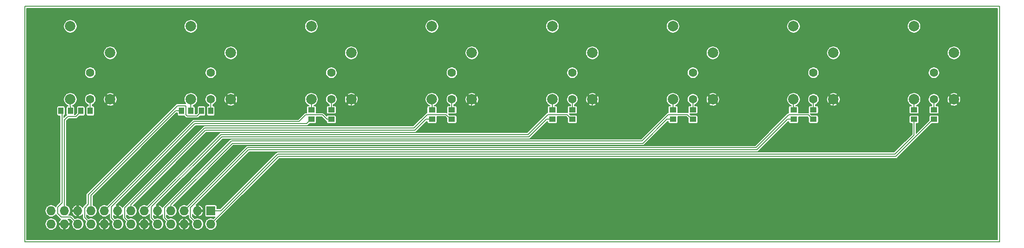
<source format=gbl>
G04 #@! TF.GenerationSoftware,KiCad,Pcbnew,(5.1.0-0)*
G04 #@! TF.CreationDate,2019-11-06T10:25:11+01:00*
G04 #@! TF.ProjectId,AddOnD,4164644f-6e44-42e6-9b69-6361645f7063,rev?*
G04 #@! TF.SameCoordinates,Original*
G04 #@! TF.FileFunction,Copper,L2,Bot*
G04 #@! TF.FilePolarity,Positive*
%FSLAX46Y46*%
G04 Gerber Fmt 4.6, Leading zero omitted, Abs format (unit mm)*
G04 Created by KiCad (PCBNEW (5.1.0-0)) date 2019-11-06 10:25:11*
%MOMM*%
%LPD*%
G04 APERTURE LIST*
%ADD10C,0.150000*%
%ADD11C,1.600000*%
%ADD12C,2.000000*%
%ADD13R,1.000000X1.300000*%
%ADD14R,1.300000X1.000000*%
%ADD15R,1.727200X1.727200*%
%ADD16O,1.727200X1.727200*%
%ADD17C,0.200000*%
%ADD18C,0.180000*%
G04 APERTURE END LIST*
D10*
X7500000Y45000000D02*
X7500000Y90000000D01*
X193500000Y45000000D02*
X7500000Y45000000D01*
X193500000Y90000000D02*
X193500000Y45000000D01*
X7500000Y90000000D02*
X193500000Y90000000D01*
D11*
X20000000Y77300000D03*
D12*
X16190000Y86190000D03*
X23810000Y81110000D03*
D11*
X20000000Y72220000D03*
D12*
X23810000Y72220000D03*
X16190000Y72220000D03*
D11*
X43000000Y77300000D03*
D12*
X39190000Y86190000D03*
X46810000Y81110000D03*
D11*
X43000000Y72220000D03*
D12*
X46810000Y72220000D03*
X39190000Y72220000D03*
D11*
X66000000Y77300000D03*
D12*
X62190000Y86190000D03*
X69810000Y81110000D03*
D11*
X66000000Y72220000D03*
D12*
X69810000Y72220000D03*
X62190000Y72220000D03*
D11*
X89000000Y77300000D03*
D12*
X85190000Y86190000D03*
X92810000Y81110000D03*
D11*
X89000000Y72220000D03*
D12*
X92810000Y72220000D03*
X85190000Y72220000D03*
D11*
X112000000Y77300000D03*
D12*
X108190000Y86190000D03*
X115810000Y81110000D03*
D11*
X112000000Y72220000D03*
D12*
X115810000Y72220000D03*
X108190000Y72220000D03*
D11*
X135000000Y77300000D03*
D12*
X131190000Y86190000D03*
X138810000Y81110000D03*
D11*
X135000000Y72220000D03*
D12*
X138810000Y72220000D03*
X131190000Y72220000D03*
D11*
X158000000Y77300000D03*
D12*
X154190000Y86190000D03*
X161810000Y81110000D03*
D11*
X158000000Y72220000D03*
D12*
X161810000Y72220000D03*
X154190000Y72220000D03*
D11*
X181000000Y77300000D03*
D12*
X177190000Y86190000D03*
X184810000Y81110000D03*
D11*
X181000000Y72220000D03*
D12*
X184810000Y72220000D03*
X177190000Y72220000D03*
D13*
X14400000Y70000000D03*
X16200000Y70000000D03*
X20000000Y70000000D03*
X18200000Y70000000D03*
X37400000Y70000000D03*
X39200000Y70000000D03*
X43000000Y70000000D03*
X41200000Y70000000D03*
D14*
X62200000Y68400000D03*
X62200000Y70200000D03*
X66000000Y70200000D03*
X66000000Y68400000D03*
X85200000Y68400000D03*
X85200000Y70200000D03*
X89000000Y70200000D03*
X89000000Y68400000D03*
X108200000Y68400000D03*
X108200000Y70200000D03*
X112000000Y70200000D03*
X112000000Y68400000D03*
X131200000Y68400000D03*
X131200000Y70200000D03*
X135000000Y70200000D03*
X135000000Y68400000D03*
X154200000Y68400000D03*
X154200000Y70200000D03*
X158000000Y70200000D03*
X158000000Y68400000D03*
X177200000Y68400000D03*
X177200000Y70200000D03*
X181000000Y70200000D03*
X181000000Y68400000D03*
D15*
X43000000Y50900000D03*
D16*
X43000000Y48360000D03*
X40460000Y50900000D03*
X40460000Y48360000D03*
X37920000Y50900000D03*
X37920000Y48360000D03*
X35380000Y50900000D03*
X35380000Y48360000D03*
X32840000Y50900000D03*
X32840000Y48360000D03*
X30300000Y50900000D03*
X30300000Y48360000D03*
X27760000Y50900000D03*
X27760000Y48360000D03*
X25220000Y50900000D03*
X25220000Y48360000D03*
X22680000Y50900000D03*
X22680000Y48360000D03*
X20140000Y50900000D03*
X20140000Y48360000D03*
X17600000Y50900000D03*
X17600000Y48360000D03*
X15060000Y50900000D03*
X15060000Y48360000D03*
X12520000Y50900000D03*
X12520000Y48360000D03*
D17*
X16190000Y70860000D02*
X16190000Y72220000D01*
X16200000Y70850000D02*
X16190000Y70860000D01*
X16200000Y70000000D02*
X16200000Y70850000D01*
X20000000Y70000000D02*
X20000000Y72220000D01*
X39200000Y72210000D02*
X39190000Y72220000D01*
X39200000Y70000000D02*
X39200000Y72210000D01*
X43000000Y70000000D02*
X43000000Y72220000D01*
X62200000Y72210000D02*
X62190000Y72220000D01*
X62200000Y70000000D02*
X62200000Y72210000D01*
X66000000Y70850000D02*
X66000000Y72220000D01*
X66000000Y70000000D02*
X66000000Y70850000D01*
X85200000Y72210000D02*
X85190000Y72220000D01*
X85200000Y70000000D02*
X85200000Y72210000D01*
X89000000Y70000000D02*
X89000000Y72220000D01*
X108200000Y72210000D02*
X108190000Y72220000D01*
X108200000Y70000000D02*
X108200000Y72210000D01*
X112000000Y70000000D02*
X112000000Y72220000D01*
X131190000Y70860000D02*
X131190000Y72220000D01*
X131200000Y70850000D02*
X131190000Y70860000D01*
X131200000Y70000000D02*
X131200000Y70850000D01*
X135000000Y70000000D02*
X135000000Y72220000D01*
X154190000Y70860000D02*
X154190000Y72220000D01*
X154200000Y70850000D02*
X154190000Y70860000D01*
X154200000Y70000000D02*
X154200000Y70850000D01*
X158000000Y70150000D02*
X158000000Y72220000D01*
X158000000Y70000000D02*
X158000000Y70150000D01*
X177200000Y72210000D02*
X177190000Y72220000D01*
X177200000Y70000000D02*
X177200000Y72210000D01*
X181000000Y70000000D02*
X181000000Y72220000D01*
X69810000Y70519998D02*
X66439970Y67149968D01*
X69810000Y72220000D02*
X69810000Y70519998D01*
X92810000Y70519998D02*
X88189940Y65899938D01*
X92810000Y72220000D02*
X92810000Y70519998D01*
X115810000Y70805787D02*
X115810000Y72220000D01*
X115810000Y70519998D02*
X115810000Y70805787D01*
X109939910Y64649908D02*
X115810000Y70519998D01*
X161810000Y70805787D02*
X161810000Y72220000D01*
X161810000Y70519998D02*
X161810000Y70805787D01*
X153439850Y62149848D02*
X161810000Y70519998D01*
X14600000Y69800000D02*
X14400000Y70000000D01*
X14477471Y49686399D02*
X13800000Y50363870D01*
X13800000Y51600000D02*
X14600000Y52400000D01*
X13800000Y50363870D02*
X13800000Y51600000D01*
X14600000Y52400000D02*
X14600000Y69800000D01*
X16273601Y49686399D02*
X14477471Y49686399D01*
X17600000Y48360000D02*
X16273601Y49686399D01*
X17250000Y68900000D02*
X18200000Y69850000D01*
X15700000Y68900000D02*
X17250000Y68900000D01*
X15060000Y68260000D02*
X15700000Y68900000D01*
X18200000Y69850000D02*
X18200000Y70000000D01*
X15060000Y60300000D02*
X15060000Y68260000D01*
X15060000Y60200000D02*
X15060000Y60300000D01*
X15060000Y53700000D02*
X15060000Y60300000D01*
X15060000Y50900000D02*
X15060000Y53700000D01*
X20140000Y50900000D02*
X20140000Y53883592D01*
X36256408Y70000000D02*
X37400000Y70000000D01*
X20140000Y53883592D02*
X36256408Y70000000D01*
X38459999Y69049999D02*
X40399999Y69049999D01*
X19600000Y52156130D02*
X19600000Y53980002D01*
X38250001Y69259997D02*
X38459999Y69049999D01*
X20140000Y48360000D02*
X18900000Y49600000D01*
X38250001Y70930001D02*
X38250001Y69259997D01*
X38180001Y71000001D02*
X38250001Y70930001D01*
X36619999Y71000001D02*
X38180001Y71000001D01*
X41200000Y69850000D02*
X41200000Y70000000D01*
X40399999Y69049999D02*
X41200000Y69850000D01*
X19600000Y53980002D02*
X36619999Y71000001D01*
X18900000Y51456130D02*
X19600000Y52156130D01*
X18900000Y49600000D02*
X18900000Y51456130D01*
X24056399Y51639989D02*
X39966388Y67549978D01*
X61249978Y67549978D02*
X62100000Y68400000D01*
X62100000Y68400000D02*
X62200000Y68400000D01*
X39966388Y67549978D02*
X61249978Y67549978D01*
X24056399Y49523601D02*
X24056399Y51639989D01*
X25220000Y48360000D02*
X24056399Y49523601D01*
X65150000Y68400000D02*
X66000000Y68400000D01*
X64299999Y69250001D02*
X65150000Y68400000D01*
X61100000Y69250001D02*
X64299999Y69250001D01*
X59849987Y67999988D02*
X61100000Y69250001D01*
X22680000Y50900000D02*
X39779988Y67999988D01*
X41200000Y67999988D02*
X59849987Y67999988D01*
X39779988Y67999988D02*
X41200000Y67999988D01*
X85200000Y68400000D02*
X85050000Y68400000D01*
X84056408Y68400000D02*
X85200000Y68400000D01*
X81956357Y66299949D02*
X84056408Y68400000D01*
X42000228Y66299948D02*
X81956357Y66299949D01*
X27760000Y52059720D02*
X42000228Y66299948D01*
X27760000Y50900000D02*
X27760000Y52059720D01*
X89000000Y68400000D02*
X88850000Y68400000D01*
X84319998Y69300000D02*
X81769956Y66749958D01*
X87900000Y69300000D02*
X84319998Y69300000D01*
X88800000Y68400000D02*
X87900000Y69300000D01*
X89000000Y68400000D02*
X88800000Y68400000D01*
X41813828Y66749958D02*
X42600000Y66749958D01*
X26546399Y51482529D02*
X41813828Y66749958D01*
X27760000Y48360000D02*
X26546399Y49573601D01*
X26546399Y49573601D02*
X26546399Y51482529D01*
X81769956Y66749958D02*
X42600000Y66749958D01*
X108200000Y68400000D02*
X107056408Y68400000D01*
X103706326Y65049918D02*
X101000000Y65049918D01*
X101000000Y65049918D02*
X101250082Y65049918D01*
X107056408Y68400000D02*
X103706326Y65049918D01*
X46100000Y65049918D02*
X101000000Y65049918D01*
X45086328Y65049918D02*
X46100000Y65049918D01*
X31676399Y51639989D02*
X45086328Y65049918D01*
X31676399Y49523601D02*
X31676399Y51639989D01*
X32840000Y48360000D02*
X31676399Y49523601D01*
X111850000Y68400000D02*
X110950000Y69300000D01*
X112000000Y68400000D02*
X111850000Y68400000D01*
X107319998Y69300000D02*
X103519926Y65499928D01*
X110950000Y69300000D02*
X107319998Y69300000D01*
X103519926Y65499928D02*
X102000000Y65499928D01*
X44899928Y65499928D02*
X30300000Y50900000D01*
X46700000Y65499928D02*
X44899928Y65499928D01*
X46700000Y65499928D02*
X102000000Y65499928D01*
X130056408Y68400000D02*
X131200000Y68400000D01*
X125456296Y63799888D02*
X130056408Y68400000D01*
X47120168Y63799888D02*
X125456296Y63799888D01*
X35380000Y52059720D02*
X47120168Y63799888D01*
X35380000Y50900000D02*
X35380000Y52059720D01*
X134850000Y68400000D02*
X133950000Y69300000D01*
X135000000Y68400000D02*
X134850000Y68400000D01*
X130319998Y69300000D02*
X125269896Y64249898D01*
X125269896Y64249898D02*
X124000000Y64249898D01*
X133950000Y69300000D02*
X130319998Y69300000D01*
X46933768Y64249898D02*
X47400000Y64249898D01*
X34166399Y49573601D02*
X34166399Y51482529D01*
X35380000Y48360000D02*
X34166399Y49573601D01*
X47400000Y64249898D02*
X124000000Y64249898D01*
X34166399Y51482529D02*
X46933768Y64249898D01*
X153056408Y68400000D02*
X154200000Y68400000D01*
X147206267Y62549859D02*
X147500000Y62843592D01*
X147500000Y62843592D02*
X153056408Y68400000D01*
X147206266Y62549858D02*
X147500000Y62843592D01*
X39133601Y51477191D02*
X50206268Y62549858D01*
X50206268Y62549858D02*
X147206266Y62549858D01*
X39133601Y49686399D02*
X39133601Y51477191D01*
X40460000Y48360000D02*
X39133601Y49686399D01*
X147019866Y62999868D02*
X151519998Y67500000D01*
X139400000Y62999868D02*
X147019866Y62999868D01*
X139400000Y62999868D02*
X139500132Y62999868D01*
X151519998Y67500000D02*
X150700000Y66680002D01*
X153269999Y69250001D02*
X151519998Y67500000D01*
X156999999Y69250001D02*
X153269999Y69250001D01*
X157850000Y68400000D02*
X156999999Y69250001D01*
X158000000Y68400000D02*
X157850000Y68400000D01*
X50019868Y62999868D02*
X50300000Y62999868D01*
X37920000Y50900000D02*
X50019868Y62999868D01*
X50300000Y62999868D02*
X139400000Y62999868D01*
X173549838Y61749838D02*
X177200000Y65400000D01*
X55749838Y61749838D02*
X173549838Y61749838D01*
X177200000Y65400000D02*
X177200000Y68400000D01*
X44900000Y50900000D02*
X55749838Y61749838D01*
X43000000Y50900000D02*
X44900000Y50900000D01*
X159300000Y61299828D02*
X159400172Y61299828D01*
X173749828Y61299828D02*
X171800000Y61299828D01*
X180850000Y68400000D02*
X173749828Y61299828D01*
X181000000Y68400000D02*
X180850000Y68400000D01*
X159300000Y61299828D02*
X171800000Y61299828D01*
X55939828Y61299828D02*
X56400000Y61299828D01*
X43000000Y48360000D02*
X55939828Y61299828D01*
X56400000Y61299828D02*
X159300000Y61299828D01*
D18*
G36*
X193135001Y45365000D02*
G01*
X7865000Y45365000D01*
X7865000Y48360000D01*
X11360819Y48360000D01*
X11383092Y48133855D01*
X11449056Y47916401D01*
X11556176Y47715994D01*
X11700335Y47540335D01*
X11875994Y47396176D01*
X12076401Y47289056D01*
X12293855Y47223092D01*
X12463334Y47206400D01*
X12576666Y47206400D01*
X12746145Y47223092D01*
X12963599Y47289056D01*
X13164006Y47396176D01*
X13339665Y47540335D01*
X13483824Y47715994D01*
X13590944Y47916401D01*
X13622185Y48019389D01*
X13957831Y48019389D01*
X14039794Y47821492D01*
X14164455Y47632807D01*
X14323531Y47472068D01*
X14510909Y47345451D01*
X14719388Y47257823D01*
X14896000Y47290609D01*
X14896000Y48196000D01*
X15224000Y48196000D01*
X15224000Y47290609D01*
X15400612Y47257823D01*
X15609091Y47345451D01*
X15796469Y47472068D01*
X15955545Y47632807D01*
X16080206Y47821492D01*
X16162169Y48019389D01*
X16128588Y48196000D01*
X15224000Y48196000D01*
X14896000Y48196000D01*
X13991412Y48196000D01*
X13957831Y48019389D01*
X13622185Y48019389D01*
X13656908Y48133855D01*
X13679181Y48360000D01*
X13656908Y48586145D01*
X13590944Y48803599D01*
X13483824Y49004006D01*
X13339665Y49179665D01*
X13164006Y49323824D01*
X12963599Y49430944D01*
X12746145Y49496908D01*
X12576666Y49513600D01*
X12463334Y49513600D01*
X12293855Y49496908D01*
X12076401Y49430944D01*
X11875994Y49323824D01*
X11700335Y49179665D01*
X11556176Y49004006D01*
X11449056Y48803599D01*
X11383092Y48586145D01*
X11360819Y48360000D01*
X7865000Y48360000D01*
X7865000Y50900000D01*
X11360819Y50900000D01*
X11383092Y50673855D01*
X11449056Y50456401D01*
X11556176Y50255994D01*
X11700335Y50080335D01*
X11875994Y49936176D01*
X12076401Y49829056D01*
X12293855Y49763092D01*
X12463334Y49746400D01*
X12576666Y49746400D01*
X12746145Y49763092D01*
X12963599Y49829056D01*
X13164006Y49936176D01*
X13339665Y50080335D01*
X13442415Y50205537D01*
X13474158Y50146150D01*
X13522894Y50086764D01*
X13537778Y50074549D01*
X14188150Y49424177D01*
X14200365Y49409293D01*
X14259750Y49360557D01*
X14327502Y49324343D01*
X14370245Y49311377D01*
X14401018Y49302042D01*
X14403278Y49301819D01*
X14323531Y49247932D01*
X14164455Y49087193D01*
X14039794Y48898508D01*
X13957831Y48700611D01*
X13991412Y48524000D01*
X14896000Y48524000D01*
X14896000Y48544000D01*
X15224000Y48544000D01*
X15224000Y48524000D01*
X16128588Y48524000D01*
X16162169Y48700611D01*
X16080206Y48898508D01*
X15955545Y49087193D01*
X15796469Y49247932D01*
X15724744Y49296399D01*
X16112058Y49296399D01*
X16555460Y48852997D01*
X16529056Y48803599D01*
X16463092Y48586145D01*
X16440819Y48360000D01*
X16463092Y48133855D01*
X16529056Y47916401D01*
X16636176Y47715994D01*
X16780335Y47540335D01*
X16955994Y47396176D01*
X17156401Y47289056D01*
X17373855Y47223092D01*
X17543334Y47206400D01*
X17656666Y47206400D01*
X17826145Y47223092D01*
X18043599Y47289056D01*
X18244006Y47396176D01*
X18419665Y47540335D01*
X18563824Y47715994D01*
X18670944Y47916401D01*
X18736908Y48133855D01*
X18759181Y48360000D01*
X18736908Y48586145D01*
X18670944Y48803599D01*
X18563824Y49004006D01*
X18419665Y49179665D01*
X18244006Y49323824D01*
X18043599Y49430944D01*
X17826145Y49496908D01*
X17656666Y49513600D01*
X17543334Y49513600D01*
X17373855Y49496908D01*
X17156401Y49430944D01*
X17107003Y49404540D01*
X16562920Y49948623D01*
X16550707Y49963505D01*
X16491322Y50012241D01*
X16423570Y50048455D01*
X16350054Y50070756D01*
X16292760Y50076399D01*
X16273601Y50078286D01*
X16254442Y50076399D01*
X15874869Y50076399D01*
X15879665Y50080335D01*
X16023824Y50255994D01*
X16130944Y50456401D01*
X16162185Y50559389D01*
X16497831Y50559389D01*
X16579794Y50361492D01*
X16704455Y50172807D01*
X16863531Y50012068D01*
X17050909Y49885451D01*
X17259388Y49797823D01*
X17436000Y49830609D01*
X17436000Y50736000D01*
X16531412Y50736000D01*
X16497831Y50559389D01*
X16162185Y50559389D01*
X16196908Y50673855D01*
X16219181Y50900000D01*
X16196908Y51126145D01*
X16162186Y51240611D01*
X16497831Y51240611D01*
X16531412Y51064000D01*
X17436000Y51064000D01*
X17436000Y51969391D01*
X17764000Y51969391D01*
X17764000Y51064000D01*
X17784000Y51064000D01*
X17784000Y50736000D01*
X17764000Y50736000D01*
X17764000Y49830609D01*
X17940612Y49797823D01*
X18149091Y49885451D01*
X18336469Y50012068D01*
X18495545Y50172807D01*
X18510000Y50194686D01*
X18510000Y49619159D01*
X18508113Y49600000D01*
X18515643Y49523547D01*
X18521438Y49504443D01*
X18537944Y49450032D01*
X18574158Y49382280D01*
X18622894Y49322894D01*
X18637778Y49310679D01*
X19095460Y48852997D01*
X19069056Y48803599D01*
X19003092Y48586145D01*
X18980819Y48360000D01*
X19003092Y48133855D01*
X19069056Y47916401D01*
X19176176Y47715994D01*
X19320335Y47540335D01*
X19495994Y47396176D01*
X19696401Y47289056D01*
X19913855Y47223092D01*
X20083334Y47206400D01*
X20196666Y47206400D01*
X20366145Y47223092D01*
X20583599Y47289056D01*
X20784006Y47396176D01*
X20959665Y47540335D01*
X21103824Y47715994D01*
X21210944Y47916401D01*
X21242185Y48019389D01*
X21577831Y48019389D01*
X21659794Y47821492D01*
X21784455Y47632807D01*
X21943531Y47472068D01*
X22130909Y47345451D01*
X22339388Y47257823D01*
X22516000Y47290609D01*
X22516000Y48196000D01*
X22844000Y48196000D01*
X22844000Y47290609D01*
X23020612Y47257823D01*
X23229091Y47345451D01*
X23416469Y47472068D01*
X23575545Y47632807D01*
X23700206Y47821492D01*
X23782169Y48019389D01*
X23748588Y48196000D01*
X22844000Y48196000D01*
X22516000Y48196000D01*
X21611412Y48196000D01*
X21577831Y48019389D01*
X21242185Y48019389D01*
X21276908Y48133855D01*
X21299181Y48360000D01*
X21276908Y48586145D01*
X21242186Y48700611D01*
X21577831Y48700611D01*
X21611412Y48524000D01*
X22516000Y48524000D01*
X22516000Y49429391D01*
X22844000Y49429391D01*
X22844000Y48524000D01*
X23748588Y48524000D01*
X23782169Y48700611D01*
X23700206Y48898508D01*
X23575545Y49087193D01*
X23416469Y49247932D01*
X23229091Y49374549D01*
X23020612Y49462177D01*
X22844000Y49429391D01*
X22516000Y49429391D01*
X22339388Y49462177D01*
X22130909Y49374549D01*
X21943531Y49247932D01*
X21784455Y49087193D01*
X21659794Y48898508D01*
X21577831Y48700611D01*
X21242186Y48700611D01*
X21210944Y48803599D01*
X21103824Y49004006D01*
X20959665Y49179665D01*
X20784006Y49323824D01*
X20583599Y49430944D01*
X20366145Y49496908D01*
X20196666Y49513600D01*
X20083334Y49513600D01*
X19913855Y49496908D01*
X19696401Y49430944D01*
X19647003Y49404540D01*
X19290000Y49761543D01*
X19290000Y50117298D01*
X19320335Y50080335D01*
X19495994Y49936176D01*
X19696401Y49829056D01*
X19913855Y49763092D01*
X20083334Y49746400D01*
X20196666Y49746400D01*
X20366145Y49763092D01*
X20583599Y49829056D01*
X20784006Y49936176D01*
X20959665Y50080335D01*
X21103824Y50255994D01*
X21210944Y50456401D01*
X21276908Y50673855D01*
X21299181Y50900000D01*
X21520819Y50900000D01*
X21543092Y50673855D01*
X21609056Y50456401D01*
X21716176Y50255994D01*
X21860335Y50080335D01*
X22035994Y49936176D01*
X22236401Y49829056D01*
X22453855Y49763092D01*
X22623334Y49746400D01*
X22736666Y49746400D01*
X22906145Y49763092D01*
X23123599Y49829056D01*
X23324006Y49936176D01*
X23499665Y50080335D01*
X23643824Y50255994D01*
X23666399Y50298229D01*
X23666399Y49542760D01*
X23664512Y49523601D01*
X23672042Y49447148D01*
X23687230Y49397080D01*
X23694343Y49373633D01*
X23730557Y49305881D01*
X23779293Y49246495D01*
X23794177Y49234280D01*
X24175460Y48852997D01*
X24149056Y48803599D01*
X24083092Y48586145D01*
X24060819Y48360000D01*
X24083092Y48133855D01*
X24149056Y47916401D01*
X24256176Y47715994D01*
X24400335Y47540335D01*
X24575994Y47396176D01*
X24776401Y47289056D01*
X24993855Y47223092D01*
X25163334Y47206400D01*
X25276666Y47206400D01*
X25446145Y47223092D01*
X25663599Y47289056D01*
X25864006Y47396176D01*
X26039665Y47540335D01*
X26183824Y47715994D01*
X26290944Y47916401D01*
X26356908Y48133855D01*
X26379181Y48360000D01*
X26356908Y48586145D01*
X26290944Y48803599D01*
X26183824Y49004006D01*
X26039665Y49179665D01*
X25864006Y49323824D01*
X25663599Y49430944D01*
X25446145Y49496908D01*
X25276666Y49513600D01*
X25163334Y49513600D01*
X24993855Y49496908D01*
X24776401Y49430944D01*
X24727003Y49404540D01*
X24446399Y49685144D01*
X24446399Y50049588D01*
X24483531Y50012068D01*
X24670909Y49885451D01*
X24879388Y49797823D01*
X25056000Y49830609D01*
X25056000Y50736000D01*
X25036000Y50736000D01*
X25036000Y51064000D01*
X25056000Y51064000D01*
X25056000Y51969391D01*
X25384000Y51969391D01*
X25384000Y51064000D01*
X25404000Y51064000D01*
X25404000Y50736000D01*
X25384000Y50736000D01*
X25384000Y49830609D01*
X25560612Y49797823D01*
X25769091Y49885451D01*
X25956469Y50012068D01*
X26115545Y50172807D01*
X26156399Y50234644D01*
X26156399Y49592760D01*
X26154512Y49573601D01*
X26162042Y49497148D01*
X26172651Y49462177D01*
X26184343Y49423633D01*
X26220557Y49355881D01*
X26269293Y49296495D01*
X26284177Y49284280D01*
X26715460Y48852997D01*
X26689056Y48803599D01*
X26623092Y48586145D01*
X26600819Y48360000D01*
X26623092Y48133855D01*
X26689056Y47916401D01*
X26796176Y47715994D01*
X26940335Y47540335D01*
X27115994Y47396176D01*
X27316401Y47289056D01*
X27533855Y47223092D01*
X27703334Y47206400D01*
X27816666Y47206400D01*
X27986145Y47223092D01*
X28203599Y47289056D01*
X28404006Y47396176D01*
X28579665Y47540335D01*
X28723824Y47715994D01*
X28830944Y47916401D01*
X28862185Y48019389D01*
X29197831Y48019389D01*
X29279794Y47821492D01*
X29404455Y47632807D01*
X29563531Y47472068D01*
X29750909Y47345451D01*
X29959388Y47257823D01*
X30136000Y47290609D01*
X30136000Y48196000D01*
X30464000Y48196000D01*
X30464000Y47290609D01*
X30640612Y47257823D01*
X30849091Y47345451D01*
X31036469Y47472068D01*
X31195545Y47632807D01*
X31320206Y47821492D01*
X31402169Y48019389D01*
X31368588Y48196000D01*
X30464000Y48196000D01*
X30136000Y48196000D01*
X29231412Y48196000D01*
X29197831Y48019389D01*
X28862185Y48019389D01*
X28896908Y48133855D01*
X28919181Y48360000D01*
X28896908Y48586145D01*
X28862186Y48700611D01*
X29197831Y48700611D01*
X29231412Y48524000D01*
X30136000Y48524000D01*
X30136000Y49429391D01*
X30464000Y49429391D01*
X30464000Y48524000D01*
X31368588Y48524000D01*
X31402169Y48700611D01*
X31320206Y48898508D01*
X31195545Y49087193D01*
X31036469Y49247932D01*
X30849091Y49374549D01*
X30640612Y49462177D01*
X30464000Y49429391D01*
X30136000Y49429391D01*
X29959388Y49462177D01*
X29750909Y49374549D01*
X29563531Y49247932D01*
X29404455Y49087193D01*
X29279794Y48898508D01*
X29197831Y48700611D01*
X28862186Y48700611D01*
X28830944Y48803599D01*
X28723824Y49004006D01*
X28579665Y49179665D01*
X28404006Y49323824D01*
X28203599Y49430944D01*
X27986145Y49496908D01*
X27816666Y49513600D01*
X27703334Y49513600D01*
X27533855Y49496908D01*
X27316401Y49430944D01*
X27267003Y49404540D01*
X26936399Y49735144D01*
X26936399Y50085131D01*
X26940335Y50080335D01*
X27115994Y49936176D01*
X27316401Y49829056D01*
X27533855Y49763092D01*
X27703334Y49746400D01*
X27816666Y49746400D01*
X27986145Y49763092D01*
X28203599Y49829056D01*
X28404006Y49936176D01*
X28579665Y50080335D01*
X28723824Y50255994D01*
X28830944Y50456401D01*
X28896908Y50673855D01*
X28919181Y50900000D01*
X29140819Y50900000D01*
X29163092Y50673855D01*
X29229056Y50456401D01*
X29336176Y50255994D01*
X29480335Y50080335D01*
X29655994Y49936176D01*
X29856401Y49829056D01*
X30073855Y49763092D01*
X30243334Y49746400D01*
X30356666Y49746400D01*
X30526145Y49763092D01*
X30743599Y49829056D01*
X30944006Y49936176D01*
X31119665Y50080335D01*
X31263824Y50255994D01*
X31286399Y50298229D01*
X31286399Y49542760D01*
X31284512Y49523601D01*
X31292042Y49447148D01*
X31307230Y49397080D01*
X31314343Y49373633D01*
X31350557Y49305881D01*
X31399293Y49246495D01*
X31414177Y49234280D01*
X31795460Y48852997D01*
X31769056Y48803599D01*
X31703092Y48586145D01*
X31680819Y48360000D01*
X31703092Y48133855D01*
X31769056Y47916401D01*
X31876176Y47715994D01*
X32020335Y47540335D01*
X32195994Y47396176D01*
X32396401Y47289056D01*
X32613855Y47223092D01*
X32783334Y47206400D01*
X32896666Y47206400D01*
X33066145Y47223092D01*
X33283599Y47289056D01*
X33484006Y47396176D01*
X33659665Y47540335D01*
X33803824Y47715994D01*
X33910944Y47916401D01*
X33976908Y48133855D01*
X33999181Y48360000D01*
X33976908Y48586145D01*
X33910944Y48803599D01*
X33803824Y49004006D01*
X33659665Y49179665D01*
X33484006Y49323824D01*
X33283599Y49430944D01*
X33066145Y49496908D01*
X32896666Y49513600D01*
X32783334Y49513600D01*
X32613855Y49496908D01*
X32396401Y49430944D01*
X32347003Y49404540D01*
X32066399Y49685144D01*
X32066399Y50049588D01*
X32103531Y50012068D01*
X32290909Y49885451D01*
X32499388Y49797823D01*
X32676000Y49830609D01*
X32676000Y50736000D01*
X32656000Y50736000D01*
X32656000Y51064000D01*
X32676000Y51064000D01*
X32676000Y51969391D01*
X33004000Y51969391D01*
X33004000Y51064000D01*
X33024000Y51064000D01*
X33024000Y50736000D01*
X33004000Y50736000D01*
X33004000Y49830609D01*
X33180612Y49797823D01*
X33389091Y49885451D01*
X33576469Y50012068D01*
X33735545Y50172807D01*
X33776399Y50234644D01*
X33776399Y49592760D01*
X33774512Y49573601D01*
X33782042Y49497148D01*
X33792651Y49462177D01*
X33804343Y49423633D01*
X33840557Y49355881D01*
X33889293Y49296495D01*
X33904177Y49284280D01*
X34335460Y48852997D01*
X34309056Y48803599D01*
X34243092Y48586145D01*
X34220819Y48360000D01*
X34243092Y48133855D01*
X34309056Y47916401D01*
X34416176Y47715994D01*
X34560335Y47540335D01*
X34735994Y47396176D01*
X34936401Y47289056D01*
X35153855Y47223092D01*
X35323334Y47206400D01*
X35436666Y47206400D01*
X35606145Y47223092D01*
X35823599Y47289056D01*
X36024006Y47396176D01*
X36199665Y47540335D01*
X36343824Y47715994D01*
X36450944Y47916401D01*
X36482185Y48019389D01*
X36817831Y48019389D01*
X36899794Y47821492D01*
X37024455Y47632807D01*
X37183531Y47472068D01*
X37370909Y47345451D01*
X37579388Y47257823D01*
X37756000Y47290609D01*
X37756000Y48196000D01*
X38084000Y48196000D01*
X38084000Y47290609D01*
X38260612Y47257823D01*
X38469091Y47345451D01*
X38656469Y47472068D01*
X38815545Y47632807D01*
X38940206Y47821492D01*
X39022169Y48019389D01*
X38988588Y48196000D01*
X38084000Y48196000D01*
X37756000Y48196000D01*
X36851412Y48196000D01*
X36817831Y48019389D01*
X36482185Y48019389D01*
X36516908Y48133855D01*
X36539181Y48360000D01*
X36516908Y48586145D01*
X36482186Y48700611D01*
X36817831Y48700611D01*
X36851412Y48524000D01*
X37756000Y48524000D01*
X37756000Y49429391D01*
X38084000Y49429391D01*
X38084000Y48524000D01*
X38988588Y48524000D01*
X39022169Y48700611D01*
X38940206Y48898508D01*
X38815545Y49087193D01*
X38656469Y49247932D01*
X38469091Y49374549D01*
X38260612Y49462177D01*
X38084000Y49429391D01*
X37756000Y49429391D01*
X37579388Y49462177D01*
X37370909Y49374549D01*
X37183531Y49247932D01*
X37024455Y49087193D01*
X36899794Y48898508D01*
X36817831Y48700611D01*
X36482186Y48700611D01*
X36450944Y48803599D01*
X36343824Y49004006D01*
X36199665Y49179665D01*
X36024006Y49323824D01*
X35823599Y49430944D01*
X35606145Y49496908D01*
X35436666Y49513600D01*
X35323334Y49513600D01*
X35153855Y49496908D01*
X34936401Y49430944D01*
X34887003Y49404540D01*
X34556399Y49735144D01*
X34556399Y50085131D01*
X34560335Y50080335D01*
X34735994Y49936176D01*
X34936401Y49829056D01*
X35153855Y49763092D01*
X35323334Y49746400D01*
X35436666Y49746400D01*
X35606145Y49763092D01*
X35823599Y49829056D01*
X36024006Y49936176D01*
X36199665Y50080335D01*
X36343824Y50255994D01*
X36450944Y50456401D01*
X36516908Y50673855D01*
X36539181Y50900000D01*
X36760819Y50900000D01*
X36783092Y50673855D01*
X36849056Y50456401D01*
X36956176Y50255994D01*
X37100335Y50080335D01*
X37275994Y49936176D01*
X37476401Y49829056D01*
X37693855Y49763092D01*
X37863334Y49746400D01*
X37976666Y49746400D01*
X38146145Y49763092D01*
X38363599Y49829056D01*
X38564006Y49936176D01*
X38739665Y50080335D01*
X38743601Y50085131D01*
X38743601Y49705558D01*
X38741714Y49686399D01*
X38749244Y49609946D01*
X38766081Y49554443D01*
X38771545Y49536431D01*
X38807759Y49468679D01*
X38856495Y49409293D01*
X38871377Y49397080D01*
X39415460Y48852997D01*
X39389056Y48803599D01*
X39323092Y48586145D01*
X39300819Y48360000D01*
X39323092Y48133855D01*
X39389056Y47916401D01*
X39496176Y47715994D01*
X39640335Y47540335D01*
X39815994Y47396176D01*
X40016401Y47289056D01*
X40233855Y47223092D01*
X40403334Y47206400D01*
X40516666Y47206400D01*
X40686145Y47223092D01*
X40903599Y47289056D01*
X41104006Y47396176D01*
X41279665Y47540335D01*
X41423824Y47715994D01*
X41530944Y47916401D01*
X41596908Y48133855D01*
X41619181Y48360000D01*
X41840819Y48360000D01*
X41863092Y48133855D01*
X41929056Y47916401D01*
X42036176Y47715994D01*
X42180335Y47540335D01*
X42355994Y47396176D01*
X42556401Y47289056D01*
X42773855Y47223092D01*
X42943334Y47206400D01*
X43056666Y47206400D01*
X43226145Y47223092D01*
X43443599Y47289056D01*
X43644006Y47396176D01*
X43819665Y47540335D01*
X43963824Y47715994D01*
X44070944Y47916401D01*
X44136908Y48133855D01*
X44159181Y48360000D01*
X44136908Y48586145D01*
X44070944Y48803599D01*
X44044540Y48852997D01*
X56101371Y60909828D01*
X173730669Y60909828D01*
X173749828Y60907941D01*
X173826281Y60915471D01*
X173899797Y60937772D01*
X173967549Y60973986D01*
X174026934Y61022722D01*
X174039149Y61037606D01*
X180610140Y67608597D01*
X181650000Y67608597D01*
X181706850Y67614196D01*
X181761515Y67630779D01*
X181811895Y67657707D01*
X181856053Y67693947D01*
X181892293Y67738105D01*
X181919221Y67788485D01*
X181935804Y67843150D01*
X181941403Y67900000D01*
X181941403Y68900000D01*
X181935804Y68956850D01*
X181919221Y69011515D01*
X181892293Y69061895D01*
X181856053Y69106053D01*
X181811895Y69142293D01*
X181761515Y69169221D01*
X181706850Y69185804D01*
X181650000Y69191403D01*
X180350000Y69191403D01*
X180293150Y69185804D01*
X180238485Y69169221D01*
X180188105Y69142293D01*
X180143947Y69106053D01*
X180107707Y69061895D01*
X180080779Y69011515D01*
X180064196Y68956850D01*
X180058597Y68900000D01*
X180058597Y68160140D01*
X177590000Y65691543D01*
X177590000Y67608597D01*
X177850000Y67608597D01*
X177906850Y67614196D01*
X177961515Y67630779D01*
X178011895Y67657707D01*
X178056053Y67693947D01*
X178092293Y67738105D01*
X178119221Y67788485D01*
X178135804Y67843150D01*
X178141403Y67900000D01*
X178141403Y68900000D01*
X178135804Y68956850D01*
X178119221Y69011515D01*
X178092293Y69061895D01*
X178056053Y69106053D01*
X178011895Y69142293D01*
X177961515Y69169221D01*
X177906850Y69185804D01*
X177850000Y69191403D01*
X176550000Y69191403D01*
X176493150Y69185804D01*
X176438485Y69169221D01*
X176388105Y69142293D01*
X176343947Y69106053D01*
X176307707Y69061895D01*
X176280779Y69011515D01*
X176264196Y68956850D01*
X176258597Y68900000D01*
X176258597Y67900000D01*
X176264196Y67843150D01*
X176280779Y67788485D01*
X176307707Y67738105D01*
X176343947Y67693947D01*
X176388105Y67657707D01*
X176438485Y67630779D01*
X176493150Y67614196D01*
X176550000Y67608597D01*
X176810001Y67608597D01*
X176810000Y65561543D01*
X173388295Y62139838D01*
X55768996Y62139838D01*
X55749837Y62141725D01*
X55673384Y62134195D01*
X55599869Y62111894D01*
X55532117Y62075680D01*
X55532115Y62075679D01*
X55532116Y62075679D01*
X55487613Y62039157D01*
X55487610Y62039154D01*
X55472732Y62026944D01*
X55460522Y62012066D01*
X44738457Y51290000D01*
X44155003Y51290000D01*
X44155003Y51763600D01*
X44149404Y51820450D01*
X44132821Y51875115D01*
X44105893Y51925495D01*
X44069653Y51969653D01*
X44025495Y52005893D01*
X43975115Y52032821D01*
X43920450Y52049404D01*
X43863600Y52055003D01*
X42136400Y52055003D01*
X42079550Y52049404D01*
X42024885Y52032821D01*
X41974505Y52005893D01*
X41930347Y51969653D01*
X41894107Y51925495D01*
X41867179Y51875115D01*
X41850596Y51820450D01*
X41844997Y51763600D01*
X41844997Y50036400D01*
X41850596Y49979550D01*
X41867179Y49924885D01*
X41894107Y49874505D01*
X41930347Y49830347D01*
X41974505Y49794107D01*
X42024885Y49767179D01*
X42079550Y49750596D01*
X42136400Y49744997D01*
X43833454Y49744997D01*
X43492997Y49404540D01*
X43443599Y49430944D01*
X43226145Y49496908D01*
X43056666Y49513600D01*
X42943334Y49513600D01*
X42773855Y49496908D01*
X42556401Y49430944D01*
X42355994Y49323824D01*
X42180335Y49179665D01*
X42036176Y49004006D01*
X41929056Y48803599D01*
X41863092Y48586145D01*
X41840819Y48360000D01*
X41619181Y48360000D01*
X41596908Y48586145D01*
X41530944Y48803599D01*
X41423824Y49004006D01*
X41279665Y49179665D01*
X41104006Y49323824D01*
X40903599Y49430944D01*
X40686145Y49496908D01*
X40516666Y49513600D01*
X40403334Y49513600D01*
X40233855Y49496908D01*
X40016401Y49430944D01*
X39967003Y49404540D01*
X39523601Y49847942D01*
X39523601Y50234643D01*
X39564455Y50172807D01*
X39723531Y50012068D01*
X39910909Y49885451D01*
X40119388Y49797823D01*
X40296000Y49830609D01*
X40296000Y50736000D01*
X40624000Y50736000D01*
X40624000Y49830609D01*
X40800612Y49797823D01*
X41009091Y49885451D01*
X41196469Y50012068D01*
X41355545Y50172807D01*
X41480206Y50361492D01*
X41562169Y50559389D01*
X41528588Y50736000D01*
X40624000Y50736000D01*
X40296000Y50736000D01*
X40276000Y50736000D01*
X40276000Y51064000D01*
X40296000Y51064000D01*
X40296000Y51969391D01*
X40624000Y51969391D01*
X40624000Y51064000D01*
X41528588Y51064000D01*
X41562169Y51240611D01*
X41480206Y51438508D01*
X41355545Y51627193D01*
X41196469Y51787932D01*
X41009091Y51914549D01*
X40800612Y52002177D01*
X40624000Y51969391D01*
X40296000Y51969391D01*
X40195922Y51987969D01*
X50367812Y62159858D01*
X147187107Y62159858D01*
X147206266Y62157971D01*
X147282719Y62165501D01*
X147282722Y62165502D01*
X147356235Y62187802D01*
X147423987Y62224016D01*
X147483372Y62272752D01*
X147495587Y62287636D01*
X153217951Y68010000D01*
X153258597Y68010000D01*
X153258597Y67900000D01*
X153264196Y67843150D01*
X153280779Y67788485D01*
X153307707Y67738105D01*
X153343947Y67693947D01*
X153388105Y67657707D01*
X153438485Y67630779D01*
X153493150Y67614196D01*
X153550000Y67608597D01*
X154850000Y67608597D01*
X154906850Y67614196D01*
X154961515Y67630779D01*
X155011895Y67657707D01*
X155056053Y67693947D01*
X155092293Y67738105D01*
X155119221Y67788485D01*
X155135804Y67843150D01*
X155141403Y67900000D01*
X155141403Y68860001D01*
X156838456Y68860001D01*
X157058597Y68639860D01*
X157058597Y67900000D01*
X157064196Y67843150D01*
X157080779Y67788485D01*
X157107707Y67738105D01*
X157143947Y67693947D01*
X157188105Y67657707D01*
X157238485Y67630779D01*
X157293150Y67614196D01*
X157350000Y67608597D01*
X158650000Y67608597D01*
X158706850Y67614196D01*
X158761515Y67630779D01*
X158811895Y67657707D01*
X158856053Y67693947D01*
X158892293Y67738105D01*
X158919221Y67788485D01*
X158935804Y67843150D01*
X158941403Y67900000D01*
X158941403Y68900000D01*
X158935804Y68956850D01*
X158919221Y69011515D01*
X158892293Y69061895D01*
X158856053Y69106053D01*
X158811895Y69142293D01*
X158761515Y69169221D01*
X158706850Y69185804D01*
X158650000Y69191403D01*
X157610140Y69191403D01*
X157392946Y69408597D01*
X158650000Y69408597D01*
X158706850Y69414196D01*
X158761515Y69430779D01*
X158811895Y69457707D01*
X158856053Y69493947D01*
X158892293Y69538105D01*
X158919221Y69588485D01*
X158935804Y69643150D01*
X158941403Y69700000D01*
X158941403Y70700000D01*
X158935804Y70756850D01*
X158919221Y70811515D01*
X158892293Y70861895D01*
X158856053Y70906053D01*
X158811895Y70942293D01*
X158761515Y70969221D01*
X158706850Y70985804D01*
X158650000Y70991403D01*
X158390000Y70991403D01*
X158390000Y71201736D01*
X158498127Y71246524D01*
X161068455Y71246524D01*
X161186889Y71083348D01*
X161420611Y70983626D01*
X161669298Y70931416D01*
X161923391Y70928726D01*
X162173128Y70975659D01*
X162408910Y71070411D01*
X162433111Y71083348D01*
X162551545Y71246524D01*
X161810000Y71988069D01*
X161068455Y71246524D01*
X158498127Y71246524D01*
X158516309Y71254055D01*
X158694834Y71373342D01*
X158846658Y71525166D01*
X158965945Y71703691D01*
X159048112Y71902059D01*
X159088799Y72106609D01*
X160518726Y72106609D01*
X160565659Y71856872D01*
X160660411Y71621090D01*
X160673348Y71596889D01*
X160836524Y71478455D01*
X161578069Y72220000D01*
X162041931Y72220000D01*
X162783476Y71478455D01*
X162946652Y71596889D01*
X163046374Y71830611D01*
X163098584Y72079298D01*
X163101274Y72333391D01*
X163098707Y72347054D01*
X175900000Y72347054D01*
X175900000Y72092946D01*
X175949574Y71843721D01*
X176046817Y71608956D01*
X176187991Y71397673D01*
X176367673Y71217991D01*
X176578956Y71076817D01*
X176785163Y70991403D01*
X176550000Y70991403D01*
X176493150Y70985804D01*
X176438485Y70969221D01*
X176388105Y70942293D01*
X176343947Y70906053D01*
X176307707Y70861895D01*
X176280779Y70811515D01*
X176264196Y70756850D01*
X176258597Y70700000D01*
X176258597Y69700000D01*
X176264196Y69643150D01*
X176280779Y69588485D01*
X176307707Y69538105D01*
X176343947Y69493947D01*
X176388105Y69457707D01*
X176438485Y69430779D01*
X176493150Y69414196D01*
X176550000Y69408597D01*
X177850000Y69408597D01*
X177906850Y69414196D01*
X177961515Y69430779D01*
X178011895Y69457707D01*
X178056053Y69493947D01*
X178092293Y69538105D01*
X178119221Y69588485D01*
X178135804Y69643150D01*
X178141403Y69700000D01*
X178141403Y70700000D01*
X178135804Y70756850D01*
X178119221Y70811515D01*
X178092293Y70861895D01*
X178056053Y70906053D01*
X178011895Y70942293D01*
X177961515Y70969221D01*
X177906850Y70985804D01*
X177850000Y70991403D01*
X177594837Y70991403D01*
X177801044Y71076817D01*
X178012327Y71217991D01*
X178192009Y71397673D01*
X178333183Y71608956D01*
X178430426Y71843721D01*
X178480000Y72092946D01*
X178480000Y72327356D01*
X179910000Y72327356D01*
X179910000Y72112644D01*
X179951888Y71902059D01*
X180034055Y71703691D01*
X180153342Y71525166D01*
X180305166Y71373342D01*
X180483691Y71254055D01*
X180610001Y71201736D01*
X180610000Y70991403D01*
X180350000Y70991403D01*
X180293150Y70985804D01*
X180238485Y70969221D01*
X180188105Y70942293D01*
X180143947Y70906053D01*
X180107707Y70861895D01*
X180080779Y70811515D01*
X180064196Y70756850D01*
X180058597Y70700000D01*
X180058597Y69700000D01*
X180064196Y69643150D01*
X180080779Y69588485D01*
X180107707Y69538105D01*
X180143947Y69493947D01*
X180188105Y69457707D01*
X180238485Y69430779D01*
X180293150Y69414196D01*
X180350000Y69408597D01*
X181650000Y69408597D01*
X181706850Y69414196D01*
X181761515Y69430779D01*
X181811895Y69457707D01*
X181856053Y69493947D01*
X181892293Y69538105D01*
X181919221Y69588485D01*
X181935804Y69643150D01*
X181941403Y69700000D01*
X181941403Y70700000D01*
X181935804Y70756850D01*
X181919221Y70811515D01*
X181892293Y70861895D01*
X181856053Y70906053D01*
X181811895Y70942293D01*
X181761515Y70969221D01*
X181706850Y70985804D01*
X181650000Y70991403D01*
X181390000Y70991403D01*
X181390000Y71201736D01*
X181498127Y71246524D01*
X184068455Y71246524D01*
X184186889Y71083348D01*
X184420611Y70983626D01*
X184669298Y70931416D01*
X184923391Y70928726D01*
X185173128Y70975659D01*
X185408910Y71070411D01*
X185433111Y71083348D01*
X185551545Y71246524D01*
X184810000Y71988069D01*
X184068455Y71246524D01*
X181498127Y71246524D01*
X181516309Y71254055D01*
X181694834Y71373342D01*
X181846658Y71525166D01*
X181965945Y71703691D01*
X182048112Y71902059D01*
X182088799Y72106609D01*
X183518726Y72106609D01*
X183565659Y71856872D01*
X183660411Y71621090D01*
X183673348Y71596889D01*
X183836524Y71478455D01*
X184578069Y72220000D01*
X185041931Y72220000D01*
X185783476Y71478455D01*
X185946652Y71596889D01*
X186046374Y71830611D01*
X186098584Y72079298D01*
X186101274Y72333391D01*
X186054341Y72583128D01*
X185959589Y72818910D01*
X185946652Y72843111D01*
X185783476Y72961545D01*
X185041931Y72220000D01*
X184578069Y72220000D01*
X183836524Y72961545D01*
X183673348Y72843111D01*
X183573626Y72609389D01*
X183521416Y72360702D01*
X183518726Y72106609D01*
X182088799Y72106609D01*
X182090000Y72112644D01*
X182090000Y72327356D01*
X182048112Y72537941D01*
X181965945Y72736309D01*
X181846658Y72914834D01*
X181694834Y73066658D01*
X181516309Y73185945D01*
X181498128Y73193476D01*
X184068455Y73193476D01*
X184810000Y72451931D01*
X185551545Y73193476D01*
X185433111Y73356652D01*
X185199389Y73456374D01*
X184950702Y73508584D01*
X184696609Y73511274D01*
X184446872Y73464341D01*
X184211090Y73369589D01*
X184186889Y73356652D01*
X184068455Y73193476D01*
X181498128Y73193476D01*
X181317941Y73268112D01*
X181107356Y73310000D01*
X180892644Y73310000D01*
X180682059Y73268112D01*
X180483691Y73185945D01*
X180305166Y73066658D01*
X180153342Y72914834D01*
X180034055Y72736309D01*
X179951888Y72537941D01*
X179910000Y72327356D01*
X178480000Y72327356D01*
X178480000Y72347054D01*
X178430426Y72596279D01*
X178333183Y72831044D01*
X178192009Y73042327D01*
X178012327Y73222009D01*
X177801044Y73363183D01*
X177566279Y73460426D01*
X177317054Y73510000D01*
X177062946Y73510000D01*
X176813721Y73460426D01*
X176578956Y73363183D01*
X176367673Y73222009D01*
X176187991Y73042327D01*
X176046817Y72831044D01*
X175949574Y72596279D01*
X175900000Y72347054D01*
X163098707Y72347054D01*
X163054341Y72583128D01*
X162959589Y72818910D01*
X162946652Y72843111D01*
X162783476Y72961545D01*
X162041931Y72220000D01*
X161578069Y72220000D01*
X160836524Y72961545D01*
X160673348Y72843111D01*
X160573626Y72609389D01*
X160521416Y72360702D01*
X160518726Y72106609D01*
X159088799Y72106609D01*
X159090000Y72112644D01*
X159090000Y72327356D01*
X159048112Y72537941D01*
X158965945Y72736309D01*
X158846658Y72914834D01*
X158694834Y73066658D01*
X158516309Y73185945D01*
X158498128Y73193476D01*
X161068455Y73193476D01*
X161810000Y72451931D01*
X162551545Y73193476D01*
X162433111Y73356652D01*
X162199389Y73456374D01*
X161950702Y73508584D01*
X161696609Y73511274D01*
X161446872Y73464341D01*
X161211090Y73369589D01*
X161186889Y73356652D01*
X161068455Y73193476D01*
X158498128Y73193476D01*
X158317941Y73268112D01*
X158107356Y73310000D01*
X157892644Y73310000D01*
X157682059Y73268112D01*
X157483691Y73185945D01*
X157305166Y73066658D01*
X157153342Y72914834D01*
X157034055Y72736309D01*
X156951888Y72537941D01*
X156910000Y72327356D01*
X156910000Y72112644D01*
X156951888Y71902059D01*
X157034055Y71703691D01*
X157153342Y71525166D01*
X157305166Y71373342D01*
X157483691Y71254055D01*
X157610001Y71201736D01*
X157610000Y70991403D01*
X157350000Y70991403D01*
X157293150Y70985804D01*
X157238485Y70969221D01*
X157188105Y70942293D01*
X157143947Y70906053D01*
X157107707Y70861895D01*
X157080779Y70811515D01*
X157064196Y70756850D01*
X157058597Y70700000D01*
X157058597Y69700000D01*
X157064196Y69643150D01*
X157066568Y69635332D01*
X157019158Y69640001D01*
X156999999Y69641888D01*
X156980840Y69640001D01*
X155134849Y69640001D01*
X155135804Y69643150D01*
X155141403Y69700000D01*
X155141403Y70700000D01*
X155135804Y70756850D01*
X155119221Y70811515D01*
X155092293Y70861895D01*
X155056053Y70906053D01*
X155011895Y70942293D01*
X154961515Y70969221D01*
X154906850Y70985804D01*
X154850000Y70991403D01*
X154594837Y70991403D01*
X154801044Y71076817D01*
X155012327Y71217991D01*
X155192009Y71397673D01*
X155333183Y71608956D01*
X155430426Y71843721D01*
X155480000Y72092946D01*
X155480000Y72347054D01*
X155430426Y72596279D01*
X155333183Y72831044D01*
X155192009Y73042327D01*
X155012327Y73222009D01*
X154801044Y73363183D01*
X154566279Y73460426D01*
X154317054Y73510000D01*
X154062946Y73510000D01*
X153813721Y73460426D01*
X153578956Y73363183D01*
X153367673Y73222009D01*
X153187991Y73042327D01*
X153046817Y72831044D01*
X152949574Y72596279D01*
X152900000Y72347054D01*
X152900000Y72092946D01*
X152949574Y71843721D01*
X153046817Y71608956D01*
X153187991Y71397673D01*
X153367673Y71217991D01*
X153578956Y71076817D01*
X153785163Y70991403D01*
X153550000Y70991403D01*
X153493150Y70985804D01*
X153438485Y70969221D01*
X153388105Y70942293D01*
X153343947Y70906053D01*
X153307707Y70861895D01*
X153280779Y70811515D01*
X153264196Y70756850D01*
X153258597Y70700000D01*
X153258597Y69700000D01*
X153264196Y69643150D01*
X153264736Y69641369D01*
X153250849Y69640001D01*
X153250840Y69640001D01*
X153193546Y69634358D01*
X153120030Y69612057D01*
X153052278Y69575843D01*
X152992893Y69527107D01*
X152980678Y69512223D01*
X146858323Y63389868D01*
X50039016Y63389868D01*
X50019867Y63391754D01*
X50000718Y63389868D01*
X50000709Y63389868D01*
X49943415Y63384225D01*
X49869899Y63361924D01*
X49802147Y63325710D01*
X49742762Y63276974D01*
X49730549Y63262092D01*
X38412997Y51944540D01*
X38363599Y51970944D01*
X38146145Y52036908D01*
X37976666Y52053600D01*
X37863334Y52053600D01*
X37693855Y52036908D01*
X37476401Y51970944D01*
X37275994Y51863824D01*
X37100335Y51719665D01*
X36956176Y51544006D01*
X36849056Y51343599D01*
X36783092Y51126145D01*
X36760819Y50900000D01*
X36539181Y50900000D01*
X36516908Y51126145D01*
X36450944Y51343599D01*
X36343824Y51544006D01*
X36199665Y51719665D01*
X36024006Y51863824D01*
X35836090Y51964267D01*
X47281712Y63409888D01*
X125437137Y63409888D01*
X125456296Y63408001D01*
X125532749Y63415531D01*
X125606265Y63437832D01*
X125674017Y63474046D01*
X125733402Y63522782D01*
X125745617Y63537666D01*
X130217952Y68010000D01*
X130258597Y68010000D01*
X130258597Y67900000D01*
X130264196Y67843150D01*
X130280779Y67788485D01*
X130307707Y67738105D01*
X130343947Y67693947D01*
X130388105Y67657707D01*
X130438485Y67630779D01*
X130493150Y67614196D01*
X130550000Y67608597D01*
X131850000Y67608597D01*
X131906850Y67614196D01*
X131961515Y67630779D01*
X132011895Y67657707D01*
X132056053Y67693947D01*
X132092293Y67738105D01*
X132119221Y67788485D01*
X132135804Y67843150D01*
X132141403Y67900000D01*
X132141403Y68900000D01*
X132140418Y68910000D01*
X133788457Y68910000D01*
X134058597Y68639860D01*
X134058597Y67900000D01*
X134064196Y67843150D01*
X134080779Y67788485D01*
X134107707Y67738105D01*
X134143947Y67693947D01*
X134188105Y67657707D01*
X134238485Y67630779D01*
X134293150Y67614196D01*
X134350000Y67608597D01*
X135650000Y67608597D01*
X135706850Y67614196D01*
X135761515Y67630779D01*
X135811895Y67657707D01*
X135856053Y67693947D01*
X135892293Y67738105D01*
X135919221Y67788485D01*
X135935804Y67843150D01*
X135941403Y67900000D01*
X135941403Y68900000D01*
X135935804Y68956850D01*
X135919221Y69011515D01*
X135892293Y69061895D01*
X135856053Y69106053D01*
X135811895Y69142293D01*
X135761515Y69169221D01*
X135706850Y69185804D01*
X135650000Y69191403D01*
X134610140Y69191403D01*
X134392946Y69408597D01*
X135650000Y69408597D01*
X135706850Y69414196D01*
X135761515Y69430779D01*
X135811895Y69457707D01*
X135856053Y69493947D01*
X135892293Y69538105D01*
X135919221Y69588485D01*
X135935804Y69643150D01*
X135941403Y69700000D01*
X135941403Y70700000D01*
X135935804Y70756850D01*
X135919221Y70811515D01*
X135892293Y70861895D01*
X135856053Y70906053D01*
X135811895Y70942293D01*
X135761515Y70969221D01*
X135706850Y70985804D01*
X135650000Y70991403D01*
X135390000Y70991403D01*
X135390000Y71201736D01*
X135498127Y71246524D01*
X138068455Y71246524D01*
X138186889Y71083348D01*
X138420611Y70983626D01*
X138669298Y70931416D01*
X138923391Y70928726D01*
X139173128Y70975659D01*
X139408910Y71070411D01*
X139433111Y71083348D01*
X139551545Y71246524D01*
X138810000Y71988069D01*
X138068455Y71246524D01*
X135498127Y71246524D01*
X135516309Y71254055D01*
X135694834Y71373342D01*
X135846658Y71525166D01*
X135965945Y71703691D01*
X136048112Y71902059D01*
X136088799Y72106609D01*
X137518726Y72106609D01*
X137565659Y71856872D01*
X137660411Y71621090D01*
X137673348Y71596889D01*
X137836524Y71478455D01*
X138578069Y72220000D01*
X139041931Y72220000D01*
X139783476Y71478455D01*
X139946652Y71596889D01*
X140046374Y71830611D01*
X140098584Y72079298D01*
X140101274Y72333391D01*
X140054341Y72583128D01*
X139959589Y72818910D01*
X139946652Y72843111D01*
X139783476Y72961545D01*
X139041931Y72220000D01*
X138578069Y72220000D01*
X137836524Y72961545D01*
X137673348Y72843111D01*
X137573626Y72609389D01*
X137521416Y72360702D01*
X137518726Y72106609D01*
X136088799Y72106609D01*
X136090000Y72112644D01*
X136090000Y72327356D01*
X136048112Y72537941D01*
X135965945Y72736309D01*
X135846658Y72914834D01*
X135694834Y73066658D01*
X135516309Y73185945D01*
X135498128Y73193476D01*
X138068455Y73193476D01*
X138810000Y72451931D01*
X139551545Y73193476D01*
X139433111Y73356652D01*
X139199389Y73456374D01*
X138950702Y73508584D01*
X138696609Y73511274D01*
X138446872Y73464341D01*
X138211090Y73369589D01*
X138186889Y73356652D01*
X138068455Y73193476D01*
X135498128Y73193476D01*
X135317941Y73268112D01*
X135107356Y73310000D01*
X134892644Y73310000D01*
X134682059Y73268112D01*
X134483691Y73185945D01*
X134305166Y73066658D01*
X134153342Y72914834D01*
X134034055Y72736309D01*
X133951888Y72537941D01*
X133910000Y72327356D01*
X133910000Y72112644D01*
X133951888Y71902059D01*
X134034055Y71703691D01*
X134153342Y71525166D01*
X134305166Y71373342D01*
X134483691Y71254055D01*
X134610001Y71201736D01*
X134610000Y70991403D01*
X134350000Y70991403D01*
X134293150Y70985804D01*
X134238485Y70969221D01*
X134188105Y70942293D01*
X134143947Y70906053D01*
X134107707Y70861895D01*
X134080779Y70811515D01*
X134064196Y70756850D01*
X134058597Y70700000D01*
X134058597Y69700000D01*
X134061175Y69673824D01*
X134026453Y69684357D01*
X133969159Y69690000D01*
X133950000Y69691887D01*
X133930841Y69690000D01*
X132140418Y69690000D01*
X132141403Y69700000D01*
X132141403Y70700000D01*
X132135804Y70756850D01*
X132119221Y70811515D01*
X132092293Y70861895D01*
X132056053Y70906053D01*
X132011895Y70942293D01*
X131961515Y70969221D01*
X131906850Y70985804D01*
X131850000Y70991403D01*
X131594837Y70991403D01*
X131801044Y71076817D01*
X132012327Y71217991D01*
X132192009Y71397673D01*
X132333183Y71608956D01*
X132430426Y71843721D01*
X132480000Y72092946D01*
X132480000Y72347054D01*
X132430426Y72596279D01*
X132333183Y72831044D01*
X132192009Y73042327D01*
X132012327Y73222009D01*
X131801044Y73363183D01*
X131566279Y73460426D01*
X131317054Y73510000D01*
X131062946Y73510000D01*
X130813721Y73460426D01*
X130578956Y73363183D01*
X130367673Y73222009D01*
X130187991Y73042327D01*
X130046817Y72831044D01*
X129949574Y72596279D01*
X129900000Y72347054D01*
X129900000Y72092946D01*
X129949574Y71843721D01*
X130046817Y71608956D01*
X130187991Y71397673D01*
X130367673Y71217991D01*
X130578956Y71076817D01*
X130785163Y70991403D01*
X130550000Y70991403D01*
X130493150Y70985804D01*
X130438485Y70969221D01*
X130388105Y70942293D01*
X130343947Y70906053D01*
X130307707Y70861895D01*
X130280779Y70811515D01*
X130264196Y70756850D01*
X130258597Y70700000D01*
X130258597Y69700000D01*
X130259978Y69685976D01*
X130243545Y69684357D01*
X130170029Y69662056D01*
X130118208Y69634357D01*
X130102277Y69625842D01*
X130057773Y69589319D01*
X130057772Y69589318D01*
X130042892Y69577106D01*
X130030682Y69562228D01*
X125108353Y64639898D01*
X46952916Y64639898D01*
X46933767Y64641784D01*
X46914618Y64639898D01*
X46914609Y64639898D01*
X46857315Y64634255D01*
X46783799Y64611954D01*
X46716047Y64575740D01*
X46656662Y64527004D01*
X46644449Y64512122D01*
X33904172Y51771845D01*
X33889294Y51759635D01*
X33877084Y51744757D01*
X33877080Y51744753D01*
X33840558Y51700250D01*
X33804343Y51632497D01*
X33782042Y51558982D01*
X33781856Y51557097D01*
X33735545Y51627193D01*
X33576469Y51787932D01*
X33389091Y51914549D01*
X33180612Y52002177D01*
X33004000Y51969391D01*
X32676000Y51969391D01*
X32575922Y51987969D01*
X45247871Y64659918D01*
X103687167Y64659918D01*
X103706326Y64658031D01*
X103782779Y64665561D01*
X103856295Y64687862D01*
X103924047Y64724076D01*
X103983432Y64772812D01*
X103995647Y64787696D01*
X107217951Y68010000D01*
X107258597Y68010000D01*
X107258597Y67900000D01*
X107264196Y67843150D01*
X107280779Y67788485D01*
X107307707Y67738105D01*
X107343947Y67693947D01*
X107388105Y67657707D01*
X107438485Y67630779D01*
X107493150Y67614196D01*
X107550000Y67608597D01*
X108850000Y67608597D01*
X108906850Y67614196D01*
X108961515Y67630779D01*
X109011895Y67657707D01*
X109056053Y67693947D01*
X109092293Y67738105D01*
X109119221Y67788485D01*
X109135804Y67843150D01*
X109141403Y67900000D01*
X109141403Y68900000D01*
X109140418Y68910000D01*
X110788457Y68910000D01*
X111058597Y68639860D01*
X111058597Y67900000D01*
X111064196Y67843150D01*
X111080779Y67788485D01*
X111107707Y67738105D01*
X111143947Y67693947D01*
X111188105Y67657707D01*
X111238485Y67630779D01*
X111293150Y67614196D01*
X111350000Y67608597D01*
X112650000Y67608597D01*
X112706850Y67614196D01*
X112761515Y67630779D01*
X112811895Y67657707D01*
X112856053Y67693947D01*
X112892293Y67738105D01*
X112919221Y67788485D01*
X112935804Y67843150D01*
X112941403Y67900000D01*
X112941403Y68900000D01*
X112935804Y68956850D01*
X112919221Y69011515D01*
X112892293Y69061895D01*
X112856053Y69106053D01*
X112811895Y69142293D01*
X112761515Y69169221D01*
X112706850Y69185804D01*
X112650000Y69191403D01*
X111610140Y69191403D01*
X111392946Y69408597D01*
X112650000Y69408597D01*
X112706850Y69414196D01*
X112761515Y69430779D01*
X112811895Y69457707D01*
X112856053Y69493947D01*
X112892293Y69538105D01*
X112919221Y69588485D01*
X112935804Y69643150D01*
X112941403Y69700000D01*
X112941403Y70700000D01*
X112935804Y70756850D01*
X112919221Y70811515D01*
X112892293Y70861895D01*
X112856053Y70906053D01*
X112811895Y70942293D01*
X112761515Y70969221D01*
X112706850Y70985804D01*
X112650000Y70991403D01*
X112390000Y70991403D01*
X112390000Y71201736D01*
X112498127Y71246524D01*
X115068455Y71246524D01*
X115186889Y71083348D01*
X115420611Y70983626D01*
X115669298Y70931416D01*
X115923391Y70928726D01*
X116173128Y70975659D01*
X116408910Y71070411D01*
X116433111Y71083348D01*
X116551545Y71246524D01*
X115810000Y71988069D01*
X115068455Y71246524D01*
X112498127Y71246524D01*
X112516309Y71254055D01*
X112694834Y71373342D01*
X112846658Y71525166D01*
X112965945Y71703691D01*
X113048112Y71902059D01*
X113088799Y72106609D01*
X114518726Y72106609D01*
X114565659Y71856872D01*
X114660411Y71621090D01*
X114673348Y71596889D01*
X114836524Y71478455D01*
X115578069Y72220000D01*
X116041931Y72220000D01*
X116783476Y71478455D01*
X116946652Y71596889D01*
X117046374Y71830611D01*
X117098584Y72079298D01*
X117101274Y72333391D01*
X117054341Y72583128D01*
X116959589Y72818910D01*
X116946652Y72843111D01*
X116783476Y72961545D01*
X116041931Y72220000D01*
X115578069Y72220000D01*
X114836524Y72961545D01*
X114673348Y72843111D01*
X114573626Y72609389D01*
X114521416Y72360702D01*
X114518726Y72106609D01*
X113088799Y72106609D01*
X113090000Y72112644D01*
X113090000Y72327356D01*
X113048112Y72537941D01*
X112965945Y72736309D01*
X112846658Y72914834D01*
X112694834Y73066658D01*
X112516309Y73185945D01*
X112498128Y73193476D01*
X115068455Y73193476D01*
X115810000Y72451931D01*
X116551545Y73193476D01*
X116433111Y73356652D01*
X116199389Y73456374D01*
X115950702Y73508584D01*
X115696609Y73511274D01*
X115446872Y73464341D01*
X115211090Y73369589D01*
X115186889Y73356652D01*
X115068455Y73193476D01*
X112498128Y73193476D01*
X112317941Y73268112D01*
X112107356Y73310000D01*
X111892644Y73310000D01*
X111682059Y73268112D01*
X111483691Y73185945D01*
X111305166Y73066658D01*
X111153342Y72914834D01*
X111034055Y72736309D01*
X110951888Y72537941D01*
X110910000Y72327356D01*
X110910000Y72112644D01*
X110951888Y71902059D01*
X111034055Y71703691D01*
X111153342Y71525166D01*
X111305166Y71373342D01*
X111483691Y71254055D01*
X111610001Y71201736D01*
X111610000Y70991403D01*
X111350000Y70991403D01*
X111293150Y70985804D01*
X111238485Y70969221D01*
X111188105Y70942293D01*
X111143947Y70906053D01*
X111107707Y70861895D01*
X111080779Y70811515D01*
X111064196Y70756850D01*
X111058597Y70700000D01*
X111058597Y69700000D01*
X111061175Y69673824D01*
X111026453Y69684357D01*
X110969159Y69690000D01*
X110950000Y69691887D01*
X110930841Y69690000D01*
X109140418Y69690000D01*
X109141403Y69700000D01*
X109141403Y70700000D01*
X109135804Y70756850D01*
X109119221Y70811515D01*
X109092293Y70861895D01*
X109056053Y70906053D01*
X109011895Y70942293D01*
X108961515Y70969221D01*
X108906850Y70985804D01*
X108850000Y70991403D01*
X108594837Y70991403D01*
X108801044Y71076817D01*
X109012327Y71217991D01*
X109192009Y71397673D01*
X109333183Y71608956D01*
X109430426Y71843721D01*
X109480000Y72092946D01*
X109480000Y72347054D01*
X109430426Y72596279D01*
X109333183Y72831044D01*
X109192009Y73042327D01*
X109012327Y73222009D01*
X108801044Y73363183D01*
X108566279Y73460426D01*
X108317054Y73510000D01*
X108062946Y73510000D01*
X107813721Y73460426D01*
X107578956Y73363183D01*
X107367673Y73222009D01*
X107187991Y73042327D01*
X107046817Y72831044D01*
X106949574Y72596279D01*
X106900000Y72347054D01*
X106900000Y72092946D01*
X106949574Y71843721D01*
X107046817Y71608956D01*
X107187991Y71397673D01*
X107367673Y71217991D01*
X107578956Y71076817D01*
X107785163Y70991403D01*
X107550000Y70991403D01*
X107493150Y70985804D01*
X107438485Y70969221D01*
X107388105Y70942293D01*
X107343947Y70906053D01*
X107307707Y70861895D01*
X107280779Y70811515D01*
X107264196Y70756850D01*
X107258597Y70700000D01*
X107258597Y69700000D01*
X107259978Y69685976D01*
X107243545Y69684357D01*
X107170029Y69662056D01*
X107102277Y69625842D01*
X107042892Y69577106D01*
X107030677Y69562222D01*
X103358383Y65889928D01*
X44919076Y65889928D01*
X44899927Y65891814D01*
X44880778Y65889928D01*
X44880769Y65889928D01*
X44823475Y65884285D01*
X44749959Y65861984D01*
X44682207Y65825770D01*
X44622822Y65777034D01*
X44610609Y65762152D01*
X30792997Y51944540D01*
X30743599Y51970944D01*
X30526145Y52036908D01*
X30356666Y52053600D01*
X30243334Y52053600D01*
X30073855Y52036908D01*
X29856401Y51970944D01*
X29655994Y51863824D01*
X29480335Y51719665D01*
X29336176Y51544006D01*
X29229056Y51343599D01*
X29163092Y51126145D01*
X29140819Y50900000D01*
X28919181Y50900000D01*
X28896908Y51126145D01*
X28830944Y51343599D01*
X28723824Y51544006D01*
X28579665Y51719665D01*
X28404006Y51863824D01*
X28216090Y51964267D01*
X42161771Y65909948D01*
X81937188Y65909950D01*
X81956357Y65908062D01*
X82032810Y65915592D01*
X82106325Y65937893D01*
X82174078Y65974108D01*
X82218581Y66010630D01*
X82218585Y66010634D01*
X82233463Y66022844D01*
X82245675Y66037724D01*
X84217951Y68010000D01*
X84258597Y68010000D01*
X84258597Y67900000D01*
X84264196Y67843150D01*
X84280779Y67788485D01*
X84307707Y67738105D01*
X84343947Y67693947D01*
X84388105Y67657707D01*
X84438485Y67630779D01*
X84493150Y67614196D01*
X84550000Y67608597D01*
X85850000Y67608597D01*
X85906850Y67614196D01*
X85961515Y67630779D01*
X86011895Y67657707D01*
X86056053Y67693947D01*
X86092293Y67738105D01*
X86119221Y67788485D01*
X86135804Y67843150D01*
X86141403Y67900000D01*
X86141403Y68900000D01*
X86140418Y68910000D01*
X87738457Y68910000D01*
X88058597Y68589860D01*
X88058597Y67900000D01*
X88064196Y67843150D01*
X88080779Y67788485D01*
X88107707Y67738105D01*
X88143947Y67693947D01*
X88188105Y67657707D01*
X88238485Y67630779D01*
X88293150Y67614196D01*
X88350000Y67608597D01*
X89650000Y67608597D01*
X89706850Y67614196D01*
X89761515Y67630779D01*
X89811895Y67657707D01*
X89856053Y67693947D01*
X89892293Y67738105D01*
X89919221Y67788485D01*
X89935804Y67843150D01*
X89941403Y67900000D01*
X89941403Y68900000D01*
X89935804Y68956850D01*
X89919221Y69011515D01*
X89892293Y69061895D01*
X89856053Y69106053D01*
X89811895Y69142293D01*
X89761515Y69169221D01*
X89706850Y69185804D01*
X89650000Y69191403D01*
X88560140Y69191403D01*
X88342175Y69409368D01*
X88350000Y69408597D01*
X89650000Y69408597D01*
X89706850Y69414196D01*
X89761515Y69430779D01*
X89811895Y69457707D01*
X89856053Y69493947D01*
X89892293Y69538105D01*
X89919221Y69588485D01*
X89935804Y69643150D01*
X89941403Y69700000D01*
X89941403Y70700000D01*
X89935804Y70756850D01*
X89919221Y70811515D01*
X89892293Y70861895D01*
X89856053Y70906053D01*
X89811895Y70942293D01*
X89761515Y70969221D01*
X89706850Y70985804D01*
X89650000Y70991403D01*
X89390000Y70991403D01*
X89390000Y71201736D01*
X89498127Y71246524D01*
X92068455Y71246524D01*
X92186889Y71083348D01*
X92420611Y70983626D01*
X92669298Y70931416D01*
X92923391Y70928726D01*
X93173128Y70975659D01*
X93408910Y71070411D01*
X93433111Y71083348D01*
X93551545Y71246524D01*
X92810000Y71988069D01*
X92068455Y71246524D01*
X89498127Y71246524D01*
X89516309Y71254055D01*
X89694834Y71373342D01*
X89846658Y71525166D01*
X89965945Y71703691D01*
X90048112Y71902059D01*
X90088799Y72106609D01*
X91518726Y72106609D01*
X91565659Y71856872D01*
X91660411Y71621090D01*
X91673348Y71596889D01*
X91836524Y71478455D01*
X92578069Y72220000D01*
X93041931Y72220000D01*
X93783476Y71478455D01*
X93946652Y71596889D01*
X94046374Y71830611D01*
X94098584Y72079298D01*
X94101274Y72333391D01*
X94054341Y72583128D01*
X93959589Y72818910D01*
X93946652Y72843111D01*
X93783476Y72961545D01*
X93041931Y72220000D01*
X92578069Y72220000D01*
X91836524Y72961545D01*
X91673348Y72843111D01*
X91573626Y72609389D01*
X91521416Y72360702D01*
X91518726Y72106609D01*
X90088799Y72106609D01*
X90090000Y72112644D01*
X90090000Y72327356D01*
X90048112Y72537941D01*
X89965945Y72736309D01*
X89846658Y72914834D01*
X89694834Y73066658D01*
X89516309Y73185945D01*
X89498128Y73193476D01*
X92068455Y73193476D01*
X92810000Y72451931D01*
X93551545Y73193476D01*
X93433111Y73356652D01*
X93199389Y73456374D01*
X92950702Y73508584D01*
X92696609Y73511274D01*
X92446872Y73464341D01*
X92211090Y73369589D01*
X92186889Y73356652D01*
X92068455Y73193476D01*
X89498128Y73193476D01*
X89317941Y73268112D01*
X89107356Y73310000D01*
X88892644Y73310000D01*
X88682059Y73268112D01*
X88483691Y73185945D01*
X88305166Y73066658D01*
X88153342Y72914834D01*
X88034055Y72736309D01*
X87951888Y72537941D01*
X87910000Y72327356D01*
X87910000Y72112644D01*
X87951888Y71902059D01*
X88034055Y71703691D01*
X88153342Y71525166D01*
X88305166Y71373342D01*
X88483691Y71254055D01*
X88610001Y71201736D01*
X88610000Y70991403D01*
X88350000Y70991403D01*
X88293150Y70985804D01*
X88238485Y70969221D01*
X88188105Y70942293D01*
X88143947Y70906053D01*
X88107707Y70861895D01*
X88080779Y70811515D01*
X88064196Y70756850D01*
X88058597Y70700000D01*
X88058597Y69700000D01*
X88063021Y69655080D01*
X88049969Y69662056D01*
X87976453Y69684357D01*
X87919159Y69690000D01*
X87900000Y69691887D01*
X87880841Y69690000D01*
X86140418Y69690000D01*
X86141403Y69700000D01*
X86141403Y70700000D01*
X86135804Y70756850D01*
X86119221Y70811515D01*
X86092293Y70861895D01*
X86056053Y70906053D01*
X86011895Y70942293D01*
X85961515Y70969221D01*
X85906850Y70985804D01*
X85850000Y70991403D01*
X85594837Y70991403D01*
X85801044Y71076817D01*
X86012327Y71217991D01*
X86192009Y71397673D01*
X86333183Y71608956D01*
X86430426Y71843721D01*
X86480000Y72092946D01*
X86480000Y72347054D01*
X86430426Y72596279D01*
X86333183Y72831044D01*
X86192009Y73042327D01*
X86012327Y73222009D01*
X85801044Y73363183D01*
X85566279Y73460426D01*
X85317054Y73510000D01*
X85062946Y73510000D01*
X84813721Y73460426D01*
X84578956Y73363183D01*
X84367673Y73222009D01*
X84187991Y73042327D01*
X84046817Y72831044D01*
X83949574Y72596279D01*
X83900000Y72347054D01*
X83900000Y72092946D01*
X83949574Y71843721D01*
X84046817Y71608956D01*
X84187991Y71397673D01*
X84367673Y71217991D01*
X84578956Y71076817D01*
X84785163Y70991403D01*
X84550000Y70991403D01*
X84493150Y70985804D01*
X84438485Y70969221D01*
X84388105Y70942293D01*
X84343947Y70906053D01*
X84307707Y70861895D01*
X84280779Y70811515D01*
X84264196Y70756850D01*
X84258597Y70700000D01*
X84258597Y69700000D01*
X84259978Y69685976D01*
X84243544Y69684357D01*
X84170029Y69662056D01*
X84102277Y69625842D01*
X84080674Y69608113D01*
X84057773Y69589319D01*
X84057772Y69589318D01*
X84042892Y69577106D01*
X84030682Y69562228D01*
X81608413Y67139958D01*
X41832976Y67139958D01*
X41813827Y67141844D01*
X41794678Y67139958D01*
X41794669Y67139958D01*
X41737375Y67134315D01*
X41663859Y67112014D01*
X41596107Y67075800D01*
X41536722Y67027064D01*
X41524509Y67012182D01*
X26284172Y51771845D01*
X26269294Y51759635D01*
X26257084Y51744757D01*
X26257080Y51744753D01*
X26220558Y51700250D01*
X26184343Y51632497D01*
X26162042Y51558982D01*
X26161856Y51557097D01*
X26115545Y51627193D01*
X25956469Y51787932D01*
X25769091Y51914549D01*
X25560612Y52002177D01*
X25384000Y51969391D01*
X25056000Y51969391D01*
X24955922Y51987969D01*
X40127931Y67159978D01*
X61230819Y67159978D01*
X61249978Y67158091D01*
X61326431Y67165621D01*
X61399947Y67187922D01*
X61467699Y67224136D01*
X61527084Y67272872D01*
X61539299Y67287756D01*
X61860140Y67608597D01*
X62850000Y67608597D01*
X62906850Y67614196D01*
X62961515Y67630779D01*
X63011895Y67657707D01*
X63056053Y67693947D01*
X63092293Y67738105D01*
X63119221Y67788485D01*
X63135804Y67843150D01*
X63141403Y67900000D01*
X63141403Y68860001D01*
X64138456Y68860001D01*
X64860681Y68137775D01*
X64872894Y68122894D01*
X64887772Y68110684D01*
X64887775Y68110681D01*
X64888566Y68110032D01*
X64932279Y68074158D01*
X64991921Y68042279D01*
X65000031Y68037944D01*
X65058597Y68020178D01*
X65058597Y67900000D01*
X65064196Y67843150D01*
X65080779Y67788485D01*
X65107707Y67738105D01*
X65143947Y67693947D01*
X65188105Y67657707D01*
X65238485Y67630779D01*
X65293150Y67614196D01*
X65350000Y67608597D01*
X66650000Y67608597D01*
X66706850Y67614196D01*
X66761515Y67630779D01*
X66811895Y67657707D01*
X66856053Y67693947D01*
X66892293Y67738105D01*
X66919221Y67788485D01*
X66935804Y67843150D01*
X66941403Y67900000D01*
X66941403Y68900000D01*
X66935804Y68956850D01*
X66919221Y69011515D01*
X66892293Y69061895D01*
X66856053Y69106053D01*
X66811895Y69142293D01*
X66761515Y69169221D01*
X66706850Y69185804D01*
X66650000Y69191403D01*
X65350000Y69191403D01*
X65293150Y69185804D01*
X65238485Y69169221D01*
X65188105Y69142293D01*
X65143947Y69106053D01*
X65107707Y69061895D01*
X65084001Y69017543D01*
X64589320Y69512223D01*
X64577105Y69527107D01*
X64517720Y69575843D01*
X64449968Y69612057D01*
X64376452Y69634358D01*
X64319158Y69640001D01*
X64299999Y69641888D01*
X64280840Y69640001D01*
X63134849Y69640001D01*
X63135804Y69643150D01*
X63141403Y69700000D01*
X63141403Y70700000D01*
X63135804Y70756850D01*
X63119221Y70811515D01*
X63092293Y70861895D01*
X63056053Y70906053D01*
X63011895Y70942293D01*
X62961515Y70969221D01*
X62906850Y70985804D01*
X62850000Y70991403D01*
X62594837Y70991403D01*
X62801044Y71076817D01*
X63012327Y71217991D01*
X63192009Y71397673D01*
X63333183Y71608956D01*
X63430426Y71843721D01*
X63480000Y72092946D01*
X63480000Y72327356D01*
X64910000Y72327356D01*
X64910000Y72112644D01*
X64951888Y71902059D01*
X65034055Y71703691D01*
X65153342Y71525166D01*
X65305166Y71373342D01*
X65483691Y71254055D01*
X65610000Y71201736D01*
X65610000Y70991403D01*
X65350000Y70991403D01*
X65293150Y70985804D01*
X65238485Y70969221D01*
X65188105Y70942293D01*
X65143947Y70906053D01*
X65107707Y70861895D01*
X65080779Y70811515D01*
X65064196Y70756850D01*
X65058597Y70700000D01*
X65058597Y69700000D01*
X65064196Y69643150D01*
X65080779Y69588485D01*
X65107707Y69538105D01*
X65143947Y69493947D01*
X65188105Y69457707D01*
X65238485Y69430779D01*
X65293150Y69414196D01*
X65350000Y69408597D01*
X66650000Y69408597D01*
X66706850Y69414196D01*
X66761515Y69430779D01*
X66811895Y69457707D01*
X66856053Y69493947D01*
X66892293Y69538105D01*
X66919221Y69588485D01*
X66935804Y69643150D01*
X66941403Y69700000D01*
X66941403Y70700000D01*
X66935804Y70756850D01*
X66919221Y70811515D01*
X66892293Y70861895D01*
X66856053Y70906053D01*
X66811895Y70942293D01*
X66761515Y70969221D01*
X66706850Y70985804D01*
X66650000Y70991403D01*
X66390000Y70991403D01*
X66390000Y71201736D01*
X66498127Y71246524D01*
X69068455Y71246524D01*
X69186889Y71083348D01*
X69420611Y70983626D01*
X69669298Y70931416D01*
X69923391Y70928726D01*
X70173128Y70975659D01*
X70408910Y71070411D01*
X70433111Y71083348D01*
X70551545Y71246524D01*
X69810000Y71988069D01*
X69068455Y71246524D01*
X66498127Y71246524D01*
X66516309Y71254055D01*
X66694834Y71373342D01*
X66846658Y71525166D01*
X66965945Y71703691D01*
X67048112Y71902059D01*
X67088799Y72106609D01*
X68518726Y72106609D01*
X68565659Y71856872D01*
X68660411Y71621090D01*
X68673348Y71596889D01*
X68836524Y71478455D01*
X69578069Y72220000D01*
X70041931Y72220000D01*
X70783476Y71478455D01*
X70946652Y71596889D01*
X71046374Y71830611D01*
X71098584Y72079298D01*
X71101274Y72333391D01*
X71054341Y72583128D01*
X70959589Y72818910D01*
X70946652Y72843111D01*
X70783476Y72961545D01*
X70041931Y72220000D01*
X69578069Y72220000D01*
X68836524Y72961545D01*
X68673348Y72843111D01*
X68573626Y72609389D01*
X68521416Y72360702D01*
X68518726Y72106609D01*
X67088799Y72106609D01*
X67090000Y72112644D01*
X67090000Y72327356D01*
X67048112Y72537941D01*
X66965945Y72736309D01*
X66846658Y72914834D01*
X66694834Y73066658D01*
X66516309Y73185945D01*
X66498128Y73193476D01*
X69068455Y73193476D01*
X69810000Y72451931D01*
X70551545Y73193476D01*
X70433111Y73356652D01*
X70199389Y73456374D01*
X69950702Y73508584D01*
X69696609Y73511274D01*
X69446872Y73464341D01*
X69211090Y73369589D01*
X69186889Y73356652D01*
X69068455Y73193476D01*
X66498128Y73193476D01*
X66317941Y73268112D01*
X66107356Y73310000D01*
X65892644Y73310000D01*
X65682059Y73268112D01*
X65483691Y73185945D01*
X65305166Y73066658D01*
X65153342Y72914834D01*
X65034055Y72736309D01*
X64951888Y72537941D01*
X64910000Y72327356D01*
X63480000Y72327356D01*
X63480000Y72347054D01*
X63430426Y72596279D01*
X63333183Y72831044D01*
X63192009Y73042327D01*
X63012327Y73222009D01*
X62801044Y73363183D01*
X62566279Y73460426D01*
X62317054Y73510000D01*
X62062946Y73510000D01*
X61813721Y73460426D01*
X61578956Y73363183D01*
X61367673Y73222009D01*
X61187991Y73042327D01*
X61046817Y72831044D01*
X60949574Y72596279D01*
X60900000Y72347054D01*
X60900000Y72092946D01*
X60949574Y71843721D01*
X61046817Y71608956D01*
X61187991Y71397673D01*
X61367673Y71217991D01*
X61578956Y71076817D01*
X61785163Y70991403D01*
X61550000Y70991403D01*
X61493150Y70985804D01*
X61438485Y70969221D01*
X61388105Y70942293D01*
X61343947Y70906053D01*
X61307707Y70861895D01*
X61280779Y70811515D01*
X61264196Y70756850D01*
X61258597Y70700000D01*
X61258597Y69700000D01*
X61264196Y69643150D01*
X61265151Y69640001D01*
X61119148Y69640001D01*
X61099999Y69641887D01*
X61080850Y69640001D01*
X61080841Y69640001D01*
X61023547Y69634358D01*
X60950031Y69612057D01*
X60882279Y69575843D01*
X60822894Y69527107D01*
X60810679Y69512223D01*
X59688444Y68389988D01*
X39799147Y68389988D01*
X39779988Y68391875D01*
X39703534Y68384345D01*
X39630019Y68362044D01*
X39562267Y68325830D01*
X39532226Y68301176D01*
X39517763Y68289307D01*
X39517760Y68289304D01*
X39502882Y68277094D01*
X39490672Y68262216D01*
X23172997Y51944540D01*
X23123599Y51970944D01*
X22906145Y52036908D01*
X22736666Y52053600D01*
X22623334Y52053600D01*
X22453855Y52036908D01*
X22236401Y51970944D01*
X22035994Y51863824D01*
X21860335Y51719665D01*
X21716176Y51544006D01*
X21609056Y51343599D01*
X21543092Y51126145D01*
X21520819Y50900000D01*
X21299181Y50900000D01*
X21276908Y51126145D01*
X21210944Y51343599D01*
X21103824Y51544006D01*
X20959665Y51719665D01*
X20784006Y51863824D01*
X20583599Y51970944D01*
X20530000Y51987203D01*
X20530000Y53722049D01*
X36417952Y69610000D01*
X36608597Y69610000D01*
X36608597Y69350000D01*
X36614196Y69293150D01*
X36630779Y69238485D01*
X36657707Y69188105D01*
X36693947Y69143947D01*
X36738105Y69107707D01*
X36788485Y69080779D01*
X36843150Y69064196D01*
X36900000Y69058597D01*
X37900000Y69058597D01*
X37914664Y69060041D01*
X37924160Y69042276D01*
X37960682Y68997773D01*
X37960686Y68997769D01*
X37972896Y68982891D01*
X37987774Y68970681D01*
X38170678Y68787777D01*
X38182893Y68772893D01*
X38242278Y68724157D01*
X38307456Y68689319D01*
X38310030Y68687943D01*
X38383545Y68665642D01*
X38459998Y68658112D01*
X38479157Y68659999D01*
X40380840Y68659999D01*
X40399999Y68658112D01*
X40476452Y68665642D01*
X40531296Y68682279D01*
X40549968Y68687943D01*
X40617720Y68724157D01*
X40677105Y68772893D01*
X40689320Y68787777D01*
X40960140Y69058597D01*
X41700000Y69058597D01*
X41756850Y69064196D01*
X41811515Y69080779D01*
X41861895Y69107707D01*
X41906053Y69143947D01*
X41942293Y69188105D01*
X41969221Y69238485D01*
X41985804Y69293150D01*
X41991403Y69350000D01*
X41991403Y70650000D01*
X41985804Y70706850D01*
X41969221Y70761515D01*
X41942293Y70811895D01*
X41906053Y70856053D01*
X41861895Y70892293D01*
X41811515Y70919221D01*
X41756850Y70935804D01*
X41700000Y70941403D01*
X40700000Y70941403D01*
X40643150Y70935804D01*
X40588485Y70919221D01*
X40538105Y70892293D01*
X40493947Y70856053D01*
X40457707Y70811895D01*
X40430779Y70761515D01*
X40414196Y70706850D01*
X40408597Y70650000D01*
X40408597Y69610140D01*
X40238456Y69439999D01*
X39991403Y69439999D01*
X39991403Y70650000D01*
X39985804Y70706850D01*
X39969221Y70761515D01*
X39942293Y70811895D01*
X39906053Y70856053D01*
X39861895Y70892293D01*
X39811515Y70919221D01*
X39756850Y70935804D01*
X39700000Y70941403D01*
X39590000Y70941403D01*
X39590000Y70989400D01*
X39801044Y71076817D01*
X40012327Y71217991D01*
X40192009Y71397673D01*
X40333183Y71608956D01*
X40430426Y71843721D01*
X40480000Y72092946D01*
X40480000Y72327356D01*
X41910000Y72327356D01*
X41910000Y72112644D01*
X41951888Y71902059D01*
X42034055Y71703691D01*
X42153342Y71525166D01*
X42305166Y71373342D01*
X42483691Y71254055D01*
X42610001Y71201736D01*
X42610000Y70941403D01*
X42500000Y70941403D01*
X42443150Y70935804D01*
X42388485Y70919221D01*
X42338105Y70892293D01*
X42293947Y70856053D01*
X42257707Y70811895D01*
X42230779Y70761515D01*
X42214196Y70706850D01*
X42208597Y70650000D01*
X42208597Y69350000D01*
X42214196Y69293150D01*
X42230779Y69238485D01*
X42257707Y69188105D01*
X42293947Y69143947D01*
X42338105Y69107707D01*
X42388485Y69080779D01*
X42443150Y69064196D01*
X42500000Y69058597D01*
X43500000Y69058597D01*
X43556850Y69064196D01*
X43611515Y69080779D01*
X43661895Y69107707D01*
X43706053Y69143947D01*
X43742293Y69188105D01*
X43769221Y69238485D01*
X43785804Y69293150D01*
X43791403Y69350000D01*
X43791403Y70650000D01*
X43785804Y70706850D01*
X43769221Y70761515D01*
X43742293Y70811895D01*
X43706053Y70856053D01*
X43661895Y70892293D01*
X43611515Y70919221D01*
X43556850Y70935804D01*
X43500000Y70941403D01*
X43390000Y70941403D01*
X43390000Y71201736D01*
X43498127Y71246524D01*
X46068455Y71246524D01*
X46186889Y71083348D01*
X46420611Y70983626D01*
X46669298Y70931416D01*
X46923391Y70928726D01*
X47173128Y70975659D01*
X47408910Y71070411D01*
X47433111Y71083348D01*
X47551545Y71246524D01*
X46810000Y71988069D01*
X46068455Y71246524D01*
X43498127Y71246524D01*
X43516309Y71254055D01*
X43694834Y71373342D01*
X43846658Y71525166D01*
X43965945Y71703691D01*
X44048112Y71902059D01*
X44088799Y72106609D01*
X45518726Y72106609D01*
X45565659Y71856872D01*
X45660411Y71621090D01*
X45673348Y71596889D01*
X45836524Y71478455D01*
X46578069Y72220000D01*
X47041931Y72220000D01*
X47783476Y71478455D01*
X47946652Y71596889D01*
X48046374Y71830611D01*
X48098584Y72079298D01*
X48101274Y72333391D01*
X48054341Y72583128D01*
X47959589Y72818910D01*
X47946652Y72843111D01*
X47783476Y72961545D01*
X47041931Y72220000D01*
X46578069Y72220000D01*
X45836524Y72961545D01*
X45673348Y72843111D01*
X45573626Y72609389D01*
X45521416Y72360702D01*
X45518726Y72106609D01*
X44088799Y72106609D01*
X44090000Y72112644D01*
X44090000Y72327356D01*
X44048112Y72537941D01*
X43965945Y72736309D01*
X43846658Y72914834D01*
X43694834Y73066658D01*
X43516309Y73185945D01*
X43498128Y73193476D01*
X46068455Y73193476D01*
X46810000Y72451931D01*
X47551545Y73193476D01*
X47433111Y73356652D01*
X47199389Y73456374D01*
X46950702Y73508584D01*
X46696609Y73511274D01*
X46446872Y73464341D01*
X46211090Y73369589D01*
X46186889Y73356652D01*
X46068455Y73193476D01*
X43498128Y73193476D01*
X43317941Y73268112D01*
X43107356Y73310000D01*
X42892644Y73310000D01*
X42682059Y73268112D01*
X42483691Y73185945D01*
X42305166Y73066658D01*
X42153342Y72914834D01*
X42034055Y72736309D01*
X41951888Y72537941D01*
X41910000Y72327356D01*
X40480000Y72327356D01*
X40480000Y72347054D01*
X40430426Y72596279D01*
X40333183Y72831044D01*
X40192009Y73042327D01*
X40012327Y73222009D01*
X39801044Y73363183D01*
X39566279Y73460426D01*
X39317054Y73510000D01*
X39062946Y73510000D01*
X38813721Y73460426D01*
X38578956Y73363183D01*
X38367673Y73222009D01*
X38187991Y73042327D01*
X38046817Y72831044D01*
X37949574Y72596279D01*
X37900000Y72347054D01*
X37900000Y72092946D01*
X37949574Y71843721D01*
X38046817Y71608956D01*
X38187991Y71397673D01*
X38195281Y71390383D01*
X38180001Y71391888D01*
X38160842Y71390001D01*
X36639147Y71390001D01*
X36619998Y71391887D01*
X36600849Y71390001D01*
X36600840Y71390001D01*
X36543546Y71384358D01*
X36470030Y71362057D01*
X36402278Y71325843D01*
X36342893Y71277107D01*
X36330678Y71262223D01*
X19337773Y54269318D01*
X19322895Y54257108D01*
X19310685Y54242230D01*
X19310681Y54242226D01*
X19274159Y54197723D01*
X19237944Y54129970D01*
X19215643Y54056455D01*
X19208113Y53980002D01*
X19210001Y53960833D01*
X19210000Y52317673D01*
X18637773Y51745446D01*
X18622895Y51733236D01*
X18610685Y51718358D01*
X18610681Y51718354D01*
X18574159Y51673851D01*
X18537944Y51606098D01*
X18528988Y51576574D01*
X18495545Y51627193D01*
X18336469Y51787932D01*
X18149091Y51914549D01*
X17940612Y52002177D01*
X17764000Y51969391D01*
X17436000Y51969391D01*
X17259388Y52002177D01*
X17050909Y51914549D01*
X16863531Y51787932D01*
X16704455Y51627193D01*
X16579794Y51438508D01*
X16497831Y51240611D01*
X16162186Y51240611D01*
X16130944Y51343599D01*
X16023824Y51544006D01*
X15879665Y51719665D01*
X15704006Y51863824D01*
X15503599Y51970944D01*
X15450000Y51987203D01*
X15450000Y68098457D01*
X15861543Y68510000D01*
X17230841Y68510000D01*
X17250000Y68508113D01*
X17326453Y68515643D01*
X17348147Y68522224D01*
X17399969Y68537944D01*
X17467721Y68574158D01*
X17527106Y68622894D01*
X17539321Y68637778D01*
X17960140Y69058597D01*
X18700000Y69058597D01*
X18756850Y69064196D01*
X18811515Y69080779D01*
X18861895Y69107707D01*
X18906053Y69143947D01*
X18942293Y69188105D01*
X18969221Y69238485D01*
X18985804Y69293150D01*
X18991403Y69350000D01*
X18991403Y70650000D01*
X18985804Y70706850D01*
X18969221Y70761515D01*
X18942293Y70811895D01*
X18906053Y70856053D01*
X18861895Y70892293D01*
X18811515Y70919221D01*
X18756850Y70935804D01*
X18700000Y70941403D01*
X17700000Y70941403D01*
X17643150Y70935804D01*
X17588485Y70919221D01*
X17538105Y70892293D01*
X17493947Y70856053D01*
X17457707Y70811895D01*
X17430779Y70761515D01*
X17414196Y70706850D01*
X17408597Y70650000D01*
X17408597Y69610140D01*
X17088457Y69290000D01*
X16984848Y69290000D01*
X16985804Y69293150D01*
X16991403Y69350000D01*
X16991403Y70650000D01*
X16985804Y70706850D01*
X16969221Y70761515D01*
X16942293Y70811895D01*
X16906053Y70856053D01*
X16861895Y70892293D01*
X16811515Y70919221D01*
X16756850Y70935804D01*
X16700000Y70941403D01*
X16580000Y70941403D01*
X16580000Y70985257D01*
X16801044Y71076817D01*
X17012327Y71217991D01*
X17192009Y71397673D01*
X17333183Y71608956D01*
X17430426Y71843721D01*
X17480000Y72092946D01*
X17480000Y72327356D01*
X18910000Y72327356D01*
X18910000Y72112644D01*
X18951888Y71902059D01*
X19034055Y71703691D01*
X19153342Y71525166D01*
X19305166Y71373342D01*
X19483691Y71254055D01*
X19610001Y71201736D01*
X19610000Y70941403D01*
X19500000Y70941403D01*
X19443150Y70935804D01*
X19388485Y70919221D01*
X19338105Y70892293D01*
X19293947Y70856053D01*
X19257707Y70811895D01*
X19230779Y70761515D01*
X19214196Y70706850D01*
X19208597Y70650000D01*
X19208597Y69350000D01*
X19214196Y69293150D01*
X19230779Y69238485D01*
X19257707Y69188105D01*
X19293947Y69143947D01*
X19338105Y69107707D01*
X19388485Y69080779D01*
X19443150Y69064196D01*
X19500000Y69058597D01*
X20500000Y69058597D01*
X20556850Y69064196D01*
X20611515Y69080779D01*
X20661895Y69107707D01*
X20706053Y69143947D01*
X20742293Y69188105D01*
X20769221Y69238485D01*
X20785804Y69293150D01*
X20791403Y69350000D01*
X20791403Y70650000D01*
X20785804Y70706850D01*
X20769221Y70761515D01*
X20742293Y70811895D01*
X20706053Y70856053D01*
X20661895Y70892293D01*
X20611515Y70919221D01*
X20556850Y70935804D01*
X20500000Y70941403D01*
X20390000Y70941403D01*
X20390000Y71201736D01*
X20498127Y71246524D01*
X23068455Y71246524D01*
X23186889Y71083348D01*
X23420611Y70983626D01*
X23669298Y70931416D01*
X23923391Y70928726D01*
X24173128Y70975659D01*
X24408910Y71070411D01*
X24433111Y71083348D01*
X24551545Y71246524D01*
X23810000Y71988069D01*
X23068455Y71246524D01*
X20498127Y71246524D01*
X20516309Y71254055D01*
X20694834Y71373342D01*
X20846658Y71525166D01*
X20965945Y71703691D01*
X21048112Y71902059D01*
X21088799Y72106609D01*
X22518726Y72106609D01*
X22565659Y71856872D01*
X22660411Y71621090D01*
X22673348Y71596889D01*
X22836524Y71478455D01*
X23578069Y72220000D01*
X24041931Y72220000D01*
X24783476Y71478455D01*
X24946652Y71596889D01*
X25046374Y71830611D01*
X25098584Y72079298D01*
X25101274Y72333391D01*
X25054341Y72583128D01*
X24959589Y72818910D01*
X24946652Y72843111D01*
X24783476Y72961545D01*
X24041931Y72220000D01*
X23578069Y72220000D01*
X22836524Y72961545D01*
X22673348Y72843111D01*
X22573626Y72609389D01*
X22521416Y72360702D01*
X22518726Y72106609D01*
X21088799Y72106609D01*
X21090000Y72112644D01*
X21090000Y72327356D01*
X21048112Y72537941D01*
X20965945Y72736309D01*
X20846658Y72914834D01*
X20694834Y73066658D01*
X20516309Y73185945D01*
X20498128Y73193476D01*
X23068455Y73193476D01*
X23810000Y72451931D01*
X24551545Y73193476D01*
X24433111Y73356652D01*
X24199389Y73456374D01*
X23950702Y73508584D01*
X23696609Y73511274D01*
X23446872Y73464341D01*
X23211090Y73369589D01*
X23186889Y73356652D01*
X23068455Y73193476D01*
X20498128Y73193476D01*
X20317941Y73268112D01*
X20107356Y73310000D01*
X19892644Y73310000D01*
X19682059Y73268112D01*
X19483691Y73185945D01*
X19305166Y73066658D01*
X19153342Y72914834D01*
X19034055Y72736309D01*
X18951888Y72537941D01*
X18910000Y72327356D01*
X17480000Y72327356D01*
X17480000Y72347054D01*
X17430426Y72596279D01*
X17333183Y72831044D01*
X17192009Y73042327D01*
X17012327Y73222009D01*
X16801044Y73363183D01*
X16566279Y73460426D01*
X16317054Y73510000D01*
X16062946Y73510000D01*
X15813721Y73460426D01*
X15578956Y73363183D01*
X15367673Y73222009D01*
X15187991Y73042327D01*
X15046817Y72831044D01*
X14949574Y72596279D01*
X14900000Y72347054D01*
X14900000Y72092946D01*
X14949574Y71843721D01*
X15046817Y71608956D01*
X15187991Y71397673D01*
X15367673Y71217991D01*
X15578956Y71076817D01*
X15800000Y70985257D01*
X15800000Y70941403D01*
X15700000Y70941403D01*
X15643150Y70935804D01*
X15588485Y70919221D01*
X15538105Y70892293D01*
X15493947Y70856053D01*
X15457707Y70811895D01*
X15430779Y70761515D01*
X15414196Y70706850D01*
X15408597Y70650000D01*
X15408597Y69350000D01*
X15414196Y69293150D01*
X15430779Y69238485D01*
X15451179Y69200319D01*
X15422894Y69177106D01*
X15410681Y69162224D01*
X14990000Y68741543D01*
X14990000Y69074252D01*
X15011515Y69080779D01*
X15061895Y69107707D01*
X15106053Y69143947D01*
X15142293Y69188105D01*
X15169221Y69238485D01*
X15185804Y69293150D01*
X15191403Y69350000D01*
X15191403Y70650000D01*
X15185804Y70706850D01*
X15169221Y70761515D01*
X15142293Y70811895D01*
X15106053Y70856053D01*
X15061895Y70892293D01*
X15011515Y70919221D01*
X14956850Y70935804D01*
X14900000Y70941403D01*
X13900000Y70941403D01*
X13843150Y70935804D01*
X13788485Y70919221D01*
X13738105Y70892293D01*
X13693947Y70856053D01*
X13657707Y70811895D01*
X13630779Y70761515D01*
X13614196Y70706850D01*
X13608597Y70650000D01*
X13608597Y69350000D01*
X13614196Y69293150D01*
X13630779Y69238485D01*
X13657707Y69188105D01*
X13693947Y69143947D01*
X13738105Y69107707D01*
X13788485Y69080779D01*
X13843150Y69064196D01*
X13900000Y69058597D01*
X14210001Y69058597D01*
X14210000Y52561544D01*
X13537773Y51889316D01*
X13522895Y51877106D01*
X13510685Y51862228D01*
X13510681Y51862224D01*
X13474159Y51817721D01*
X13437944Y51749968D01*
X13415643Y51676453D01*
X13411302Y51632375D01*
X13339665Y51719665D01*
X13164006Y51863824D01*
X12963599Y51970944D01*
X12746145Y52036908D01*
X12576666Y52053600D01*
X12463334Y52053600D01*
X12293855Y52036908D01*
X12076401Y51970944D01*
X11875994Y51863824D01*
X11700335Y51719665D01*
X11556176Y51544006D01*
X11449056Y51343599D01*
X11383092Y51126145D01*
X11360819Y50900000D01*
X7865000Y50900000D01*
X7865000Y77407356D01*
X18910000Y77407356D01*
X18910000Y77192644D01*
X18951888Y76982059D01*
X19034055Y76783691D01*
X19153342Y76605166D01*
X19305166Y76453342D01*
X19483691Y76334055D01*
X19682059Y76251888D01*
X19892644Y76210000D01*
X20107356Y76210000D01*
X20317941Y76251888D01*
X20516309Y76334055D01*
X20694834Y76453342D01*
X20846658Y76605166D01*
X20965945Y76783691D01*
X21048112Y76982059D01*
X21090000Y77192644D01*
X21090000Y77407356D01*
X41910000Y77407356D01*
X41910000Y77192644D01*
X41951888Y76982059D01*
X42034055Y76783691D01*
X42153342Y76605166D01*
X42305166Y76453342D01*
X42483691Y76334055D01*
X42682059Y76251888D01*
X42892644Y76210000D01*
X43107356Y76210000D01*
X43317941Y76251888D01*
X43516309Y76334055D01*
X43694834Y76453342D01*
X43846658Y76605166D01*
X43965945Y76783691D01*
X44048112Y76982059D01*
X44090000Y77192644D01*
X44090000Y77407356D01*
X64910000Y77407356D01*
X64910000Y77192644D01*
X64951888Y76982059D01*
X65034055Y76783691D01*
X65153342Y76605166D01*
X65305166Y76453342D01*
X65483691Y76334055D01*
X65682059Y76251888D01*
X65892644Y76210000D01*
X66107356Y76210000D01*
X66317941Y76251888D01*
X66516309Y76334055D01*
X66694834Y76453342D01*
X66846658Y76605166D01*
X66965945Y76783691D01*
X67048112Y76982059D01*
X67090000Y77192644D01*
X67090000Y77407356D01*
X87910000Y77407356D01*
X87910000Y77192644D01*
X87951888Y76982059D01*
X88034055Y76783691D01*
X88153342Y76605166D01*
X88305166Y76453342D01*
X88483691Y76334055D01*
X88682059Y76251888D01*
X88892644Y76210000D01*
X89107356Y76210000D01*
X89317941Y76251888D01*
X89516309Y76334055D01*
X89694834Y76453342D01*
X89846658Y76605166D01*
X89965945Y76783691D01*
X90048112Y76982059D01*
X90090000Y77192644D01*
X90090000Y77407356D01*
X110910000Y77407356D01*
X110910000Y77192644D01*
X110951888Y76982059D01*
X111034055Y76783691D01*
X111153342Y76605166D01*
X111305166Y76453342D01*
X111483691Y76334055D01*
X111682059Y76251888D01*
X111892644Y76210000D01*
X112107356Y76210000D01*
X112317941Y76251888D01*
X112516309Y76334055D01*
X112694834Y76453342D01*
X112846658Y76605166D01*
X112965945Y76783691D01*
X113048112Y76982059D01*
X113090000Y77192644D01*
X113090000Y77407356D01*
X133910000Y77407356D01*
X133910000Y77192644D01*
X133951888Y76982059D01*
X134034055Y76783691D01*
X134153342Y76605166D01*
X134305166Y76453342D01*
X134483691Y76334055D01*
X134682059Y76251888D01*
X134892644Y76210000D01*
X135107356Y76210000D01*
X135317941Y76251888D01*
X135516309Y76334055D01*
X135694834Y76453342D01*
X135846658Y76605166D01*
X135965945Y76783691D01*
X136048112Y76982059D01*
X136090000Y77192644D01*
X136090000Y77407356D01*
X156910000Y77407356D01*
X156910000Y77192644D01*
X156951888Y76982059D01*
X157034055Y76783691D01*
X157153342Y76605166D01*
X157305166Y76453342D01*
X157483691Y76334055D01*
X157682059Y76251888D01*
X157892644Y76210000D01*
X158107356Y76210000D01*
X158317941Y76251888D01*
X158516309Y76334055D01*
X158694834Y76453342D01*
X158846658Y76605166D01*
X158965945Y76783691D01*
X159048112Y76982059D01*
X159090000Y77192644D01*
X159090000Y77407356D01*
X179910000Y77407356D01*
X179910000Y77192644D01*
X179951888Y76982059D01*
X180034055Y76783691D01*
X180153342Y76605166D01*
X180305166Y76453342D01*
X180483691Y76334055D01*
X180682059Y76251888D01*
X180892644Y76210000D01*
X181107356Y76210000D01*
X181317941Y76251888D01*
X181516309Y76334055D01*
X181694834Y76453342D01*
X181846658Y76605166D01*
X181965945Y76783691D01*
X182048112Y76982059D01*
X182090000Y77192644D01*
X182090000Y77407356D01*
X182048112Y77617941D01*
X181965945Y77816309D01*
X181846658Y77994834D01*
X181694834Y78146658D01*
X181516309Y78265945D01*
X181317941Y78348112D01*
X181107356Y78390000D01*
X180892644Y78390000D01*
X180682059Y78348112D01*
X180483691Y78265945D01*
X180305166Y78146658D01*
X180153342Y77994834D01*
X180034055Y77816309D01*
X179951888Y77617941D01*
X179910000Y77407356D01*
X159090000Y77407356D01*
X159048112Y77617941D01*
X158965945Y77816309D01*
X158846658Y77994834D01*
X158694834Y78146658D01*
X158516309Y78265945D01*
X158317941Y78348112D01*
X158107356Y78390000D01*
X157892644Y78390000D01*
X157682059Y78348112D01*
X157483691Y78265945D01*
X157305166Y78146658D01*
X157153342Y77994834D01*
X157034055Y77816309D01*
X156951888Y77617941D01*
X156910000Y77407356D01*
X136090000Y77407356D01*
X136048112Y77617941D01*
X135965945Y77816309D01*
X135846658Y77994834D01*
X135694834Y78146658D01*
X135516309Y78265945D01*
X135317941Y78348112D01*
X135107356Y78390000D01*
X134892644Y78390000D01*
X134682059Y78348112D01*
X134483691Y78265945D01*
X134305166Y78146658D01*
X134153342Y77994834D01*
X134034055Y77816309D01*
X133951888Y77617941D01*
X133910000Y77407356D01*
X113090000Y77407356D01*
X113048112Y77617941D01*
X112965945Y77816309D01*
X112846658Y77994834D01*
X112694834Y78146658D01*
X112516309Y78265945D01*
X112317941Y78348112D01*
X112107356Y78390000D01*
X111892644Y78390000D01*
X111682059Y78348112D01*
X111483691Y78265945D01*
X111305166Y78146658D01*
X111153342Y77994834D01*
X111034055Y77816309D01*
X110951888Y77617941D01*
X110910000Y77407356D01*
X90090000Y77407356D01*
X90048112Y77617941D01*
X89965945Y77816309D01*
X89846658Y77994834D01*
X89694834Y78146658D01*
X89516309Y78265945D01*
X89317941Y78348112D01*
X89107356Y78390000D01*
X88892644Y78390000D01*
X88682059Y78348112D01*
X88483691Y78265945D01*
X88305166Y78146658D01*
X88153342Y77994834D01*
X88034055Y77816309D01*
X87951888Y77617941D01*
X87910000Y77407356D01*
X67090000Y77407356D01*
X67048112Y77617941D01*
X66965945Y77816309D01*
X66846658Y77994834D01*
X66694834Y78146658D01*
X66516309Y78265945D01*
X66317941Y78348112D01*
X66107356Y78390000D01*
X65892644Y78390000D01*
X65682059Y78348112D01*
X65483691Y78265945D01*
X65305166Y78146658D01*
X65153342Y77994834D01*
X65034055Y77816309D01*
X64951888Y77617941D01*
X64910000Y77407356D01*
X44090000Y77407356D01*
X44048112Y77617941D01*
X43965945Y77816309D01*
X43846658Y77994834D01*
X43694834Y78146658D01*
X43516309Y78265945D01*
X43317941Y78348112D01*
X43107356Y78390000D01*
X42892644Y78390000D01*
X42682059Y78348112D01*
X42483691Y78265945D01*
X42305166Y78146658D01*
X42153342Y77994834D01*
X42034055Y77816309D01*
X41951888Y77617941D01*
X41910000Y77407356D01*
X21090000Y77407356D01*
X21048112Y77617941D01*
X20965945Y77816309D01*
X20846658Y77994834D01*
X20694834Y78146658D01*
X20516309Y78265945D01*
X20317941Y78348112D01*
X20107356Y78390000D01*
X19892644Y78390000D01*
X19682059Y78348112D01*
X19483691Y78265945D01*
X19305166Y78146658D01*
X19153342Y77994834D01*
X19034055Y77816309D01*
X18951888Y77617941D01*
X18910000Y77407356D01*
X7865000Y77407356D01*
X7865000Y81237054D01*
X22520000Y81237054D01*
X22520000Y80982946D01*
X22569574Y80733721D01*
X22666817Y80498956D01*
X22807991Y80287673D01*
X22987673Y80107991D01*
X23198956Y79966817D01*
X23433721Y79869574D01*
X23682946Y79820000D01*
X23937054Y79820000D01*
X24186279Y79869574D01*
X24421044Y79966817D01*
X24632327Y80107991D01*
X24812009Y80287673D01*
X24953183Y80498956D01*
X25050426Y80733721D01*
X25100000Y80982946D01*
X25100000Y81237054D01*
X45520000Y81237054D01*
X45520000Y80982946D01*
X45569574Y80733721D01*
X45666817Y80498956D01*
X45807991Y80287673D01*
X45987673Y80107991D01*
X46198956Y79966817D01*
X46433721Y79869574D01*
X46682946Y79820000D01*
X46937054Y79820000D01*
X47186279Y79869574D01*
X47421044Y79966817D01*
X47632327Y80107991D01*
X47812009Y80287673D01*
X47953183Y80498956D01*
X48050426Y80733721D01*
X48100000Y80982946D01*
X48100000Y81237054D01*
X68520000Y81237054D01*
X68520000Y80982946D01*
X68569574Y80733721D01*
X68666817Y80498956D01*
X68807991Y80287673D01*
X68987673Y80107991D01*
X69198956Y79966817D01*
X69433721Y79869574D01*
X69682946Y79820000D01*
X69937054Y79820000D01*
X70186279Y79869574D01*
X70421044Y79966817D01*
X70632327Y80107991D01*
X70812009Y80287673D01*
X70953183Y80498956D01*
X71050426Y80733721D01*
X71100000Y80982946D01*
X71100000Y81237054D01*
X91520000Y81237054D01*
X91520000Y80982946D01*
X91569574Y80733721D01*
X91666817Y80498956D01*
X91807991Y80287673D01*
X91987673Y80107991D01*
X92198956Y79966817D01*
X92433721Y79869574D01*
X92682946Y79820000D01*
X92937054Y79820000D01*
X93186279Y79869574D01*
X93421044Y79966817D01*
X93632327Y80107991D01*
X93812009Y80287673D01*
X93953183Y80498956D01*
X94050426Y80733721D01*
X94100000Y80982946D01*
X94100000Y81237054D01*
X114520000Y81237054D01*
X114520000Y80982946D01*
X114569574Y80733721D01*
X114666817Y80498956D01*
X114807991Y80287673D01*
X114987673Y80107991D01*
X115198956Y79966817D01*
X115433721Y79869574D01*
X115682946Y79820000D01*
X115937054Y79820000D01*
X116186279Y79869574D01*
X116421044Y79966817D01*
X116632327Y80107991D01*
X116812009Y80287673D01*
X116953183Y80498956D01*
X117050426Y80733721D01*
X117100000Y80982946D01*
X117100000Y81237054D01*
X137520000Y81237054D01*
X137520000Y80982946D01*
X137569574Y80733721D01*
X137666817Y80498956D01*
X137807991Y80287673D01*
X137987673Y80107991D01*
X138198956Y79966817D01*
X138433721Y79869574D01*
X138682946Y79820000D01*
X138937054Y79820000D01*
X139186279Y79869574D01*
X139421044Y79966817D01*
X139632327Y80107991D01*
X139812009Y80287673D01*
X139953183Y80498956D01*
X140050426Y80733721D01*
X140100000Y80982946D01*
X140100000Y81237054D01*
X160520000Y81237054D01*
X160520000Y80982946D01*
X160569574Y80733721D01*
X160666817Y80498956D01*
X160807991Y80287673D01*
X160987673Y80107991D01*
X161198956Y79966817D01*
X161433721Y79869574D01*
X161682946Y79820000D01*
X161937054Y79820000D01*
X162186279Y79869574D01*
X162421044Y79966817D01*
X162632327Y80107991D01*
X162812009Y80287673D01*
X162953183Y80498956D01*
X163050426Y80733721D01*
X163100000Y80982946D01*
X163100000Y81237054D01*
X183520000Y81237054D01*
X183520000Y80982946D01*
X183569574Y80733721D01*
X183666817Y80498956D01*
X183807991Y80287673D01*
X183987673Y80107991D01*
X184198956Y79966817D01*
X184433721Y79869574D01*
X184682946Y79820000D01*
X184937054Y79820000D01*
X185186279Y79869574D01*
X185421044Y79966817D01*
X185632327Y80107991D01*
X185812009Y80287673D01*
X185953183Y80498956D01*
X186050426Y80733721D01*
X186100000Y80982946D01*
X186100000Y81237054D01*
X186050426Y81486279D01*
X185953183Y81721044D01*
X185812009Y81932327D01*
X185632327Y82112009D01*
X185421044Y82253183D01*
X185186279Y82350426D01*
X184937054Y82400000D01*
X184682946Y82400000D01*
X184433721Y82350426D01*
X184198956Y82253183D01*
X183987673Y82112009D01*
X183807991Y81932327D01*
X183666817Y81721044D01*
X183569574Y81486279D01*
X183520000Y81237054D01*
X163100000Y81237054D01*
X163050426Y81486279D01*
X162953183Y81721044D01*
X162812009Y81932327D01*
X162632327Y82112009D01*
X162421044Y82253183D01*
X162186279Y82350426D01*
X161937054Y82400000D01*
X161682946Y82400000D01*
X161433721Y82350426D01*
X161198956Y82253183D01*
X160987673Y82112009D01*
X160807991Y81932327D01*
X160666817Y81721044D01*
X160569574Y81486279D01*
X160520000Y81237054D01*
X140100000Y81237054D01*
X140050426Y81486279D01*
X139953183Y81721044D01*
X139812009Y81932327D01*
X139632327Y82112009D01*
X139421044Y82253183D01*
X139186279Y82350426D01*
X138937054Y82400000D01*
X138682946Y82400000D01*
X138433721Y82350426D01*
X138198956Y82253183D01*
X137987673Y82112009D01*
X137807991Y81932327D01*
X137666817Y81721044D01*
X137569574Y81486279D01*
X137520000Y81237054D01*
X117100000Y81237054D01*
X117050426Y81486279D01*
X116953183Y81721044D01*
X116812009Y81932327D01*
X116632327Y82112009D01*
X116421044Y82253183D01*
X116186279Y82350426D01*
X115937054Y82400000D01*
X115682946Y82400000D01*
X115433721Y82350426D01*
X115198956Y82253183D01*
X114987673Y82112009D01*
X114807991Y81932327D01*
X114666817Y81721044D01*
X114569574Y81486279D01*
X114520000Y81237054D01*
X94100000Y81237054D01*
X94050426Y81486279D01*
X93953183Y81721044D01*
X93812009Y81932327D01*
X93632327Y82112009D01*
X93421044Y82253183D01*
X93186279Y82350426D01*
X92937054Y82400000D01*
X92682946Y82400000D01*
X92433721Y82350426D01*
X92198956Y82253183D01*
X91987673Y82112009D01*
X91807991Y81932327D01*
X91666817Y81721044D01*
X91569574Y81486279D01*
X91520000Y81237054D01*
X71100000Y81237054D01*
X71050426Y81486279D01*
X70953183Y81721044D01*
X70812009Y81932327D01*
X70632327Y82112009D01*
X70421044Y82253183D01*
X70186279Y82350426D01*
X69937054Y82400000D01*
X69682946Y82400000D01*
X69433721Y82350426D01*
X69198956Y82253183D01*
X68987673Y82112009D01*
X68807991Y81932327D01*
X68666817Y81721044D01*
X68569574Y81486279D01*
X68520000Y81237054D01*
X48100000Y81237054D01*
X48050426Y81486279D01*
X47953183Y81721044D01*
X47812009Y81932327D01*
X47632327Y82112009D01*
X47421044Y82253183D01*
X47186279Y82350426D01*
X46937054Y82400000D01*
X46682946Y82400000D01*
X46433721Y82350426D01*
X46198956Y82253183D01*
X45987673Y82112009D01*
X45807991Y81932327D01*
X45666817Y81721044D01*
X45569574Y81486279D01*
X45520000Y81237054D01*
X25100000Y81237054D01*
X25050426Y81486279D01*
X24953183Y81721044D01*
X24812009Y81932327D01*
X24632327Y82112009D01*
X24421044Y82253183D01*
X24186279Y82350426D01*
X23937054Y82400000D01*
X23682946Y82400000D01*
X23433721Y82350426D01*
X23198956Y82253183D01*
X22987673Y82112009D01*
X22807991Y81932327D01*
X22666817Y81721044D01*
X22569574Y81486279D01*
X22520000Y81237054D01*
X7865000Y81237054D01*
X7865000Y86317054D01*
X14900000Y86317054D01*
X14900000Y86062946D01*
X14949574Y85813721D01*
X15046817Y85578956D01*
X15187991Y85367673D01*
X15367673Y85187991D01*
X15578956Y85046817D01*
X15813721Y84949574D01*
X16062946Y84900000D01*
X16317054Y84900000D01*
X16566279Y84949574D01*
X16801044Y85046817D01*
X17012327Y85187991D01*
X17192009Y85367673D01*
X17333183Y85578956D01*
X17430426Y85813721D01*
X17480000Y86062946D01*
X17480000Y86317054D01*
X37900000Y86317054D01*
X37900000Y86062946D01*
X37949574Y85813721D01*
X38046817Y85578956D01*
X38187991Y85367673D01*
X38367673Y85187991D01*
X38578956Y85046817D01*
X38813721Y84949574D01*
X39062946Y84900000D01*
X39317054Y84900000D01*
X39566279Y84949574D01*
X39801044Y85046817D01*
X40012327Y85187991D01*
X40192009Y85367673D01*
X40333183Y85578956D01*
X40430426Y85813721D01*
X40480000Y86062946D01*
X40480000Y86317054D01*
X60900000Y86317054D01*
X60900000Y86062946D01*
X60949574Y85813721D01*
X61046817Y85578956D01*
X61187991Y85367673D01*
X61367673Y85187991D01*
X61578956Y85046817D01*
X61813721Y84949574D01*
X62062946Y84900000D01*
X62317054Y84900000D01*
X62566279Y84949574D01*
X62801044Y85046817D01*
X63012327Y85187991D01*
X63192009Y85367673D01*
X63333183Y85578956D01*
X63430426Y85813721D01*
X63480000Y86062946D01*
X63480000Y86317054D01*
X83900000Y86317054D01*
X83900000Y86062946D01*
X83949574Y85813721D01*
X84046817Y85578956D01*
X84187991Y85367673D01*
X84367673Y85187991D01*
X84578956Y85046817D01*
X84813721Y84949574D01*
X85062946Y84900000D01*
X85317054Y84900000D01*
X85566279Y84949574D01*
X85801044Y85046817D01*
X86012327Y85187991D01*
X86192009Y85367673D01*
X86333183Y85578956D01*
X86430426Y85813721D01*
X86480000Y86062946D01*
X86480000Y86317054D01*
X106900000Y86317054D01*
X106900000Y86062946D01*
X106949574Y85813721D01*
X107046817Y85578956D01*
X107187991Y85367673D01*
X107367673Y85187991D01*
X107578956Y85046817D01*
X107813721Y84949574D01*
X108062946Y84900000D01*
X108317054Y84900000D01*
X108566279Y84949574D01*
X108801044Y85046817D01*
X109012327Y85187991D01*
X109192009Y85367673D01*
X109333183Y85578956D01*
X109430426Y85813721D01*
X109480000Y86062946D01*
X109480000Y86317054D01*
X129900000Y86317054D01*
X129900000Y86062946D01*
X129949574Y85813721D01*
X130046817Y85578956D01*
X130187991Y85367673D01*
X130367673Y85187991D01*
X130578956Y85046817D01*
X130813721Y84949574D01*
X131062946Y84900000D01*
X131317054Y84900000D01*
X131566279Y84949574D01*
X131801044Y85046817D01*
X132012327Y85187991D01*
X132192009Y85367673D01*
X132333183Y85578956D01*
X132430426Y85813721D01*
X132480000Y86062946D01*
X132480000Y86317054D01*
X152900000Y86317054D01*
X152900000Y86062946D01*
X152949574Y85813721D01*
X153046817Y85578956D01*
X153187991Y85367673D01*
X153367673Y85187991D01*
X153578956Y85046817D01*
X153813721Y84949574D01*
X154062946Y84900000D01*
X154317054Y84900000D01*
X154566279Y84949574D01*
X154801044Y85046817D01*
X155012327Y85187991D01*
X155192009Y85367673D01*
X155333183Y85578956D01*
X155430426Y85813721D01*
X155480000Y86062946D01*
X155480000Y86317054D01*
X175900000Y86317054D01*
X175900000Y86062946D01*
X175949574Y85813721D01*
X176046817Y85578956D01*
X176187991Y85367673D01*
X176367673Y85187991D01*
X176578956Y85046817D01*
X176813721Y84949574D01*
X177062946Y84900000D01*
X177317054Y84900000D01*
X177566279Y84949574D01*
X177801044Y85046817D01*
X178012327Y85187991D01*
X178192009Y85367673D01*
X178333183Y85578956D01*
X178430426Y85813721D01*
X178480000Y86062946D01*
X178480000Y86317054D01*
X178430426Y86566279D01*
X178333183Y86801044D01*
X178192009Y87012327D01*
X178012327Y87192009D01*
X177801044Y87333183D01*
X177566279Y87430426D01*
X177317054Y87480000D01*
X177062946Y87480000D01*
X176813721Y87430426D01*
X176578956Y87333183D01*
X176367673Y87192009D01*
X176187991Y87012327D01*
X176046817Y86801044D01*
X175949574Y86566279D01*
X175900000Y86317054D01*
X155480000Y86317054D01*
X155430426Y86566279D01*
X155333183Y86801044D01*
X155192009Y87012327D01*
X155012327Y87192009D01*
X154801044Y87333183D01*
X154566279Y87430426D01*
X154317054Y87480000D01*
X154062946Y87480000D01*
X153813721Y87430426D01*
X153578956Y87333183D01*
X153367673Y87192009D01*
X153187991Y87012327D01*
X153046817Y86801044D01*
X152949574Y86566279D01*
X152900000Y86317054D01*
X132480000Y86317054D01*
X132430426Y86566279D01*
X132333183Y86801044D01*
X132192009Y87012327D01*
X132012327Y87192009D01*
X131801044Y87333183D01*
X131566279Y87430426D01*
X131317054Y87480000D01*
X131062946Y87480000D01*
X130813721Y87430426D01*
X130578956Y87333183D01*
X130367673Y87192009D01*
X130187991Y87012327D01*
X130046817Y86801044D01*
X129949574Y86566279D01*
X129900000Y86317054D01*
X109480000Y86317054D01*
X109430426Y86566279D01*
X109333183Y86801044D01*
X109192009Y87012327D01*
X109012327Y87192009D01*
X108801044Y87333183D01*
X108566279Y87430426D01*
X108317054Y87480000D01*
X108062946Y87480000D01*
X107813721Y87430426D01*
X107578956Y87333183D01*
X107367673Y87192009D01*
X107187991Y87012327D01*
X107046817Y86801044D01*
X106949574Y86566279D01*
X106900000Y86317054D01*
X86480000Y86317054D01*
X86430426Y86566279D01*
X86333183Y86801044D01*
X86192009Y87012327D01*
X86012327Y87192009D01*
X85801044Y87333183D01*
X85566279Y87430426D01*
X85317054Y87480000D01*
X85062946Y87480000D01*
X84813721Y87430426D01*
X84578956Y87333183D01*
X84367673Y87192009D01*
X84187991Y87012327D01*
X84046817Y86801044D01*
X83949574Y86566279D01*
X83900000Y86317054D01*
X63480000Y86317054D01*
X63430426Y86566279D01*
X63333183Y86801044D01*
X63192009Y87012327D01*
X63012327Y87192009D01*
X62801044Y87333183D01*
X62566279Y87430426D01*
X62317054Y87480000D01*
X62062946Y87480000D01*
X61813721Y87430426D01*
X61578956Y87333183D01*
X61367673Y87192009D01*
X61187991Y87012327D01*
X61046817Y86801044D01*
X60949574Y86566279D01*
X60900000Y86317054D01*
X40480000Y86317054D01*
X40430426Y86566279D01*
X40333183Y86801044D01*
X40192009Y87012327D01*
X40012327Y87192009D01*
X39801044Y87333183D01*
X39566279Y87430426D01*
X39317054Y87480000D01*
X39062946Y87480000D01*
X38813721Y87430426D01*
X38578956Y87333183D01*
X38367673Y87192009D01*
X38187991Y87012327D01*
X38046817Y86801044D01*
X37949574Y86566279D01*
X37900000Y86317054D01*
X17480000Y86317054D01*
X17430426Y86566279D01*
X17333183Y86801044D01*
X17192009Y87012327D01*
X17012327Y87192009D01*
X16801044Y87333183D01*
X16566279Y87430426D01*
X16317054Y87480000D01*
X16062946Y87480000D01*
X15813721Y87430426D01*
X15578956Y87333183D01*
X15367673Y87192009D01*
X15187991Y87012327D01*
X15046817Y86801044D01*
X14949574Y86566279D01*
X14900000Y86317054D01*
X7865000Y86317054D01*
X7865000Y89635000D01*
X193135000Y89635000D01*
X193135001Y45365000D01*
X193135001Y45365000D01*
G37*
X193135001Y45365000D02*
X7865000Y45365000D01*
X7865000Y48360000D01*
X11360819Y48360000D01*
X11383092Y48133855D01*
X11449056Y47916401D01*
X11556176Y47715994D01*
X11700335Y47540335D01*
X11875994Y47396176D01*
X12076401Y47289056D01*
X12293855Y47223092D01*
X12463334Y47206400D01*
X12576666Y47206400D01*
X12746145Y47223092D01*
X12963599Y47289056D01*
X13164006Y47396176D01*
X13339665Y47540335D01*
X13483824Y47715994D01*
X13590944Y47916401D01*
X13622185Y48019389D01*
X13957831Y48019389D01*
X14039794Y47821492D01*
X14164455Y47632807D01*
X14323531Y47472068D01*
X14510909Y47345451D01*
X14719388Y47257823D01*
X14896000Y47290609D01*
X14896000Y48196000D01*
X15224000Y48196000D01*
X15224000Y47290609D01*
X15400612Y47257823D01*
X15609091Y47345451D01*
X15796469Y47472068D01*
X15955545Y47632807D01*
X16080206Y47821492D01*
X16162169Y48019389D01*
X16128588Y48196000D01*
X15224000Y48196000D01*
X14896000Y48196000D01*
X13991412Y48196000D01*
X13957831Y48019389D01*
X13622185Y48019389D01*
X13656908Y48133855D01*
X13679181Y48360000D01*
X13656908Y48586145D01*
X13590944Y48803599D01*
X13483824Y49004006D01*
X13339665Y49179665D01*
X13164006Y49323824D01*
X12963599Y49430944D01*
X12746145Y49496908D01*
X12576666Y49513600D01*
X12463334Y49513600D01*
X12293855Y49496908D01*
X12076401Y49430944D01*
X11875994Y49323824D01*
X11700335Y49179665D01*
X11556176Y49004006D01*
X11449056Y48803599D01*
X11383092Y48586145D01*
X11360819Y48360000D01*
X7865000Y48360000D01*
X7865000Y50900000D01*
X11360819Y50900000D01*
X11383092Y50673855D01*
X11449056Y50456401D01*
X11556176Y50255994D01*
X11700335Y50080335D01*
X11875994Y49936176D01*
X12076401Y49829056D01*
X12293855Y49763092D01*
X12463334Y49746400D01*
X12576666Y49746400D01*
X12746145Y49763092D01*
X12963599Y49829056D01*
X13164006Y49936176D01*
X13339665Y50080335D01*
X13442415Y50205537D01*
X13474158Y50146150D01*
X13522894Y50086764D01*
X13537778Y50074549D01*
X14188150Y49424177D01*
X14200365Y49409293D01*
X14259750Y49360557D01*
X14327502Y49324343D01*
X14370245Y49311377D01*
X14401018Y49302042D01*
X14403278Y49301819D01*
X14323531Y49247932D01*
X14164455Y49087193D01*
X14039794Y48898508D01*
X13957831Y48700611D01*
X13991412Y48524000D01*
X14896000Y48524000D01*
X14896000Y48544000D01*
X15224000Y48544000D01*
X15224000Y48524000D01*
X16128588Y48524000D01*
X16162169Y48700611D01*
X16080206Y48898508D01*
X15955545Y49087193D01*
X15796469Y49247932D01*
X15724744Y49296399D01*
X16112058Y49296399D01*
X16555460Y48852997D01*
X16529056Y48803599D01*
X16463092Y48586145D01*
X16440819Y48360000D01*
X16463092Y48133855D01*
X16529056Y47916401D01*
X16636176Y47715994D01*
X16780335Y47540335D01*
X16955994Y47396176D01*
X17156401Y47289056D01*
X17373855Y47223092D01*
X17543334Y47206400D01*
X17656666Y47206400D01*
X17826145Y47223092D01*
X18043599Y47289056D01*
X18244006Y47396176D01*
X18419665Y47540335D01*
X18563824Y47715994D01*
X18670944Y47916401D01*
X18736908Y48133855D01*
X18759181Y48360000D01*
X18736908Y48586145D01*
X18670944Y48803599D01*
X18563824Y49004006D01*
X18419665Y49179665D01*
X18244006Y49323824D01*
X18043599Y49430944D01*
X17826145Y49496908D01*
X17656666Y49513600D01*
X17543334Y49513600D01*
X17373855Y49496908D01*
X17156401Y49430944D01*
X17107003Y49404540D01*
X16562920Y49948623D01*
X16550707Y49963505D01*
X16491322Y50012241D01*
X16423570Y50048455D01*
X16350054Y50070756D01*
X16292760Y50076399D01*
X16273601Y50078286D01*
X16254442Y50076399D01*
X15874869Y50076399D01*
X15879665Y50080335D01*
X16023824Y50255994D01*
X16130944Y50456401D01*
X16162185Y50559389D01*
X16497831Y50559389D01*
X16579794Y50361492D01*
X16704455Y50172807D01*
X16863531Y50012068D01*
X17050909Y49885451D01*
X17259388Y49797823D01*
X17436000Y49830609D01*
X17436000Y50736000D01*
X16531412Y50736000D01*
X16497831Y50559389D01*
X16162185Y50559389D01*
X16196908Y50673855D01*
X16219181Y50900000D01*
X16196908Y51126145D01*
X16162186Y51240611D01*
X16497831Y51240611D01*
X16531412Y51064000D01*
X17436000Y51064000D01*
X17436000Y51969391D01*
X17764000Y51969391D01*
X17764000Y51064000D01*
X17784000Y51064000D01*
X17784000Y50736000D01*
X17764000Y50736000D01*
X17764000Y49830609D01*
X17940612Y49797823D01*
X18149091Y49885451D01*
X18336469Y50012068D01*
X18495545Y50172807D01*
X18510000Y50194686D01*
X18510000Y49619159D01*
X18508113Y49600000D01*
X18515643Y49523547D01*
X18521438Y49504443D01*
X18537944Y49450032D01*
X18574158Y49382280D01*
X18622894Y49322894D01*
X18637778Y49310679D01*
X19095460Y48852997D01*
X19069056Y48803599D01*
X19003092Y48586145D01*
X18980819Y48360000D01*
X19003092Y48133855D01*
X19069056Y47916401D01*
X19176176Y47715994D01*
X19320335Y47540335D01*
X19495994Y47396176D01*
X19696401Y47289056D01*
X19913855Y47223092D01*
X20083334Y47206400D01*
X20196666Y47206400D01*
X20366145Y47223092D01*
X20583599Y47289056D01*
X20784006Y47396176D01*
X20959665Y47540335D01*
X21103824Y47715994D01*
X21210944Y47916401D01*
X21242185Y48019389D01*
X21577831Y48019389D01*
X21659794Y47821492D01*
X21784455Y47632807D01*
X21943531Y47472068D01*
X22130909Y47345451D01*
X22339388Y47257823D01*
X22516000Y47290609D01*
X22516000Y48196000D01*
X22844000Y48196000D01*
X22844000Y47290609D01*
X23020612Y47257823D01*
X23229091Y47345451D01*
X23416469Y47472068D01*
X23575545Y47632807D01*
X23700206Y47821492D01*
X23782169Y48019389D01*
X23748588Y48196000D01*
X22844000Y48196000D01*
X22516000Y48196000D01*
X21611412Y48196000D01*
X21577831Y48019389D01*
X21242185Y48019389D01*
X21276908Y48133855D01*
X21299181Y48360000D01*
X21276908Y48586145D01*
X21242186Y48700611D01*
X21577831Y48700611D01*
X21611412Y48524000D01*
X22516000Y48524000D01*
X22516000Y49429391D01*
X22844000Y49429391D01*
X22844000Y48524000D01*
X23748588Y48524000D01*
X23782169Y48700611D01*
X23700206Y48898508D01*
X23575545Y49087193D01*
X23416469Y49247932D01*
X23229091Y49374549D01*
X23020612Y49462177D01*
X22844000Y49429391D01*
X22516000Y49429391D01*
X22339388Y49462177D01*
X22130909Y49374549D01*
X21943531Y49247932D01*
X21784455Y49087193D01*
X21659794Y48898508D01*
X21577831Y48700611D01*
X21242186Y48700611D01*
X21210944Y48803599D01*
X21103824Y49004006D01*
X20959665Y49179665D01*
X20784006Y49323824D01*
X20583599Y49430944D01*
X20366145Y49496908D01*
X20196666Y49513600D01*
X20083334Y49513600D01*
X19913855Y49496908D01*
X19696401Y49430944D01*
X19647003Y49404540D01*
X19290000Y49761543D01*
X19290000Y50117298D01*
X19320335Y50080335D01*
X19495994Y49936176D01*
X19696401Y49829056D01*
X19913855Y49763092D01*
X20083334Y49746400D01*
X20196666Y49746400D01*
X20366145Y49763092D01*
X20583599Y49829056D01*
X20784006Y49936176D01*
X20959665Y50080335D01*
X21103824Y50255994D01*
X21210944Y50456401D01*
X21276908Y50673855D01*
X21299181Y50900000D01*
X21520819Y50900000D01*
X21543092Y50673855D01*
X21609056Y50456401D01*
X21716176Y50255994D01*
X21860335Y50080335D01*
X22035994Y49936176D01*
X22236401Y49829056D01*
X22453855Y49763092D01*
X22623334Y49746400D01*
X22736666Y49746400D01*
X22906145Y49763092D01*
X23123599Y49829056D01*
X23324006Y49936176D01*
X23499665Y50080335D01*
X23643824Y50255994D01*
X23666399Y50298229D01*
X23666399Y49542760D01*
X23664512Y49523601D01*
X23672042Y49447148D01*
X23687230Y49397080D01*
X23694343Y49373633D01*
X23730557Y49305881D01*
X23779293Y49246495D01*
X23794177Y49234280D01*
X24175460Y48852997D01*
X24149056Y48803599D01*
X24083092Y48586145D01*
X24060819Y48360000D01*
X24083092Y48133855D01*
X24149056Y47916401D01*
X24256176Y47715994D01*
X24400335Y47540335D01*
X24575994Y47396176D01*
X24776401Y47289056D01*
X24993855Y47223092D01*
X25163334Y47206400D01*
X25276666Y47206400D01*
X25446145Y47223092D01*
X25663599Y47289056D01*
X25864006Y47396176D01*
X26039665Y47540335D01*
X26183824Y47715994D01*
X26290944Y47916401D01*
X26356908Y48133855D01*
X26379181Y48360000D01*
X26356908Y48586145D01*
X26290944Y48803599D01*
X26183824Y49004006D01*
X26039665Y49179665D01*
X25864006Y49323824D01*
X25663599Y49430944D01*
X25446145Y49496908D01*
X25276666Y49513600D01*
X25163334Y49513600D01*
X24993855Y49496908D01*
X24776401Y49430944D01*
X24727003Y49404540D01*
X24446399Y49685144D01*
X24446399Y50049588D01*
X24483531Y50012068D01*
X24670909Y49885451D01*
X24879388Y49797823D01*
X25056000Y49830609D01*
X25056000Y50736000D01*
X25036000Y50736000D01*
X25036000Y51064000D01*
X25056000Y51064000D01*
X25056000Y51969391D01*
X25384000Y51969391D01*
X25384000Y51064000D01*
X25404000Y51064000D01*
X25404000Y50736000D01*
X25384000Y50736000D01*
X25384000Y49830609D01*
X25560612Y49797823D01*
X25769091Y49885451D01*
X25956469Y50012068D01*
X26115545Y50172807D01*
X26156399Y50234644D01*
X26156399Y49592760D01*
X26154512Y49573601D01*
X26162042Y49497148D01*
X26172651Y49462177D01*
X26184343Y49423633D01*
X26220557Y49355881D01*
X26269293Y49296495D01*
X26284177Y49284280D01*
X26715460Y48852997D01*
X26689056Y48803599D01*
X26623092Y48586145D01*
X26600819Y48360000D01*
X26623092Y48133855D01*
X26689056Y47916401D01*
X26796176Y47715994D01*
X26940335Y47540335D01*
X27115994Y47396176D01*
X27316401Y47289056D01*
X27533855Y47223092D01*
X27703334Y47206400D01*
X27816666Y47206400D01*
X27986145Y47223092D01*
X28203599Y47289056D01*
X28404006Y47396176D01*
X28579665Y47540335D01*
X28723824Y47715994D01*
X28830944Y47916401D01*
X28862185Y48019389D01*
X29197831Y48019389D01*
X29279794Y47821492D01*
X29404455Y47632807D01*
X29563531Y47472068D01*
X29750909Y47345451D01*
X29959388Y47257823D01*
X30136000Y47290609D01*
X30136000Y48196000D01*
X30464000Y48196000D01*
X30464000Y47290609D01*
X30640612Y47257823D01*
X30849091Y47345451D01*
X31036469Y47472068D01*
X31195545Y47632807D01*
X31320206Y47821492D01*
X31402169Y48019389D01*
X31368588Y48196000D01*
X30464000Y48196000D01*
X30136000Y48196000D01*
X29231412Y48196000D01*
X29197831Y48019389D01*
X28862185Y48019389D01*
X28896908Y48133855D01*
X28919181Y48360000D01*
X28896908Y48586145D01*
X28862186Y48700611D01*
X29197831Y48700611D01*
X29231412Y48524000D01*
X30136000Y48524000D01*
X30136000Y49429391D01*
X30464000Y49429391D01*
X30464000Y48524000D01*
X31368588Y48524000D01*
X31402169Y48700611D01*
X31320206Y48898508D01*
X31195545Y49087193D01*
X31036469Y49247932D01*
X30849091Y49374549D01*
X30640612Y49462177D01*
X30464000Y49429391D01*
X30136000Y49429391D01*
X29959388Y49462177D01*
X29750909Y49374549D01*
X29563531Y49247932D01*
X29404455Y49087193D01*
X29279794Y48898508D01*
X29197831Y48700611D01*
X28862186Y48700611D01*
X28830944Y48803599D01*
X28723824Y49004006D01*
X28579665Y49179665D01*
X28404006Y49323824D01*
X28203599Y49430944D01*
X27986145Y49496908D01*
X27816666Y49513600D01*
X27703334Y49513600D01*
X27533855Y49496908D01*
X27316401Y49430944D01*
X27267003Y49404540D01*
X26936399Y49735144D01*
X26936399Y50085131D01*
X26940335Y50080335D01*
X27115994Y49936176D01*
X27316401Y49829056D01*
X27533855Y49763092D01*
X27703334Y49746400D01*
X27816666Y49746400D01*
X27986145Y49763092D01*
X28203599Y49829056D01*
X28404006Y49936176D01*
X28579665Y50080335D01*
X28723824Y50255994D01*
X28830944Y50456401D01*
X28896908Y50673855D01*
X28919181Y50900000D01*
X29140819Y50900000D01*
X29163092Y50673855D01*
X29229056Y50456401D01*
X29336176Y50255994D01*
X29480335Y50080335D01*
X29655994Y49936176D01*
X29856401Y49829056D01*
X30073855Y49763092D01*
X30243334Y49746400D01*
X30356666Y49746400D01*
X30526145Y49763092D01*
X30743599Y49829056D01*
X30944006Y49936176D01*
X31119665Y50080335D01*
X31263824Y50255994D01*
X31286399Y50298229D01*
X31286399Y49542760D01*
X31284512Y49523601D01*
X31292042Y49447148D01*
X31307230Y49397080D01*
X31314343Y49373633D01*
X31350557Y49305881D01*
X31399293Y49246495D01*
X31414177Y49234280D01*
X31795460Y48852997D01*
X31769056Y48803599D01*
X31703092Y48586145D01*
X31680819Y48360000D01*
X31703092Y48133855D01*
X31769056Y47916401D01*
X31876176Y47715994D01*
X32020335Y47540335D01*
X32195994Y47396176D01*
X32396401Y47289056D01*
X32613855Y47223092D01*
X32783334Y47206400D01*
X32896666Y47206400D01*
X33066145Y47223092D01*
X33283599Y47289056D01*
X33484006Y47396176D01*
X33659665Y47540335D01*
X33803824Y47715994D01*
X33910944Y47916401D01*
X33976908Y48133855D01*
X33999181Y48360000D01*
X33976908Y48586145D01*
X33910944Y48803599D01*
X33803824Y49004006D01*
X33659665Y49179665D01*
X33484006Y49323824D01*
X33283599Y49430944D01*
X33066145Y49496908D01*
X32896666Y49513600D01*
X32783334Y49513600D01*
X32613855Y49496908D01*
X32396401Y49430944D01*
X32347003Y49404540D01*
X32066399Y49685144D01*
X32066399Y50049588D01*
X32103531Y50012068D01*
X32290909Y49885451D01*
X32499388Y49797823D01*
X32676000Y49830609D01*
X32676000Y50736000D01*
X32656000Y50736000D01*
X32656000Y51064000D01*
X32676000Y51064000D01*
X32676000Y51969391D01*
X33004000Y51969391D01*
X33004000Y51064000D01*
X33024000Y51064000D01*
X33024000Y50736000D01*
X33004000Y50736000D01*
X33004000Y49830609D01*
X33180612Y49797823D01*
X33389091Y49885451D01*
X33576469Y50012068D01*
X33735545Y50172807D01*
X33776399Y50234644D01*
X33776399Y49592760D01*
X33774512Y49573601D01*
X33782042Y49497148D01*
X33792651Y49462177D01*
X33804343Y49423633D01*
X33840557Y49355881D01*
X33889293Y49296495D01*
X33904177Y49284280D01*
X34335460Y48852997D01*
X34309056Y48803599D01*
X34243092Y48586145D01*
X34220819Y48360000D01*
X34243092Y48133855D01*
X34309056Y47916401D01*
X34416176Y47715994D01*
X34560335Y47540335D01*
X34735994Y47396176D01*
X34936401Y47289056D01*
X35153855Y47223092D01*
X35323334Y47206400D01*
X35436666Y47206400D01*
X35606145Y47223092D01*
X35823599Y47289056D01*
X36024006Y47396176D01*
X36199665Y47540335D01*
X36343824Y47715994D01*
X36450944Y47916401D01*
X36482185Y48019389D01*
X36817831Y48019389D01*
X36899794Y47821492D01*
X37024455Y47632807D01*
X37183531Y47472068D01*
X37370909Y47345451D01*
X37579388Y47257823D01*
X37756000Y47290609D01*
X37756000Y48196000D01*
X38084000Y48196000D01*
X38084000Y47290609D01*
X38260612Y47257823D01*
X38469091Y47345451D01*
X38656469Y47472068D01*
X38815545Y47632807D01*
X38940206Y47821492D01*
X39022169Y48019389D01*
X38988588Y48196000D01*
X38084000Y48196000D01*
X37756000Y48196000D01*
X36851412Y48196000D01*
X36817831Y48019389D01*
X36482185Y48019389D01*
X36516908Y48133855D01*
X36539181Y48360000D01*
X36516908Y48586145D01*
X36482186Y48700611D01*
X36817831Y48700611D01*
X36851412Y48524000D01*
X37756000Y48524000D01*
X37756000Y49429391D01*
X38084000Y49429391D01*
X38084000Y48524000D01*
X38988588Y48524000D01*
X39022169Y48700611D01*
X38940206Y48898508D01*
X38815545Y49087193D01*
X38656469Y49247932D01*
X38469091Y49374549D01*
X38260612Y49462177D01*
X38084000Y49429391D01*
X37756000Y49429391D01*
X37579388Y49462177D01*
X37370909Y49374549D01*
X37183531Y49247932D01*
X37024455Y49087193D01*
X36899794Y48898508D01*
X36817831Y48700611D01*
X36482186Y48700611D01*
X36450944Y48803599D01*
X36343824Y49004006D01*
X36199665Y49179665D01*
X36024006Y49323824D01*
X35823599Y49430944D01*
X35606145Y49496908D01*
X35436666Y49513600D01*
X35323334Y49513600D01*
X35153855Y49496908D01*
X34936401Y49430944D01*
X34887003Y49404540D01*
X34556399Y49735144D01*
X34556399Y50085131D01*
X34560335Y50080335D01*
X34735994Y49936176D01*
X34936401Y49829056D01*
X35153855Y49763092D01*
X35323334Y49746400D01*
X35436666Y49746400D01*
X35606145Y49763092D01*
X35823599Y49829056D01*
X36024006Y49936176D01*
X36199665Y50080335D01*
X36343824Y50255994D01*
X36450944Y50456401D01*
X36516908Y50673855D01*
X36539181Y50900000D01*
X36760819Y50900000D01*
X36783092Y50673855D01*
X36849056Y50456401D01*
X36956176Y50255994D01*
X37100335Y50080335D01*
X37275994Y49936176D01*
X37476401Y49829056D01*
X37693855Y49763092D01*
X37863334Y49746400D01*
X37976666Y49746400D01*
X38146145Y49763092D01*
X38363599Y49829056D01*
X38564006Y49936176D01*
X38739665Y50080335D01*
X38743601Y50085131D01*
X38743601Y49705558D01*
X38741714Y49686399D01*
X38749244Y49609946D01*
X38766081Y49554443D01*
X38771545Y49536431D01*
X38807759Y49468679D01*
X38856495Y49409293D01*
X38871377Y49397080D01*
X39415460Y48852997D01*
X39389056Y48803599D01*
X39323092Y48586145D01*
X39300819Y48360000D01*
X39323092Y48133855D01*
X39389056Y47916401D01*
X39496176Y47715994D01*
X39640335Y47540335D01*
X39815994Y47396176D01*
X40016401Y47289056D01*
X40233855Y47223092D01*
X40403334Y47206400D01*
X40516666Y47206400D01*
X40686145Y47223092D01*
X40903599Y47289056D01*
X41104006Y47396176D01*
X41279665Y47540335D01*
X41423824Y47715994D01*
X41530944Y47916401D01*
X41596908Y48133855D01*
X41619181Y48360000D01*
X41840819Y48360000D01*
X41863092Y48133855D01*
X41929056Y47916401D01*
X42036176Y47715994D01*
X42180335Y47540335D01*
X42355994Y47396176D01*
X42556401Y47289056D01*
X42773855Y47223092D01*
X42943334Y47206400D01*
X43056666Y47206400D01*
X43226145Y47223092D01*
X43443599Y47289056D01*
X43644006Y47396176D01*
X43819665Y47540335D01*
X43963824Y47715994D01*
X44070944Y47916401D01*
X44136908Y48133855D01*
X44159181Y48360000D01*
X44136908Y48586145D01*
X44070944Y48803599D01*
X44044540Y48852997D01*
X56101371Y60909828D01*
X173730669Y60909828D01*
X173749828Y60907941D01*
X173826281Y60915471D01*
X173899797Y60937772D01*
X173967549Y60973986D01*
X174026934Y61022722D01*
X174039149Y61037606D01*
X180610140Y67608597D01*
X181650000Y67608597D01*
X181706850Y67614196D01*
X181761515Y67630779D01*
X181811895Y67657707D01*
X181856053Y67693947D01*
X181892293Y67738105D01*
X181919221Y67788485D01*
X181935804Y67843150D01*
X181941403Y67900000D01*
X181941403Y68900000D01*
X181935804Y68956850D01*
X181919221Y69011515D01*
X181892293Y69061895D01*
X181856053Y69106053D01*
X181811895Y69142293D01*
X181761515Y69169221D01*
X181706850Y69185804D01*
X181650000Y69191403D01*
X180350000Y69191403D01*
X180293150Y69185804D01*
X180238485Y69169221D01*
X180188105Y69142293D01*
X180143947Y69106053D01*
X180107707Y69061895D01*
X180080779Y69011515D01*
X180064196Y68956850D01*
X180058597Y68900000D01*
X180058597Y68160140D01*
X177590000Y65691543D01*
X177590000Y67608597D01*
X177850000Y67608597D01*
X177906850Y67614196D01*
X177961515Y67630779D01*
X178011895Y67657707D01*
X178056053Y67693947D01*
X178092293Y67738105D01*
X178119221Y67788485D01*
X178135804Y67843150D01*
X178141403Y67900000D01*
X178141403Y68900000D01*
X178135804Y68956850D01*
X178119221Y69011515D01*
X178092293Y69061895D01*
X178056053Y69106053D01*
X178011895Y69142293D01*
X177961515Y69169221D01*
X177906850Y69185804D01*
X177850000Y69191403D01*
X176550000Y69191403D01*
X176493150Y69185804D01*
X176438485Y69169221D01*
X176388105Y69142293D01*
X176343947Y69106053D01*
X176307707Y69061895D01*
X176280779Y69011515D01*
X176264196Y68956850D01*
X176258597Y68900000D01*
X176258597Y67900000D01*
X176264196Y67843150D01*
X176280779Y67788485D01*
X176307707Y67738105D01*
X176343947Y67693947D01*
X176388105Y67657707D01*
X176438485Y67630779D01*
X176493150Y67614196D01*
X176550000Y67608597D01*
X176810001Y67608597D01*
X176810000Y65561543D01*
X173388295Y62139838D01*
X55768996Y62139838D01*
X55749837Y62141725D01*
X55673384Y62134195D01*
X55599869Y62111894D01*
X55532117Y62075680D01*
X55532115Y62075679D01*
X55532116Y62075679D01*
X55487613Y62039157D01*
X55487610Y62039154D01*
X55472732Y62026944D01*
X55460522Y62012066D01*
X44738457Y51290000D01*
X44155003Y51290000D01*
X44155003Y51763600D01*
X44149404Y51820450D01*
X44132821Y51875115D01*
X44105893Y51925495D01*
X44069653Y51969653D01*
X44025495Y52005893D01*
X43975115Y52032821D01*
X43920450Y52049404D01*
X43863600Y52055003D01*
X42136400Y52055003D01*
X42079550Y52049404D01*
X42024885Y52032821D01*
X41974505Y52005893D01*
X41930347Y51969653D01*
X41894107Y51925495D01*
X41867179Y51875115D01*
X41850596Y51820450D01*
X41844997Y51763600D01*
X41844997Y50036400D01*
X41850596Y49979550D01*
X41867179Y49924885D01*
X41894107Y49874505D01*
X41930347Y49830347D01*
X41974505Y49794107D01*
X42024885Y49767179D01*
X42079550Y49750596D01*
X42136400Y49744997D01*
X43833454Y49744997D01*
X43492997Y49404540D01*
X43443599Y49430944D01*
X43226145Y49496908D01*
X43056666Y49513600D01*
X42943334Y49513600D01*
X42773855Y49496908D01*
X42556401Y49430944D01*
X42355994Y49323824D01*
X42180335Y49179665D01*
X42036176Y49004006D01*
X41929056Y48803599D01*
X41863092Y48586145D01*
X41840819Y48360000D01*
X41619181Y48360000D01*
X41596908Y48586145D01*
X41530944Y48803599D01*
X41423824Y49004006D01*
X41279665Y49179665D01*
X41104006Y49323824D01*
X40903599Y49430944D01*
X40686145Y49496908D01*
X40516666Y49513600D01*
X40403334Y49513600D01*
X40233855Y49496908D01*
X40016401Y49430944D01*
X39967003Y49404540D01*
X39523601Y49847942D01*
X39523601Y50234643D01*
X39564455Y50172807D01*
X39723531Y50012068D01*
X39910909Y49885451D01*
X40119388Y49797823D01*
X40296000Y49830609D01*
X40296000Y50736000D01*
X40624000Y50736000D01*
X40624000Y49830609D01*
X40800612Y49797823D01*
X41009091Y49885451D01*
X41196469Y50012068D01*
X41355545Y50172807D01*
X41480206Y50361492D01*
X41562169Y50559389D01*
X41528588Y50736000D01*
X40624000Y50736000D01*
X40296000Y50736000D01*
X40276000Y50736000D01*
X40276000Y51064000D01*
X40296000Y51064000D01*
X40296000Y51969391D01*
X40624000Y51969391D01*
X40624000Y51064000D01*
X41528588Y51064000D01*
X41562169Y51240611D01*
X41480206Y51438508D01*
X41355545Y51627193D01*
X41196469Y51787932D01*
X41009091Y51914549D01*
X40800612Y52002177D01*
X40624000Y51969391D01*
X40296000Y51969391D01*
X40195922Y51987969D01*
X50367812Y62159858D01*
X147187107Y62159858D01*
X147206266Y62157971D01*
X147282719Y62165501D01*
X147282722Y62165502D01*
X147356235Y62187802D01*
X147423987Y62224016D01*
X147483372Y62272752D01*
X147495587Y62287636D01*
X153217951Y68010000D01*
X153258597Y68010000D01*
X153258597Y67900000D01*
X153264196Y67843150D01*
X153280779Y67788485D01*
X153307707Y67738105D01*
X153343947Y67693947D01*
X153388105Y67657707D01*
X153438485Y67630779D01*
X153493150Y67614196D01*
X153550000Y67608597D01*
X154850000Y67608597D01*
X154906850Y67614196D01*
X154961515Y67630779D01*
X155011895Y67657707D01*
X155056053Y67693947D01*
X155092293Y67738105D01*
X155119221Y67788485D01*
X155135804Y67843150D01*
X155141403Y67900000D01*
X155141403Y68860001D01*
X156838456Y68860001D01*
X157058597Y68639860D01*
X157058597Y67900000D01*
X157064196Y67843150D01*
X157080779Y67788485D01*
X157107707Y67738105D01*
X157143947Y67693947D01*
X157188105Y67657707D01*
X157238485Y67630779D01*
X157293150Y67614196D01*
X157350000Y67608597D01*
X158650000Y67608597D01*
X158706850Y67614196D01*
X158761515Y67630779D01*
X158811895Y67657707D01*
X158856053Y67693947D01*
X158892293Y67738105D01*
X158919221Y67788485D01*
X158935804Y67843150D01*
X158941403Y67900000D01*
X158941403Y68900000D01*
X158935804Y68956850D01*
X158919221Y69011515D01*
X158892293Y69061895D01*
X158856053Y69106053D01*
X158811895Y69142293D01*
X158761515Y69169221D01*
X158706850Y69185804D01*
X158650000Y69191403D01*
X157610140Y69191403D01*
X157392946Y69408597D01*
X158650000Y69408597D01*
X158706850Y69414196D01*
X158761515Y69430779D01*
X158811895Y69457707D01*
X158856053Y69493947D01*
X158892293Y69538105D01*
X158919221Y69588485D01*
X158935804Y69643150D01*
X158941403Y69700000D01*
X158941403Y70700000D01*
X158935804Y70756850D01*
X158919221Y70811515D01*
X158892293Y70861895D01*
X158856053Y70906053D01*
X158811895Y70942293D01*
X158761515Y70969221D01*
X158706850Y70985804D01*
X158650000Y70991403D01*
X158390000Y70991403D01*
X158390000Y71201736D01*
X158498127Y71246524D01*
X161068455Y71246524D01*
X161186889Y71083348D01*
X161420611Y70983626D01*
X161669298Y70931416D01*
X161923391Y70928726D01*
X162173128Y70975659D01*
X162408910Y71070411D01*
X162433111Y71083348D01*
X162551545Y71246524D01*
X161810000Y71988069D01*
X161068455Y71246524D01*
X158498127Y71246524D01*
X158516309Y71254055D01*
X158694834Y71373342D01*
X158846658Y71525166D01*
X158965945Y71703691D01*
X159048112Y71902059D01*
X159088799Y72106609D01*
X160518726Y72106609D01*
X160565659Y71856872D01*
X160660411Y71621090D01*
X160673348Y71596889D01*
X160836524Y71478455D01*
X161578069Y72220000D01*
X162041931Y72220000D01*
X162783476Y71478455D01*
X162946652Y71596889D01*
X163046374Y71830611D01*
X163098584Y72079298D01*
X163101274Y72333391D01*
X163098707Y72347054D01*
X175900000Y72347054D01*
X175900000Y72092946D01*
X175949574Y71843721D01*
X176046817Y71608956D01*
X176187991Y71397673D01*
X176367673Y71217991D01*
X176578956Y71076817D01*
X176785163Y70991403D01*
X176550000Y70991403D01*
X176493150Y70985804D01*
X176438485Y70969221D01*
X176388105Y70942293D01*
X176343947Y70906053D01*
X176307707Y70861895D01*
X176280779Y70811515D01*
X176264196Y70756850D01*
X176258597Y70700000D01*
X176258597Y69700000D01*
X176264196Y69643150D01*
X176280779Y69588485D01*
X176307707Y69538105D01*
X176343947Y69493947D01*
X176388105Y69457707D01*
X176438485Y69430779D01*
X176493150Y69414196D01*
X176550000Y69408597D01*
X177850000Y69408597D01*
X177906850Y69414196D01*
X177961515Y69430779D01*
X178011895Y69457707D01*
X178056053Y69493947D01*
X178092293Y69538105D01*
X178119221Y69588485D01*
X178135804Y69643150D01*
X178141403Y69700000D01*
X178141403Y70700000D01*
X178135804Y70756850D01*
X178119221Y70811515D01*
X178092293Y70861895D01*
X178056053Y70906053D01*
X178011895Y70942293D01*
X177961515Y70969221D01*
X177906850Y70985804D01*
X177850000Y70991403D01*
X177594837Y70991403D01*
X177801044Y71076817D01*
X178012327Y71217991D01*
X178192009Y71397673D01*
X178333183Y71608956D01*
X178430426Y71843721D01*
X178480000Y72092946D01*
X178480000Y72327356D01*
X179910000Y72327356D01*
X179910000Y72112644D01*
X179951888Y71902059D01*
X180034055Y71703691D01*
X180153342Y71525166D01*
X180305166Y71373342D01*
X180483691Y71254055D01*
X180610001Y71201736D01*
X180610000Y70991403D01*
X180350000Y70991403D01*
X180293150Y70985804D01*
X180238485Y70969221D01*
X180188105Y70942293D01*
X180143947Y70906053D01*
X180107707Y70861895D01*
X180080779Y70811515D01*
X180064196Y70756850D01*
X180058597Y70700000D01*
X180058597Y69700000D01*
X180064196Y69643150D01*
X180080779Y69588485D01*
X180107707Y69538105D01*
X180143947Y69493947D01*
X180188105Y69457707D01*
X180238485Y69430779D01*
X180293150Y69414196D01*
X180350000Y69408597D01*
X181650000Y69408597D01*
X181706850Y69414196D01*
X181761515Y69430779D01*
X181811895Y69457707D01*
X181856053Y69493947D01*
X181892293Y69538105D01*
X181919221Y69588485D01*
X181935804Y69643150D01*
X181941403Y69700000D01*
X181941403Y70700000D01*
X181935804Y70756850D01*
X181919221Y70811515D01*
X181892293Y70861895D01*
X181856053Y70906053D01*
X181811895Y70942293D01*
X181761515Y70969221D01*
X181706850Y70985804D01*
X181650000Y70991403D01*
X181390000Y70991403D01*
X181390000Y71201736D01*
X181498127Y71246524D01*
X184068455Y71246524D01*
X184186889Y71083348D01*
X184420611Y70983626D01*
X184669298Y70931416D01*
X184923391Y70928726D01*
X185173128Y70975659D01*
X185408910Y71070411D01*
X185433111Y71083348D01*
X185551545Y71246524D01*
X184810000Y71988069D01*
X184068455Y71246524D01*
X181498127Y71246524D01*
X181516309Y71254055D01*
X181694834Y71373342D01*
X181846658Y71525166D01*
X181965945Y71703691D01*
X182048112Y71902059D01*
X182088799Y72106609D01*
X183518726Y72106609D01*
X183565659Y71856872D01*
X183660411Y71621090D01*
X183673348Y71596889D01*
X183836524Y71478455D01*
X184578069Y72220000D01*
X185041931Y72220000D01*
X185783476Y71478455D01*
X185946652Y71596889D01*
X186046374Y71830611D01*
X186098584Y72079298D01*
X186101274Y72333391D01*
X186054341Y72583128D01*
X185959589Y72818910D01*
X185946652Y72843111D01*
X185783476Y72961545D01*
X185041931Y72220000D01*
X184578069Y72220000D01*
X183836524Y72961545D01*
X183673348Y72843111D01*
X183573626Y72609389D01*
X183521416Y72360702D01*
X183518726Y72106609D01*
X182088799Y72106609D01*
X182090000Y72112644D01*
X182090000Y72327356D01*
X182048112Y72537941D01*
X181965945Y72736309D01*
X181846658Y72914834D01*
X181694834Y73066658D01*
X181516309Y73185945D01*
X181498128Y73193476D01*
X184068455Y73193476D01*
X184810000Y72451931D01*
X185551545Y73193476D01*
X185433111Y73356652D01*
X185199389Y73456374D01*
X184950702Y73508584D01*
X184696609Y73511274D01*
X184446872Y73464341D01*
X184211090Y73369589D01*
X184186889Y73356652D01*
X184068455Y73193476D01*
X181498128Y73193476D01*
X181317941Y73268112D01*
X181107356Y73310000D01*
X180892644Y73310000D01*
X180682059Y73268112D01*
X180483691Y73185945D01*
X180305166Y73066658D01*
X180153342Y72914834D01*
X180034055Y72736309D01*
X179951888Y72537941D01*
X179910000Y72327356D01*
X178480000Y72327356D01*
X178480000Y72347054D01*
X178430426Y72596279D01*
X178333183Y72831044D01*
X178192009Y73042327D01*
X178012327Y73222009D01*
X177801044Y73363183D01*
X177566279Y73460426D01*
X177317054Y73510000D01*
X177062946Y73510000D01*
X176813721Y73460426D01*
X176578956Y73363183D01*
X176367673Y73222009D01*
X176187991Y73042327D01*
X176046817Y72831044D01*
X175949574Y72596279D01*
X175900000Y72347054D01*
X163098707Y72347054D01*
X163054341Y72583128D01*
X162959589Y72818910D01*
X162946652Y72843111D01*
X162783476Y72961545D01*
X162041931Y72220000D01*
X161578069Y72220000D01*
X160836524Y72961545D01*
X160673348Y72843111D01*
X160573626Y72609389D01*
X160521416Y72360702D01*
X160518726Y72106609D01*
X159088799Y72106609D01*
X159090000Y72112644D01*
X159090000Y72327356D01*
X159048112Y72537941D01*
X158965945Y72736309D01*
X158846658Y72914834D01*
X158694834Y73066658D01*
X158516309Y73185945D01*
X158498128Y73193476D01*
X161068455Y73193476D01*
X161810000Y72451931D01*
X162551545Y73193476D01*
X162433111Y73356652D01*
X162199389Y73456374D01*
X161950702Y73508584D01*
X161696609Y73511274D01*
X161446872Y73464341D01*
X161211090Y73369589D01*
X161186889Y73356652D01*
X161068455Y73193476D01*
X158498128Y73193476D01*
X158317941Y73268112D01*
X158107356Y73310000D01*
X157892644Y73310000D01*
X157682059Y73268112D01*
X157483691Y73185945D01*
X157305166Y73066658D01*
X157153342Y72914834D01*
X157034055Y72736309D01*
X156951888Y72537941D01*
X156910000Y72327356D01*
X156910000Y72112644D01*
X156951888Y71902059D01*
X157034055Y71703691D01*
X157153342Y71525166D01*
X157305166Y71373342D01*
X157483691Y71254055D01*
X157610001Y71201736D01*
X157610000Y70991403D01*
X157350000Y70991403D01*
X157293150Y70985804D01*
X157238485Y70969221D01*
X157188105Y70942293D01*
X157143947Y70906053D01*
X157107707Y70861895D01*
X157080779Y70811515D01*
X157064196Y70756850D01*
X157058597Y70700000D01*
X157058597Y69700000D01*
X157064196Y69643150D01*
X157066568Y69635332D01*
X157019158Y69640001D01*
X156999999Y69641888D01*
X156980840Y69640001D01*
X155134849Y69640001D01*
X155135804Y69643150D01*
X155141403Y69700000D01*
X155141403Y70700000D01*
X155135804Y70756850D01*
X155119221Y70811515D01*
X155092293Y70861895D01*
X155056053Y70906053D01*
X155011895Y70942293D01*
X154961515Y70969221D01*
X154906850Y70985804D01*
X154850000Y70991403D01*
X154594837Y70991403D01*
X154801044Y71076817D01*
X155012327Y71217991D01*
X155192009Y71397673D01*
X155333183Y71608956D01*
X155430426Y71843721D01*
X155480000Y72092946D01*
X155480000Y72347054D01*
X155430426Y72596279D01*
X155333183Y72831044D01*
X155192009Y73042327D01*
X155012327Y73222009D01*
X154801044Y73363183D01*
X154566279Y73460426D01*
X154317054Y73510000D01*
X154062946Y73510000D01*
X153813721Y73460426D01*
X153578956Y73363183D01*
X153367673Y73222009D01*
X153187991Y73042327D01*
X153046817Y72831044D01*
X152949574Y72596279D01*
X152900000Y72347054D01*
X152900000Y72092946D01*
X152949574Y71843721D01*
X153046817Y71608956D01*
X153187991Y71397673D01*
X153367673Y71217991D01*
X153578956Y71076817D01*
X153785163Y70991403D01*
X153550000Y70991403D01*
X153493150Y70985804D01*
X153438485Y70969221D01*
X153388105Y70942293D01*
X153343947Y70906053D01*
X153307707Y70861895D01*
X153280779Y70811515D01*
X153264196Y70756850D01*
X153258597Y70700000D01*
X153258597Y69700000D01*
X153264196Y69643150D01*
X153264736Y69641369D01*
X153250849Y69640001D01*
X153250840Y69640001D01*
X153193546Y69634358D01*
X153120030Y69612057D01*
X153052278Y69575843D01*
X152992893Y69527107D01*
X152980678Y69512223D01*
X146858323Y63389868D01*
X50039016Y63389868D01*
X50019867Y63391754D01*
X50000718Y63389868D01*
X50000709Y63389868D01*
X49943415Y63384225D01*
X49869899Y63361924D01*
X49802147Y63325710D01*
X49742762Y63276974D01*
X49730549Y63262092D01*
X38412997Y51944540D01*
X38363599Y51970944D01*
X38146145Y52036908D01*
X37976666Y52053600D01*
X37863334Y52053600D01*
X37693855Y52036908D01*
X37476401Y51970944D01*
X37275994Y51863824D01*
X37100335Y51719665D01*
X36956176Y51544006D01*
X36849056Y51343599D01*
X36783092Y51126145D01*
X36760819Y50900000D01*
X36539181Y50900000D01*
X36516908Y51126145D01*
X36450944Y51343599D01*
X36343824Y51544006D01*
X36199665Y51719665D01*
X36024006Y51863824D01*
X35836090Y51964267D01*
X47281712Y63409888D01*
X125437137Y63409888D01*
X125456296Y63408001D01*
X125532749Y63415531D01*
X125606265Y63437832D01*
X125674017Y63474046D01*
X125733402Y63522782D01*
X125745617Y63537666D01*
X130217952Y68010000D01*
X130258597Y68010000D01*
X130258597Y67900000D01*
X130264196Y67843150D01*
X130280779Y67788485D01*
X130307707Y67738105D01*
X130343947Y67693947D01*
X130388105Y67657707D01*
X130438485Y67630779D01*
X130493150Y67614196D01*
X130550000Y67608597D01*
X131850000Y67608597D01*
X131906850Y67614196D01*
X131961515Y67630779D01*
X132011895Y67657707D01*
X132056053Y67693947D01*
X132092293Y67738105D01*
X132119221Y67788485D01*
X132135804Y67843150D01*
X132141403Y67900000D01*
X132141403Y68900000D01*
X132140418Y68910000D01*
X133788457Y68910000D01*
X134058597Y68639860D01*
X134058597Y67900000D01*
X134064196Y67843150D01*
X134080779Y67788485D01*
X134107707Y67738105D01*
X134143947Y67693947D01*
X134188105Y67657707D01*
X134238485Y67630779D01*
X134293150Y67614196D01*
X134350000Y67608597D01*
X135650000Y67608597D01*
X135706850Y67614196D01*
X135761515Y67630779D01*
X135811895Y67657707D01*
X135856053Y67693947D01*
X135892293Y67738105D01*
X135919221Y67788485D01*
X135935804Y67843150D01*
X135941403Y67900000D01*
X135941403Y68900000D01*
X135935804Y68956850D01*
X135919221Y69011515D01*
X135892293Y69061895D01*
X135856053Y69106053D01*
X135811895Y69142293D01*
X135761515Y69169221D01*
X135706850Y69185804D01*
X135650000Y69191403D01*
X134610140Y69191403D01*
X134392946Y69408597D01*
X135650000Y69408597D01*
X135706850Y69414196D01*
X135761515Y69430779D01*
X135811895Y69457707D01*
X135856053Y69493947D01*
X135892293Y69538105D01*
X135919221Y69588485D01*
X135935804Y69643150D01*
X135941403Y69700000D01*
X135941403Y70700000D01*
X135935804Y70756850D01*
X135919221Y70811515D01*
X135892293Y70861895D01*
X135856053Y70906053D01*
X135811895Y70942293D01*
X135761515Y70969221D01*
X135706850Y70985804D01*
X135650000Y70991403D01*
X135390000Y70991403D01*
X135390000Y71201736D01*
X135498127Y71246524D01*
X138068455Y71246524D01*
X138186889Y71083348D01*
X138420611Y70983626D01*
X138669298Y70931416D01*
X138923391Y70928726D01*
X139173128Y70975659D01*
X139408910Y71070411D01*
X139433111Y71083348D01*
X139551545Y71246524D01*
X138810000Y71988069D01*
X138068455Y71246524D01*
X135498127Y71246524D01*
X135516309Y71254055D01*
X135694834Y71373342D01*
X135846658Y71525166D01*
X135965945Y71703691D01*
X136048112Y71902059D01*
X136088799Y72106609D01*
X137518726Y72106609D01*
X137565659Y71856872D01*
X137660411Y71621090D01*
X137673348Y71596889D01*
X137836524Y71478455D01*
X138578069Y72220000D01*
X139041931Y72220000D01*
X139783476Y71478455D01*
X139946652Y71596889D01*
X140046374Y71830611D01*
X140098584Y72079298D01*
X140101274Y72333391D01*
X140054341Y72583128D01*
X139959589Y72818910D01*
X139946652Y72843111D01*
X139783476Y72961545D01*
X139041931Y72220000D01*
X138578069Y72220000D01*
X137836524Y72961545D01*
X137673348Y72843111D01*
X137573626Y72609389D01*
X137521416Y72360702D01*
X137518726Y72106609D01*
X136088799Y72106609D01*
X136090000Y72112644D01*
X136090000Y72327356D01*
X136048112Y72537941D01*
X135965945Y72736309D01*
X135846658Y72914834D01*
X135694834Y73066658D01*
X135516309Y73185945D01*
X135498128Y73193476D01*
X138068455Y73193476D01*
X138810000Y72451931D01*
X139551545Y73193476D01*
X139433111Y73356652D01*
X139199389Y73456374D01*
X138950702Y73508584D01*
X138696609Y73511274D01*
X138446872Y73464341D01*
X138211090Y73369589D01*
X138186889Y73356652D01*
X138068455Y73193476D01*
X135498128Y73193476D01*
X135317941Y73268112D01*
X135107356Y73310000D01*
X134892644Y73310000D01*
X134682059Y73268112D01*
X134483691Y73185945D01*
X134305166Y73066658D01*
X134153342Y72914834D01*
X134034055Y72736309D01*
X133951888Y72537941D01*
X133910000Y72327356D01*
X133910000Y72112644D01*
X133951888Y71902059D01*
X134034055Y71703691D01*
X134153342Y71525166D01*
X134305166Y71373342D01*
X134483691Y71254055D01*
X134610001Y71201736D01*
X134610000Y70991403D01*
X134350000Y70991403D01*
X134293150Y70985804D01*
X134238485Y70969221D01*
X134188105Y70942293D01*
X134143947Y70906053D01*
X134107707Y70861895D01*
X134080779Y70811515D01*
X134064196Y70756850D01*
X134058597Y70700000D01*
X134058597Y69700000D01*
X134061175Y69673824D01*
X134026453Y69684357D01*
X133969159Y69690000D01*
X133950000Y69691887D01*
X133930841Y69690000D01*
X132140418Y69690000D01*
X132141403Y69700000D01*
X132141403Y70700000D01*
X132135804Y70756850D01*
X132119221Y70811515D01*
X132092293Y70861895D01*
X132056053Y70906053D01*
X132011895Y70942293D01*
X131961515Y70969221D01*
X131906850Y70985804D01*
X131850000Y70991403D01*
X131594837Y70991403D01*
X131801044Y71076817D01*
X132012327Y71217991D01*
X132192009Y71397673D01*
X132333183Y71608956D01*
X132430426Y71843721D01*
X132480000Y72092946D01*
X132480000Y72347054D01*
X132430426Y72596279D01*
X132333183Y72831044D01*
X132192009Y73042327D01*
X132012327Y73222009D01*
X131801044Y73363183D01*
X131566279Y73460426D01*
X131317054Y73510000D01*
X131062946Y73510000D01*
X130813721Y73460426D01*
X130578956Y73363183D01*
X130367673Y73222009D01*
X130187991Y73042327D01*
X130046817Y72831044D01*
X129949574Y72596279D01*
X129900000Y72347054D01*
X129900000Y72092946D01*
X129949574Y71843721D01*
X130046817Y71608956D01*
X130187991Y71397673D01*
X130367673Y71217991D01*
X130578956Y71076817D01*
X130785163Y70991403D01*
X130550000Y70991403D01*
X130493150Y70985804D01*
X130438485Y70969221D01*
X130388105Y70942293D01*
X130343947Y70906053D01*
X130307707Y70861895D01*
X130280779Y70811515D01*
X130264196Y70756850D01*
X130258597Y70700000D01*
X130258597Y69700000D01*
X130259978Y69685976D01*
X130243545Y69684357D01*
X130170029Y69662056D01*
X130118208Y69634357D01*
X130102277Y69625842D01*
X130057773Y69589319D01*
X130057772Y69589318D01*
X130042892Y69577106D01*
X130030682Y69562228D01*
X125108353Y64639898D01*
X46952916Y64639898D01*
X46933767Y64641784D01*
X46914618Y64639898D01*
X46914609Y64639898D01*
X46857315Y64634255D01*
X46783799Y64611954D01*
X46716047Y64575740D01*
X46656662Y64527004D01*
X46644449Y64512122D01*
X33904172Y51771845D01*
X33889294Y51759635D01*
X33877084Y51744757D01*
X33877080Y51744753D01*
X33840558Y51700250D01*
X33804343Y51632497D01*
X33782042Y51558982D01*
X33781856Y51557097D01*
X33735545Y51627193D01*
X33576469Y51787932D01*
X33389091Y51914549D01*
X33180612Y52002177D01*
X33004000Y51969391D01*
X32676000Y51969391D01*
X32575922Y51987969D01*
X45247871Y64659918D01*
X103687167Y64659918D01*
X103706326Y64658031D01*
X103782779Y64665561D01*
X103856295Y64687862D01*
X103924047Y64724076D01*
X103983432Y64772812D01*
X103995647Y64787696D01*
X107217951Y68010000D01*
X107258597Y68010000D01*
X107258597Y67900000D01*
X107264196Y67843150D01*
X107280779Y67788485D01*
X107307707Y67738105D01*
X107343947Y67693947D01*
X107388105Y67657707D01*
X107438485Y67630779D01*
X107493150Y67614196D01*
X107550000Y67608597D01*
X108850000Y67608597D01*
X108906850Y67614196D01*
X108961515Y67630779D01*
X109011895Y67657707D01*
X109056053Y67693947D01*
X109092293Y67738105D01*
X109119221Y67788485D01*
X109135804Y67843150D01*
X109141403Y67900000D01*
X109141403Y68900000D01*
X109140418Y68910000D01*
X110788457Y68910000D01*
X111058597Y68639860D01*
X111058597Y67900000D01*
X111064196Y67843150D01*
X111080779Y67788485D01*
X111107707Y67738105D01*
X111143947Y67693947D01*
X111188105Y67657707D01*
X111238485Y67630779D01*
X111293150Y67614196D01*
X111350000Y67608597D01*
X112650000Y67608597D01*
X112706850Y67614196D01*
X112761515Y67630779D01*
X112811895Y67657707D01*
X112856053Y67693947D01*
X112892293Y67738105D01*
X112919221Y67788485D01*
X112935804Y67843150D01*
X112941403Y67900000D01*
X112941403Y68900000D01*
X112935804Y68956850D01*
X112919221Y69011515D01*
X112892293Y69061895D01*
X112856053Y69106053D01*
X112811895Y69142293D01*
X112761515Y69169221D01*
X112706850Y69185804D01*
X112650000Y69191403D01*
X111610140Y69191403D01*
X111392946Y69408597D01*
X112650000Y69408597D01*
X112706850Y69414196D01*
X112761515Y69430779D01*
X112811895Y69457707D01*
X112856053Y69493947D01*
X112892293Y69538105D01*
X112919221Y69588485D01*
X112935804Y69643150D01*
X112941403Y69700000D01*
X112941403Y70700000D01*
X112935804Y70756850D01*
X112919221Y70811515D01*
X112892293Y70861895D01*
X112856053Y70906053D01*
X112811895Y70942293D01*
X112761515Y70969221D01*
X112706850Y70985804D01*
X112650000Y70991403D01*
X112390000Y70991403D01*
X112390000Y71201736D01*
X112498127Y71246524D01*
X115068455Y71246524D01*
X115186889Y71083348D01*
X115420611Y70983626D01*
X115669298Y70931416D01*
X115923391Y70928726D01*
X116173128Y70975659D01*
X116408910Y71070411D01*
X116433111Y71083348D01*
X116551545Y71246524D01*
X115810000Y71988069D01*
X115068455Y71246524D01*
X112498127Y71246524D01*
X112516309Y71254055D01*
X112694834Y71373342D01*
X112846658Y71525166D01*
X112965945Y71703691D01*
X113048112Y71902059D01*
X113088799Y72106609D01*
X114518726Y72106609D01*
X114565659Y71856872D01*
X114660411Y71621090D01*
X114673348Y71596889D01*
X114836524Y71478455D01*
X115578069Y72220000D01*
X116041931Y72220000D01*
X116783476Y71478455D01*
X116946652Y71596889D01*
X117046374Y71830611D01*
X117098584Y72079298D01*
X117101274Y72333391D01*
X117054341Y72583128D01*
X116959589Y72818910D01*
X116946652Y72843111D01*
X116783476Y72961545D01*
X116041931Y72220000D01*
X115578069Y72220000D01*
X114836524Y72961545D01*
X114673348Y72843111D01*
X114573626Y72609389D01*
X114521416Y72360702D01*
X114518726Y72106609D01*
X113088799Y72106609D01*
X113090000Y72112644D01*
X113090000Y72327356D01*
X113048112Y72537941D01*
X112965945Y72736309D01*
X112846658Y72914834D01*
X112694834Y73066658D01*
X112516309Y73185945D01*
X112498128Y73193476D01*
X115068455Y73193476D01*
X115810000Y72451931D01*
X116551545Y73193476D01*
X116433111Y73356652D01*
X116199389Y73456374D01*
X115950702Y73508584D01*
X115696609Y73511274D01*
X115446872Y73464341D01*
X115211090Y73369589D01*
X115186889Y73356652D01*
X115068455Y73193476D01*
X112498128Y73193476D01*
X112317941Y73268112D01*
X112107356Y73310000D01*
X111892644Y73310000D01*
X111682059Y73268112D01*
X111483691Y73185945D01*
X111305166Y73066658D01*
X111153342Y72914834D01*
X111034055Y72736309D01*
X110951888Y72537941D01*
X110910000Y72327356D01*
X110910000Y72112644D01*
X110951888Y71902059D01*
X111034055Y71703691D01*
X111153342Y71525166D01*
X111305166Y71373342D01*
X111483691Y71254055D01*
X111610001Y71201736D01*
X111610000Y70991403D01*
X111350000Y70991403D01*
X111293150Y70985804D01*
X111238485Y70969221D01*
X111188105Y70942293D01*
X111143947Y70906053D01*
X111107707Y70861895D01*
X111080779Y70811515D01*
X111064196Y70756850D01*
X111058597Y70700000D01*
X111058597Y69700000D01*
X111061175Y69673824D01*
X111026453Y69684357D01*
X110969159Y69690000D01*
X110950000Y69691887D01*
X110930841Y69690000D01*
X109140418Y69690000D01*
X109141403Y69700000D01*
X109141403Y70700000D01*
X109135804Y70756850D01*
X109119221Y70811515D01*
X109092293Y70861895D01*
X109056053Y70906053D01*
X109011895Y70942293D01*
X108961515Y70969221D01*
X108906850Y70985804D01*
X108850000Y70991403D01*
X108594837Y70991403D01*
X108801044Y71076817D01*
X109012327Y71217991D01*
X109192009Y71397673D01*
X109333183Y71608956D01*
X109430426Y71843721D01*
X109480000Y72092946D01*
X109480000Y72347054D01*
X109430426Y72596279D01*
X109333183Y72831044D01*
X109192009Y73042327D01*
X109012327Y73222009D01*
X108801044Y73363183D01*
X108566279Y73460426D01*
X108317054Y73510000D01*
X108062946Y73510000D01*
X107813721Y73460426D01*
X107578956Y73363183D01*
X107367673Y73222009D01*
X107187991Y73042327D01*
X107046817Y72831044D01*
X106949574Y72596279D01*
X106900000Y72347054D01*
X106900000Y72092946D01*
X106949574Y71843721D01*
X107046817Y71608956D01*
X107187991Y71397673D01*
X107367673Y71217991D01*
X107578956Y71076817D01*
X107785163Y70991403D01*
X107550000Y70991403D01*
X107493150Y70985804D01*
X107438485Y70969221D01*
X107388105Y70942293D01*
X107343947Y70906053D01*
X107307707Y70861895D01*
X107280779Y70811515D01*
X107264196Y70756850D01*
X107258597Y70700000D01*
X107258597Y69700000D01*
X107259978Y69685976D01*
X107243545Y69684357D01*
X107170029Y69662056D01*
X107102277Y69625842D01*
X107042892Y69577106D01*
X107030677Y69562222D01*
X103358383Y65889928D01*
X44919076Y65889928D01*
X44899927Y65891814D01*
X44880778Y65889928D01*
X44880769Y65889928D01*
X44823475Y65884285D01*
X44749959Y65861984D01*
X44682207Y65825770D01*
X44622822Y65777034D01*
X44610609Y65762152D01*
X30792997Y51944540D01*
X30743599Y51970944D01*
X30526145Y52036908D01*
X30356666Y52053600D01*
X30243334Y52053600D01*
X30073855Y52036908D01*
X29856401Y51970944D01*
X29655994Y51863824D01*
X29480335Y51719665D01*
X29336176Y51544006D01*
X29229056Y51343599D01*
X29163092Y51126145D01*
X29140819Y50900000D01*
X28919181Y50900000D01*
X28896908Y51126145D01*
X28830944Y51343599D01*
X28723824Y51544006D01*
X28579665Y51719665D01*
X28404006Y51863824D01*
X28216090Y51964267D01*
X42161771Y65909948D01*
X81937188Y65909950D01*
X81956357Y65908062D01*
X82032810Y65915592D01*
X82106325Y65937893D01*
X82174078Y65974108D01*
X82218581Y66010630D01*
X82218585Y66010634D01*
X82233463Y66022844D01*
X82245675Y66037724D01*
X84217951Y68010000D01*
X84258597Y68010000D01*
X84258597Y67900000D01*
X84264196Y67843150D01*
X84280779Y67788485D01*
X84307707Y67738105D01*
X84343947Y67693947D01*
X84388105Y67657707D01*
X84438485Y67630779D01*
X84493150Y67614196D01*
X84550000Y67608597D01*
X85850000Y67608597D01*
X85906850Y67614196D01*
X85961515Y67630779D01*
X86011895Y67657707D01*
X86056053Y67693947D01*
X86092293Y67738105D01*
X86119221Y67788485D01*
X86135804Y67843150D01*
X86141403Y67900000D01*
X86141403Y68900000D01*
X86140418Y68910000D01*
X87738457Y68910000D01*
X88058597Y68589860D01*
X88058597Y67900000D01*
X88064196Y67843150D01*
X88080779Y67788485D01*
X88107707Y67738105D01*
X88143947Y67693947D01*
X88188105Y67657707D01*
X88238485Y67630779D01*
X88293150Y67614196D01*
X88350000Y67608597D01*
X89650000Y67608597D01*
X89706850Y67614196D01*
X89761515Y67630779D01*
X89811895Y67657707D01*
X89856053Y67693947D01*
X89892293Y67738105D01*
X89919221Y67788485D01*
X89935804Y67843150D01*
X89941403Y67900000D01*
X89941403Y68900000D01*
X89935804Y68956850D01*
X89919221Y69011515D01*
X89892293Y69061895D01*
X89856053Y69106053D01*
X89811895Y69142293D01*
X89761515Y69169221D01*
X89706850Y69185804D01*
X89650000Y69191403D01*
X88560140Y69191403D01*
X88342175Y69409368D01*
X88350000Y69408597D01*
X89650000Y69408597D01*
X89706850Y69414196D01*
X89761515Y69430779D01*
X89811895Y69457707D01*
X89856053Y69493947D01*
X89892293Y69538105D01*
X89919221Y69588485D01*
X89935804Y69643150D01*
X89941403Y69700000D01*
X89941403Y70700000D01*
X89935804Y70756850D01*
X89919221Y70811515D01*
X89892293Y70861895D01*
X89856053Y70906053D01*
X89811895Y70942293D01*
X89761515Y70969221D01*
X89706850Y70985804D01*
X89650000Y70991403D01*
X89390000Y70991403D01*
X89390000Y71201736D01*
X89498127Y71246524D01*
X92068455Y71246524D01*
X92186889Y71083348D01*
X92420611Y70983626D01*
X92669298Y70931416D01*
X92923391Y70928726D01*
X93173128Y70975659D01*
X93408910Y71070411D01*
X93433111Y71083348D01*
X93551545Y71246524D01*
X92810000Y71988069D01*
X92068455Y71246524D01*
X89498127Y71246524D01*
X89516309Y71254055D01*
X89694834Y71373342D01*
X89846658Y71525166D01*
X89965945Y71703691D01*
X90048112Y71902059D01*
X90088799Y72106609D01*
X91518726Y72106609D01*
X91565659Y71856872D01*
X91660411Y71621090D01*
X91673348Y71596889D01*
X91836524Y71478455D01*
X92578069Y72220000D01*
X93041931Y72220000D01*
X93783476Y71478455D01*
X93946652Y71596889D01*
X94046374Y71830611D01*
X94098584Y72079298D01*
X94101274Y72333391D01*
X94054341Y72583128D01*
X93959589Y72818910D01*
X93946652Y72843111D01*
X93783476Y72961545D01*
X93041931Y72220000D01*
X92578069Y72220000D01*
X91836524Y72961545D01*
X91673348Y72843111D01*
X91573626Y72609389D01*
X91521416Y72360702D01*
X91518726Y72106609D01*
X90088799Y72106609D01*
X90090000Y72112644D01*
X90090000Y72327356D01*
X90048112Y72537941D01*
X89965945Y72736309D01*
X89846658Y72914834D01*
X89694834Y73066658D01*
X89516309Y73185945D01*
X89498128Y73193476D01*
X92068455Y73193476D01*
X92810000Y72451931D01*
X93551545Y73193476D01*
X93433111Y73356652D01*
X93199389Y73456374D01*
X92950702Y73508584D01*
X92696609Y73511274D01*
X92446872Y73464341D01*
X92211090Y73369589D01*
X92186889Y73356652D01*
X92068455Y73193476D01*
X89498128Y73193476D01*
X89317941Y73268112D01*
X89107356Y73310000D01*
X88892644Y73310000D01*
X88682059Y73268112D01*
X88483691Y73185945D01*
X88305166Y73066658D01*
X88153342Y72914834D01*
X88034055Y72736309D01*
X87951888Y72537941D01*
X87910000Y72327356D01*
X87910000Y72112644D01*
X87951888Y71902059D01*
X88034055Y71703691D01*
X88153342Y71525166D01*
X88305166Y71373342D01*
X88483691Y71254055D01*
X88610001Y71201736D01*
X88610000Y70991403D01*
X88350000Y70991403D01*
X88293150Y70985804D01*
X88238485Y70969221D01*
X88188105Y70942293D01*
X88143947Y70906053D01*
X88107707Y70861895D01*
X88080779Y70811515D01*
X88064196Y70756850D01*
X88058597Y70700000D01*
X88058597Y69700000D01*
X88063021Y69655080D01*
X88049969Y69662056D01*
X87976453Y69684357D01*
X87919159Y69690000D01*
X87900000Y69691887D01*
X87880841Y69690000D01*
X86140418Y69690000D01*
X86141403Y69700000D01*
X86141403Y70700000D01*
X86135804Y70756850D01*
X86119221Y70811515D01*
X86092293Y70861895D01*
X86056053Y70906053D01*
X86011895Y70942293D01*
X85961515Y70969221D01*
X85906850Y70985804D01*
X85850000Y70991403D01*
X85594837Y70991403D01*
X85801044Y71076817D01*
X86012327Y71217991D01*
X86192009Y71397673D01*
X86333183Y71608956D01*
X86430426Y71843721D01*
X86480000Y72092946D01*
X86480000Y72347054D01*
X86430426Y72596279D01*
X86333183Y72831044D01*
X86192009Y73042327D01*
X86012327Y73222009D01*
X85801044Y73363183D01*
X85566279Y73460426D01*
X85317054Y73510000D01*
X85062946Y73510000D01*
X84813721Y73460426D01*
X84578956Y73363183D01*
X84367673Y73222009D01*
X84187991Y73042327D01*
X84046817Y72831044D01*
X83949574Y72596279D01*
X83900000Y72347054D01*
X83900000Y72092946D01*
X83949574Y71843721D01*
X84046817Y71608956D01*
X84187991Y71397673D01*
X84367673Y71217991D01*
X84578956Y71076817D01*
X84785163Y70991403D01*
X84550000Y70991403D01*
X84493150Y70985804D01*
X84438485Y70969221D01*
X84388105Y70942293D01*
X84343947Y70906053D01*
X84307707Y70861895D01*
X84280779Y70811515D01*
X84264196Y70756850D01*
X84258597Y70700000D01*
X84258597Y69700000D01*
X84259978Y69685976D01*
X84243544Y69684357D01*
X84170029Y69662056D01*
X84102277Y69625842D01*
X84080674Y69608113D01*
X84057773Y69589319D01*
X84057772Y69589318D01*
X84042892Y69577106D01*
X84030682Y69562228D01*
X81608413Y67139958D01*
X41832976Y67139958D01*
X41813827Y67141844D01*
X41794678Y67139958D01*
X41794669Y67139958D01*
X41737375Y67134315D01*
X41663859Y67112014D01*
X41596107Y67075800D01*
X41536722Y67027064D01*
X41524509Y67012182D01*
X26284172Y51771845D01*
X26269294Y51759635D01*
X26257084Y51744757D01*
X26257080Y51744753D01*
X26220558Y51700250D01*
X26184343Y51632497D01*
X26162042Y51558982D01*
X26161856Y51557097D01*
X26115545Y51627193D01*
X25956469Y51787932D01*
X25769091Y51914549D01*
X25560612Y52002177D01*
X25384000Y51969391D01*
X25056000Y51969391D01*
X24955922Y51987969D01*
X40127931Y67159978D01*
X61230819Y67159978D01*
X61249978Y67158091D01*
X61326431Y67165621D01*
X61399947Y67187922D01*
X61467699Y67224136D01*
X61527084Y67272872D01*
X61539299Y67287756D01*
X61860140Y67608597D01*
X62850000Y67608597D01*
X62906850Y67614196D01*
X62961515Y67630779D01*
X63011895Y67657707D01*
X63056053Y67693947D01*
X63092293Y67738105D01*
X63119221Y67788485D01*
X63135804Y67843150D01*
X63141403Y67900000D01*
X63141403Y68860001D01*
X64138456Y68860001D01*
X64860681Y68137775D01*
X64872894Y68122894D01*
X64887772Y68110684D01*
X64887775Y68110681D01*
X64888566Y68110032D01*
X64932279Y68074158D01*
X64991921Y68042279D01*
X65000031Y68037944D01*
X65058597Y68020178D01*
X65058597Y67900000D01*
X65064196Y67843150D01*
X65080779Y67788485D01*
X65107707Y67738105D01*
X65143947Y67693947D01*
X65188105Y67657707D01*
X65238485Y67630779D01*
X65293150Y67614196D01*
X65350000Y67608597D01*
X66650000Y67608597D01*
X66706850Y67614196D01*
X66761515Y67630779D01*
X66811895Y67657707D01*
X66856053Y67693947D01*
X66892293Y67738105D01*
X66919221Y67788485D01*
X66935804Y67843150D01*
X66941403Y67900000D01*
X66941403Y68900000D01*
X66935804Y68956850D01*
X66919221Y69011515D01*
X66892293Y69061895D01*
X66856053Y69106053D01*
X66811895Y69142293D01*
X66761515Y69169221D01*
X66706850Y69185804D01*
X66650000Y69191403D01*
X65350000Y69191403D01*
X65293150Y69185804D01*
X65238485Y69169221D01*
X65188105Y69142293D01*
X65143947Y69106053D01*
X65107707Y69061895D01*
X65084001Y69017543D01*
X64589320Y69512223D01*
X64577105Y69527107D01*
X64517720Y69575843D01*
X64449968Y69612057D01*
X64376452Y69634358D01*
X64319158Y69640001D01*
X64299999Y69641888D01*
X64280840Y69640001D01*
X63134849Y69640001D01*
X63135804Y69643150D01*
X63141403Y69700000D01*
X63141403Y70700000D01*
X63135804Y70756850D01*
X63119221Y70811515D01*
X63092293Y70861895D01*
X63056053Y70906053D01*
X63011895Y70942293D01*
X62961515Y70969221D01*
X62906850Y70985804D01*
X62850000Y70991403D01*
X62594837Y70991403D01*
X62801044Y71076817D01*
X63012327Y71217991D01*
X63192009Y71397673D01*
X63333183Y71608956D01*
X63430426Y71843721D01*
X63480000Y72092946D01*
X63480000Y72327356D01*
X64910000Y72327356D01*
X64910000Y72112644D01*
X64951888Y71902059D01*
X65034055Y71703691D01*
X65153342Y71525166D01*
X65305166Y71373342D01*
X65483691Y71254055D01*
X65610000Y71201736D01*
X65610000Y70991403D01*
X65350000Y70991403D01*
X65293150Y70985804D01*
X65238485Y70969221D01*
X65188105Y70942293D01*
X65143947Y70906053D01*
X65107707Y70861895D01*
X65080779Y70811515D01*
X65064196Y70756850D01*
X65058597Y70700000D01*
X65058597Y69700000D01*
X65064196Y69643150D01*
X65080779Y69588485D01*
X65107707Y69538105D01*
X65143947Y69493947D01*
X65188105Y69457707D01*
X65238485Y69430779D01*
X65293150Y69414196D01*
X65350000Y69408597D01*
X66650000Y69408597D01*
X66706850Y69414196D01*
X66761515Y69430779D01*
X66811895Y69457707D01*
X66856053Y69493947D01*
X66892293Y69538105D01*
X66919221Y69588485D01*
X66935804Y69643150D01*
X66941403Y69700000D01*
X66941403Y70700000D01*
X66935804Y70756850D01*
X66919221Y70811515D01*
X66892293Y70861895D01*
X66856053Y70906053D01*
X66811895Y70942293D01*
X66761515Y70969221D01*
X66706850Y70985804D01*
X66650000Y70991403D01*
X66390000Y70991403D01*
X66390000Y71201736D01*
X66498127Y71246524D01*
X69068455Y71246524D01*
X69186889Y71083348D01*
X69420611Y70983626D01*
X69669298Y70931416D01*
X69923391Y70928726D01*
X70173128Y70975659D01*
X70408910Y71070411D01*
X70433111Y71083348D01*
X70551545Y71246524D01*
X69810000Y71988069D01*
X69068455Y71246524D01*
X66498127Y71246524D01*
X66516309Y71254055D01*
X66694834Y71373342D01*
X66846658Y71525166D01*
X66965945Y71703691D01*
X67048112Y71902059D01*
X67088799Y72106609D01*
X68518726Y72106609D01*
X68565659Y71856872D01*
X68660411Y71621090D01*
X68673348Y71596889D01*
X68836524Y71478455D01*
X69578069Y72220000D01*
X70041931Y72220000D01*
X70783476Y71478455D01*
X70946652Y71596889D01*
X71046374Y71830611D01*
X71098584Y72079298D01*
X71101274Y72333391D01*
X71054341Y72583128D01*
X70959589Y72818910D01*
X70946652Y72843111D01*
X70783476Y72961545D01*
X70041931Y72220000D01*
X69578069Y72220000D01*
X68836524Y72961545D01*
X68673348Y72843111D01*
X68573626Y72609389D01*
X68521416Y72360702D01*
X68518726Y72106609D01*
X67088799Y72106609D01*
X67090000Y72112644D01*
X67090000Y72327356D01*
X67048112Y72537941D01*
X66965945Y72736309D01*
X66846658Y72914834D01*
X66694834Y73066658D01*
X66516309Y73185945D01*
X66498128Y73193476D01*
X69068455Y73193476D01*
X69810000Y72451931D01*
X70551545Y73193476D01*
X70433111Y73356652D01*
X70199389Y73456374D01*
X69950702Y73508584D01*
X69696609Y73511274D01*
X69446872Y73464341D01*
X69211090Y73369589D01*
X69186889Y73356652D01*
X69068455Y73193476D01*
X66498128Y73193476D01*
X66317941Y73268112D01*
X66107356Y73310000D01*
X65892644Y73310000D01*
X65682059Y73268112D01*
X65483691Y73185945D01*
X65305166Y73066658D01*
X65153342Y72914834D01*
X65034055Y72736309D01*
X64951888Y72537941D01*
X64910000Y72327356D01*
X63480000Y72327356D01*
X63480000Y72347054D01*
X63430426Y72596279D01*
X63333183Y72831044D01*
X63192009Y73042327D01*
X63012327Y73222009D01*
X62801044Y73363183D01*
X62566279Y73460426D01*
X62317054Y73510000D01*
X62062946Y73510000D01*
X61813721Y73460426D01*
X61578956Y73363183D01*
X61367673Y73222009D01*
X61187991Y73042327D01*
X61046817Y72831044D01*
X60949574Y72596279D01*
X60900000Y72347054D01*
X60900000Y72092946D01*
X60949574Y71843721D01*
X61046817Y71608956D01*
X61187991Y71397673D01*
X61367673Y71217991D01*
X61578956Y71076817D01*
X61785163Y70991403D01*
X61550000Y70991403D01*
X61493150Y70985804D01*
X61438485Y70969221D01*
X61388105Y70942293D01*
X61343947Y70906053D01*
X61307707Y70861895D01*
X61280779Y70811515D01*
X61264196Y70756850D01*
X61258597Y70700000D01*
X61258597Y69700000D01*
X61264196Y69643150D01*
X61265151Y69640001D01*
X61119148Y69640001D01*
X61099999Y69641887D01*
X61080850Y69640001D01*
X61080841Y69640001D01*
X61023547Y69634358D01*
X60950031Y69612057D01*
X60882279Y69575843D01*
X60822894Y69527107D01*
X60810679Y69512223D01*
X59688444Y68389988D01*
X39799147Y68389988D01*
X39779988Y68391875D01*
X39703534Y68384345D01*
X39630019Y68362044D01*
X39562267Y68325830D01*
X39532226Y68301176D01*
X39517763Y68289307D01*
X39517760Y68289304D01*
X39502882Y68277094D01*
X39490672Y68262216D01*
X23172997Y51944540D01*
X23123599Y51970944D01*
X22906145Y52036908D01*
X22736666Y52053600D01*
X22623334Y52053600D01*
X22453855Y52036908D01*
X22236401Y51970944D01*
X22035994Y51863824D01*
X21860335Y51719665D01*
X21716176Y51544006D01*
X21609056Y51343599D01*
X21543092Y51126145D01*
X21520819Y50900000D01*
X21299181Y50900000D01*
X21276908Y51126145D01*
X21210944Y51343599D01*
X21103824Y51544006D01*
X20959665Y51719665D01*
X20784006Y51863824D01*
X20583599Y51970944D01*
X20530000Y51987203D01*
X20530000Y53722049D01*
X36417952Y69610000D01*
X36608597Y69610000D01*
X36608597Y69350000D01*
X36614196Y69293150D01*
X36630779Y69238485D01*
X36657707Y69188105D01*
X36693947Y69143947D01*
X36738105Y69107707D01*
X36788485Y69080779D01*
X36843150Y69064196D01*
X36900000Y69058597D01*
X37900000Y69058597D01*
X37914664Y69060041D01*
X37924160Y69042276D01*
X37960682Y68997773D01*
X37960686Y68997769D01*
X37972896Y68982891D01*
X37987774Y68970681D01*
X38170678Y68787777D01*
X38182893Y68772893D01*
X38242278Y68724157D01*
X38307456Y68689319D01*
X38310030Y68687943D01*
X38383545Y68665642D01*
X38459998Y68658112D01*
X38479157Y68659999D01*
X40380840Y68659999D01*
X40399999Y68658112D01*
X40476452Y68665642D01*
X40531296Y68682279D01*
X40549968Y68687943D01*
X40617720Y68724157D01*
X40677105Y68772893D01*
X40689320Y68787777D01*
X40960140Y69058597D01*
X41700000Y69058597D01*
X41756850Y69064196D01*
X41811515Y69080779D01*
X41861895Y69107707D01*
X41906053Y69143947D01*
X41942293Y69188105D01*
X41969221Y69238485D01*
X41985804Y69293150D01*
X41991403Y69350000D01*
X41991403Y70650000D01*
X41985804Y70706850D01*
X41969221Y70761515D01*
X41942293Y70811895D01*
X41906053Y70856053D01*
X41861895Y70892293D01*
X41811515Y70919221D01*
X41756850Y70935804D01*
X41700000Y70941403D01*
X40700000Y70941403D01*
X40643150Y70935804D01*
X40588485Y70919221D01*
X40538105Y70892293D01*
X40493947Y70856053D01*
X40457707Y70811895D01*
X40430779Y70761515D01*
X40414196Y70706850D01*
X40408597Y70650000D01*
X40408597Y69610140D01*
X40238456Y69439999D01*
X39991403Y69439999D01*
X39991403Y70650000D01*
X39985804Y70706850D01*
X39969221Y70761515D01*
X39942293Y70811895D01*
X39906053Y70856053D01*
X39861895Y70892293D01*
X39811515Y70919221D01*
X39756850Y70935804D01*
X39700000Y70941403D01*
X39590000Y70941403D01*
X39590000Y70989400D01*
X39801044Y71076817D01*
X40012327Y71217991D01*
X40192009Y71397673D01*
X40333183Y71608956D01*
X40430426Y71843721D01*
X40480000Y72092946D01*
X40480000Y72327356D01*
X41910000Y72327356D01*
X41910000Y72112644D01*
X41951888Y71902059D01*
X42034055Y71703691D01*
X42153342Y71525166D01*
X42305166Y71373342D01*
X42483691Y71254055D01*
X42610001Y71201736D01*
X42610000Y70941403D01*
X42500000Y70941403D01*
X42443150Y70935804D01*
X42388485Y70919221D01*
X42338105Y70892293D01*
X42293947Y70856053D01*
X42257707Y70811895D01*
X42230779Y70761515D01*
X42214196Y70706850D01*
X42208597Y70650000D01*
X42208597Y69350000D01*
X42214196Y69293150D01*
X42230779Y69238485D01*
X42257707Y69188105D01*
X42293947Y69143947D01*
X42338105Y69107707D01*
X42388485Y69080779D01*
X42443150Y69064196D01*
X42500000Y69058597D01*
X43500000Y69058597D01*
X43556850Y69064196D01*
X43611515Y69080779D01*
X43661895Y69107707D01*
X43706053Y69143947D01*
X43742293Y69188105D01*
X43769221Y69238485D01*
X43785804Y69293150D01*
X43791403Y69350000D01*
X43791403Y70650000D01*
X43785804Y70706850D01*
X43769221Y70761515D01*
X43742293Y70811895D01*
X43706053Y70856053D01*
X43661895Y70892293D01*
X43611515Y70919221D01*
X43556850Y70935804D01*
X43500000Y70941403D01*
X43390000Y70941403D01*
X43390000Y71201736D01*
X43498127Y71246524D01*
X46068455Y71246524D01*
X46186889Y71083348D01*
X46420611Y70983626D01*
X46669298Y70931416D01*
X46923391Y70928726D01*
X47173128Y70975659D01*
X47408910Y71070411D01*
X47433111Y71083348D01*
X47551545Y71246524D01*
X46810000Y71988069D01*
X46068455Y71246524D01*
X43498127Y71246524D01*
X43516309Y71254055D01*
X43694834Y71373342D01*
X43846658Y71525166D01*
X43965945Y71703691D01*
X44048112Y71902059D01*
X44088799Y72106609D01*
X45518726Y72106609D01*
X45565659Y71856872D01*
X45660411Y71621090D01*
X45673348Y71596889D01*
X45836524Y71478455D01*
X46578069Y72220000D01*
X47041931Y72220000D01*
X47783476Y71478455D01*
X47946652Y71596889D01*
X48046374Y71830611D01*
X48098584Y72079298D01*
X48101274Y72333391D01*
X48054341Y72583128D01*
X47959589Y72818910D01*
X47946652Y72843111D01*
X47783476Y72961545D01*
X47041931Y72220000D01*
X46578069Y72220000D01*
X45836524Y72961545D01*
X45673348Y72843111D01*
X45573626Y72609389D01*
X45521416Y72360702D01*
X45518726Y72106609D01*
X44088799Y72106609D01*
X44090000Y72112644D01*
X44090000Y72327356D01*
X44048112Y72537941D01*
X43965945Y72736309D01*
X43846658Y72914834D01*
X43694834Y73066658D01*
X43516309Y73185945D01*
X43498128Y73193476D01*
X46068455Y73193476D01*
X46810000Y72451931D01*
X47551545Y73193476D01*
X47433111Y73356652D01*
X47199389Y73456374D01*
X46950702Y73508584D01*
X46696609Y73511274D01*
X46446872Y73464341D01*
X46211090Y73369589D01*
X46186889Y73356652D01*
X46068455Y73193476D01*
X43498128Y73193476D01*
X43317941Y73268112D01*
X43107356Y73310000D01*
X42892644Y73310000D01*
X42682059Y73268112D01*
X42483691Y73185945D01*
X42305166Y73066658D01*
X42153342Y72914834D01*
X42034055Y72736309D01*
X41951888Y72537941D01*
X41910000Y72327356D01*
X40480000Y72327356D01*
X40480000Y72347054D01*
X40430426Y72596279D01*
X40333183Y72831044D01*
X40192009Y73042327D01*
X40012327Y73222009D01*
X39801044Y73363183D01*
X39566279Y73460426D01*
X39317054Y73510000D01*
X39062946Y73510000D01*
X38813721Y73460426D01*
X38578956Y73363183D01*
X38367673Y73222009D01*
X38187991Y73042327D01*
X38046817Y72831044D01*
X37949574Y72596279D01*
X37900000Y72347054D01*
X37900000Y72092946D01*
X37949574Y71843721D01*
X38046817Y71608956D01*
X38187991Y71397673D01*
X38195281Y71390383D01*
X38180001Y71391888D01*
X38160842Y71390001D01*
X36639147Y71390001D01*
X36619998Y71391887D01*
X36600849Y71390001D01*
X36600840Y71390001D01*
X36543546Y71384358D01*
X36470030Y71362057D01*
X36402278Y71325843D01*
X36342893Y71277107D01*
X36330678Y71262223D01*
X19337773Y54269318D01*
X19322895Y54257108D01*
X19310685Y54242230D01*
X19310681Y54242226D01*
X19274159Y54197723D01*
X19237944Y54129970D01*
X19215643Y54056455D01*
X19208113Y53980002D01*
X19210001Y53960833D01*
X19210000Y52317673D01*
X18637773Y51745446D01*
X18622895Y51733236D01*
X18610685Y51718358D01*
X18610681Y51718354D01*
X18574159Y51673851D01*
X18537944Y51606098D01*
X18528988Y51576574D01*
X18495545Y51627193D01*
X18336469Y51787932D01*
X18149091Y51914549D01*
X17940612Y52002177D01*
X17764000Y51969391D01*
X17436000Y51969391D01*
X17259388Y52002177D01*
X17050909Y51914549D01*
X16863531Y51787932D01*
X16704455Y51627193D01*
X16579794Y51438508D01*
X16497831Y51240611D01*
X16162186Y51240611D01*
X16130944Y51343599D01*
X16023824Y51544006D01*
X15879665Y51719665D01*
X15704006Y51863824D01*
X15503599Y51970944D01*
X15450000Y51987203D01*
X15450000Y68098457D01*
X15861543Y68510000D01*
X17230841Y68510000D01*
X17250000Y68508113D01*
X17326453Y68515643D01*
X17348147Y68522224D01*
X17399969Y68537944D01*
X17467721Y68574158D01*
X17527106Y68622894D01*
X17539321Y68637778D01*
X17960140Y69058597D01*
X18700000Y69058597D01*
X18756850Y69064196D01*
X18811515Y69080779D01*
X18861895Y69107707D01*
X18906053Y69143947D01*
X18942293Y69188105D01*
X18969221Y69238485D01*
X18985804Y69293150D01*
X18991403Y69350000D01*
X18991403Y70650000D01*
X18985804Y70706850D01*
X18969221Y70761515D01*
X18942293Y70811895D01*
X18906053Y70856053D01*
X18861895Y70892293D01*
X18811515Y70919221D01*
X18756850Y70935804D01*
X18700000Y70941403D01*
X17700000Y70941403D01*
X17643150Y70935804D01*
X17588485Y70919221D01*
X17538105Y70892293D01*
X17493947Y70856053D01*
X17457707Y70811895D01*
X17430779Y70761515D01*
X17414196Y70706850D01*
X17408597Y70650000D01*
X17408597Y69610140D01*
X17088457Y69290000D01*
X16984848Y69290000D01*
X16985804Y69293150D01*
X16991403Y69350000D01*
X16991403Y70650000D01*
X16985804Y70706850D01*
X16969221Y70761515D01*
X16942293Y70811895D01*
X16906053Y70856053D01*
X16861895Y70892293D01*
X16811515Y70919221D01*
X16756850Y70935804D01*
X16700000Y70941403D01*
X16580000Y70941403D01*
X16580000Y70985257D01*
X16801044Y71076817D01*
X17012327Y71217991D01*
X17192009Y71397673D01*
X17333183Y71608956D01*
X17430426Y71843721D01*
X17480000Y72092946D01*
X17480000Y72327356D01*
X18910000Y72327356D01*
X18910000Y72112644D01*
X18951888Y71902059D01*
X19034055Y71703691D01*
X19153342Y71525166D01*
X19305166Y71373342D01*
X19483691Y71254055D01*
X19610001Y71201736D01*
X19610000Y70941403D01*
X19500000Y70941403D01*
X19443150Y70935804D01*
X19388485Y70919221D01*
X19338105Y70892293D01*
X19293947Y70856053D01*
X19257707Y70811895D01*
X19230779Y70761515D01*
X19214196Y70706850D01*
X19208597Y70650000D01*
X19208597Y69350000D01*
X19214196Y69293150D01*
X19230779Y69238485D01*
X19257707Y69188105D01*
X19293947Y69143947D01*
X19338105Y69107707D01*
X19388485Y69080779D01*
X19443150Y69064196D01*
X19500000Y69058597D01*
X20500000Y69058597D01*
X20556850Y69064196D01*
X20611515Y69080779D01*
X20661895Y69107707D01*
X20706053Y69143947D01*
X20742293Y69188105D01*
X20769221Y69238485D01*
X20785804Y69293150D01*
X20791403Y69350000D01*
X20791403Y70650000D01*
X20785804Y70706850D01*
X20769221Y70761515D01*
X20742293Y70811895D01*
X20706053Y70856053D01*
X20661895Y70892293D01*
X20611515Y70919221D01*
X20556850Y70935804D01*
X20500000Y70941403D01*
X20390000Y70941403D01*
X20390000Y71201736D01*
X20498127Y71246524D01*
X23068455Y71246524D01*
X23186889Y71083348D01*
X23420611Y70983626D01*
X23669298Y70931416D01*
X23923391Y70928726D01*
X24173128Y70975659D01*
X24408910Y71070411D01*
X24433111Y71083348D01*
X24551545Y71246524D01*
X23810000Y71988069D01*
X23068455Y71246524D01*
X20498127Y71246524D01*
X20516309Y71254055D01*
X20694834Y71373342D01*
X20846658Y71525166D01*
X20965945Y71703691D01*
X21048112Y71902059D01*
X21088799Y72106609D01*
X22518726Y72106609D01*
X22565659Y71856872D01*
X22660411Y71621090D01*
X22673348Y71596889D01*
X22836524Y71478455D01*
X23578069Y72220000D01*
X24041931Y72220000D01*
X24783476Y71478455D01*
X24946652Y71596889D01*
X25046374Y71830611D01*
X25098584Y72079298D01*
X25101274Y72333391D01*
X25054341Y72583128D01*
X24959589Y72818910D01*
X24946652Y72843111D01*
X24783476Y72961545D01*
X24041931Y72220000D01*
X23578069Y72220000D01*
X22836524Y72961545D01*
X22673348Y72843111D01*
X22573626Y72609389D01*
X22521416Y72360702D01*
X22518726Y72106609D01*
X21088799Y72106609D01*
X21090000Y72112644D01*
X21090000Y72327356D01*
X21048112Y72537941D01*
X20965945Y72736309D01*
X20846658Y72914834D01*
X20694834Y73066658D01*
X20516309Y73185945D01*
X20498128Y73193476D01*
X23068455Y73193476D01*
X23810000Y72451931D01*
X24551545Y73193476D01*
X24433111Y73356652D01*
X24199389Y73456374D01*
X23950702Y73508584D01*
X23696609Y73511274D01*
X23446872Y73464341D01*
X23211090Y73369589D01*
X23186889Y73356652D01*
X23068455Y73193476D01*
X20498128Y73193476D01*
X20317941Y73268112D01*
X20107356Y73310000D01*
X19892644Y73310000D01*
X19682059Y73268112D01*
X19483691Y73185945D01*
X19305166Y73066658D01*
X19153342Y72914834D01*
X19034055Y72736309D01*
X18951888Y72537941D01*
X18910000Y72327356D01*
X17480000Y72327356D01*
X17480000Y72347054D01*
X17430426Y72596279D01*
X17333183Y72831044D01*
X17192009Y73042327D01*
X17012327Y73222009D01*
X16801044Y73363183D01*
X16566279Y73460426D01*
X16317054Y73510000D01*
X16062946Y73510000D01*
X15813721Y73460426D01*
X15578956Y73363183D01*
X15367673Y73222009D01*
X15187991Y73042327D01*
X15046817Y72831044D01*
X14949574Y72596279D01*
X14900000Y72347054D01*
X14900000Y72092946D01*
X14949574Y71843721D01*
X15046817Y71608956D01*
X15187991Y71397673D01*
X15367673Y71217991D01*
X15578956Y71076817D01*
X15800000Y70985257D01*
X15800000Y70941403D01*
X15700000Y70941403D01*
X15643150Y70935804D01*
X15588485Y70919221D01*
X15538105Y70892293D01*
X15493947Y70856053D01*
X15457707Y70811895D01*
X15430779Y70761515D01*
X15414196Y70706850D01*
X15408597Y70650000D01*
X15408597Y69350000D01*
X15414196Y69293150D01*
X15430779Y69238485D01*
X15451179Y69200319D01*
X15422894Y69177106D01*
X15410681Y69162224D01*
X14990000Y68741543D01*
X14990000Y69074252D01*
X15011515Y69080779D01*
X15061895Y69107707D01*
X15106053Y69143947D01*
X15142293Y69188105D01*
X15169221Y69238485D01*
X15185804Y69293150D01*
X15191403Y69350000D01*
X15191403Y70650000D01*
X15185804Y70706850D01*
X15169221Y70761515D01*
X15142293Y70811895D01*
X15106053Y70856053D01*
X15061895Y70892293D01*
X15011515Y70919221D01*
X14956850Y70935804D01*
X14900000Y70941403D01*
X13900000Y70941403D01*
X13843150Y70935804D01*
X13788485Y70919221D01*
X13738105Y70892293D01*
X13693947Y70856053D01*
X13657707Y70811895D01*
X13630779Y70761515D01*
X13614196Y70706850D01*
X13608597Y70650000D01*
X13608597Y69350000D01*
X13614196Y69293150D01*
X13630779Y69238485D01*
X13657707Y69188105D01*
X13693947Y69143947D01*
X13738105Y69107707D01*
X13788485Y69080779D01*
X13843150Y69064196D01*
X13900000Y69058597D01*
X14210001Y69058597D01*
X14210000Y52561544D01*
X13537773Y51889316D01*
X13522895Y51877106D01*
X13510685Y51862228D01*
X13510681Y51862224D01*
X13474159Y51817721D01*
X13437944Y51749968D01*
X13415643Y51676453D01*
X13411302Y51632375D01*
X13339665Y51719665D01*
X13164006Y51863824D01*
X12963599Y51970944D01*
X12746145Y52036908D01*
X12576666Y52053600D01*
X12463334Y52053600D01*
X12293855Y52036908D01*
X12076401Y51970944D01*
X11875994Y51863824D01*
X11700335Y51719665D01*
X11556176Y51544006D01*
X11449056Y51343599D01*
X11383092Y51126145D01*
X11360819Y50900000D01*
X7865000Y50900000D01*
X7865000Y77407356D01*
X18910000Y77407356D01*
X18910000Y77192644D01*
X18951888Y76982059D01*
X19034055Y76783691D01*
X19153342Y76605166D01*
X19305166Y76453342D01*
X19483691Y76334055D01*
X19682059Y76251888D01*
X19892644Y76210000D01*
X20107356Y76210000D01*
X20317941Y76251888D01*
X20516309Y76334055D01*
X20694834Y76453342D01*
X20846658Y76605166D01*
X20965945Y76783691D01*
X21048112Y76982059D01*
X21090000Y77192644D01*
X21090000Y77407356D01*
X41910000Y77407356D01*
X41910000Y77192644D01*
X41951888Y76982059D01*
X42034055Y76783691D01*
X42153342Y76605166D01*
X42305166Y76453342D01*
X42483691Y76334055D01*
X42682059Y76251888D01*
X42892644Y76210000D01*
X43107356Y76210000D01*
X43317941Y76251888D01*
X43516309Y76334055D01*
X43694834Y76453342D01*
X43846658Y76605166D01*
X43965945Y76783691D01*
X44048112Y76982059D01*
X44090000Y77192644D01*
X44090000Y77407356D01*
X64910000Y77407356D01*
X64910000Y77192644D01*
X64951888Y76982059D01*
X65034055Y76783691D01*
X65153342Y76605166D01*
X65305166Y76453342D01*
X65483691Y76334055D01*
X65682059Y76251888D01*
X65892644Y76210000D01*
X66107356Y76210000D01*
X66317941Y76251888D01*
X66516309Y76334055D01*
X66694834Y76453342D01*
X66846658Y76605166D01*
X66965945Y76783691D01*
X67048112Y76982059D01*
X67090000Y77192644D01*
X67090000Y77407356D01*
X87910000Y77407356D01*
X87910000Y77192644D01*
X87951888Y76982059D01*
X88034055Y76783691D01*
X88153342Y76605166D01*
X88305166Y76453342D01*
X88483691Y76334055D01*
X88682059Y76251888D01*
X88892644Y76210000D01*
X89107356Y76210000D01*
X89317941Y76251888D01*
X89516309Y76334055D01*
X89694834Y76453342D01*
X89846658Y76605166D01*
X89965945Y76783691D01*
X90048112Y76982059D01*
X90090000Y77192644D01*
X90090000Y77407356D01*
X110910000Y77407356D01*
X110910000Y77192644D01*
X110951888Y76982059D01*
X111034055Y76783691D01*
X111153342Y76605166D01*
X111305166Y76453342D01*
X111483691Y76334055D01*
X111682059Y76251888D01*
X111892644Y76210000D01*
X112107356Y76210000D01*
X112317941Y76251888D01*
X112516309Y76334055D01*
X112694834Y76453342D01*
X112846658Y76605166D01*
X112965945Y76783691D01*
X113048112Y76982059D01*
X113090000Y77192644D01*
X113090000Y77407356D01*
X133910000Y77407356D01*
X133910000Y77192644D01*
X133951888Y76982059D01*
X134034055Y76783691D01*
X134153342Y76605166D01*
X134305166Y76453342D01*
X134483691Y76334055D01*
X134682059Y76251888D01*
X134892644Y76210000D01*
X135107356Y76210000D01*
X135317941Y76251888D01*
X135516309Y76334055D01*
X135694834Y76453342D01*
X135846658Y76605166D01*
X135965945Y76783691D01*
X136048112Y76982059D01*
X136090000Y77192644D01*
X136090000Y77407356D01*
X156910000Y77407356D01*
X156910000Y77192644D01*
X156951888Y76982059D01*
X157034055Y76783691D01*
X157153342Y76605166D01*
X157305166Y76453342D01*
X157483691Y76334055D01*
X157682059Y76251888D01*
X157892644Y76210000D01*
X158107356Y76210000D01*
X158317941Y76251888D01*
X158516309Y76334055D01*
X158694834Y76453342D01*
X158846658Y76605166D01*
X158965945Y76783691D01*
X159048112Y76982059D01*
X159090000Y77192644D01*
X159090000Y77407356D01*
X179910000Y77407356D01*
X179910000Y77192644D01*
X179951888Y76982059D01*
X180034055Y76783691D01*
X180153342Y76605166D01*
X180305166Y76453342D01*
X180483691Y76334055D01*
X180682059Y76251888D01*
X180892644Y76210000D01*
X181107356Y76210000D01*
X181317941Y76251888D01*
X181516309Y76334055D01*
X181694834Y76453342D01*
X181846658Y76605166D01*
X181965945Y76783691D01*
X182048112Y76982059D01*
X182090000Y77192644D01*
X182090000Y77407356D01*
X182048112Y77617941D01*
X181965945Y77816309D01*
X181846658Y77994834D01*
X181694834Y78146658D01*
X181516309Y78265945D01*
X181317941Y78348112D01*
X181107356Y78390000D01*
X180892644Y78390000D01*
X180682059Y78348112D01*
X180483691Y78265945D01*
X180305166Y78146658D01*
X180153342Y77994834D01*
X180034055Y77816309D01*
X179951888Y77617941D01*
X179910000Y77407356D01*
X159090000Y77407356D01*
X159048112Y77617941D01*
X158965945Y77816309D01*
X158846658Y77994834D01*
X158694834Y78146658D01*
X158516309Y78265945D01*
X158317941Y78348112D01*
X158107356Y78390000D01*
X157892644Y78390000D01*
X157682059Y78348112D01*
X157483691Y78265945D01*
X157305166Y78146658D01*
X157153342Y77994834D01*
X157034055Y77816309D01*
X156951888Y77617941D01*
X156910000Y77407356D01*
X136090000Y77407356D01*
X136048112Y77617941D01*
X135965945Y77816309D01*
X135846658Y77994834D01*
X135694834Y78146658D01*
X135516309Y78265945D01*
X135317941Y78348112D01*
X135107356Y78390000D01*
X134892644Y78390000D01*
X134682059Y78348112D01*
X134483691Y78265945D01*
X134305166Y78146658D01*
X134153342Y77994834D01*
X134034055Y77816309D01*
X133951888Y77617941D01*
X133910000Y77407356D01*
X113090000Y77407356D01*
X113048112Y77617941D01*
X112965945Y77816309D01*
X112846658Y77994834D01*
X112694834Y78146658D01*
X112516309Y78265945D01*
X112317941Y78348112D01*
X112107356Y78390000D01*
X111892644Y78390000D01*
X111682059Y78348112D01*
X111483691Y78265945D01*
X111305166Y78146658D01*
X111153342Y77994834D01*
X111034055Y77816309D01*
X110951888Y77617941D01*
X110910000Y77407356D01*
X90090000Y77407356D01*
X90048112Y77617941D01*
X89965945Y77816309D01*
X89846658Y77994834D01*
X89694834Y78146658D01*
X89516309Y78265945D01*
X89317941Y78348112D01*
X89107356Y78390000D01*
X88892644Y78390000D01*
X88682059Y78348112D01*
X88483691Y78265945D01*
X88305166Y78146658D01*
X88153342Y77994834D01*
X88034055Y77816309D01*
X87951888Y77617941D01*
X87910000Y77407356D01*
X67090000Y77407356D01*
X67048112Y77617941D01*
X66965945Y77816309D01*
X66846658Y77994834D01*
X66694834Y78146658D01*
X66516309Y78265945D01*
X66317941Y78348112D01*
X66107356Y78390000D01*
X65892644Y78390000D01*
X65682059Y78348112D01*
X65483691Y78265945D01*
X65305166Y78146658D01*
X65153342Y77994834D01*
X65034055Y77816309D01*
X64951888Y77617941D01*
X64910000Y77407356D01*
X44090000Y77407356D01*
X44048112Y77617941D01*
X43965945Y77816309D01*
X43846658Y77994834D01*
X43694834Y78146658D01*
X43516309Y78265945D01*
X43317941Y78348112D01*
X43107356Y78390000D01*
X42892644Y78390000D01*
X42682059Y78348112D01*
X42483691Y78265945D01*
X42305166Y78146658D01*
X42153342Y77994834D01*
X42034055Y77816309D01*
X41951888Y77617941D01*
X41910000Y77407356D01*
X21090000Y77407356D01*
X21048112Y77617941D01*
X20965945Y77816309D01*
X20846658Y77994834D01*
X20694834Y78146658D01*
X20516309Y78265945D01*
X20317941Y78348112D01*
X20107356Y78390000D01*
X19892644Y78390000D01*
X19682059Y78348112D01*
X19483691Y78265945D01*
X19305166Y78146658D01*
X19153342Y77994834D01*
X19034055Y77816309D01*
X18951888Y77617941D01*
X18910000Y77407356D01*
X7865000Y77407356D01*
X7865000Y81237054D01*
X22520000Y81237054D01*
X22520000Y80982946D01*
X22569574Y80733721D01*
X22666817Y80498956D01*
X22807991Y80287673D01*
X22987673Y80107991D01*
X23198956Y79966817D01*
X23433721Y79869574D01*
X23682946Y79820000D01*
X23937054Y79820000D01*
X24186279Y79869574D01*
X24421044Y79966817D01*
X24632327Y80107991D01*
X24812009Y80287673D01*
X24953183Y80498956D01*
X25050426Y80733721D01*
X25100000Y80982946D01*
X25100000Y81237054D01*
X45520000Y81237054D01*
X45520000Y80982946D01*
X45569574Y80733721D01*
X45666817Y80498956D01*
X45807991Y80287673D01*
X45987673Y80107991D01*
X46198956Y79966817D01*
X46433721Y79869574D01*
X46682946Y79820000D01*
X46937054Y79820000D01*
X47186279Y79869574D01*
X47421044Y79966817D01*
X47632327Y80107991D01*
X47812009Y80287673D01*
X47953183Y80498956D01*
X48050426Y80733721D01*
X48100000Y80982946D01*
X48100000Y81237054D01*
X68520000Y81237054D01*
X68520000Y80982946D01*
X68569574Y80733721D01*
X68666817Y80498956D01*
X68807991Y80287673D01*
X68987673Y80107991D01*
X69198956Y79966817D01*
X69433721Y79869574D01*
X69682946Y79820000D01*
X69937054Y79820000D01*
X70186279Y79869574D01*
X70421044Y79966817D01*
X70632327Y80107991D01*
X70812009Y80287673D01*
X70953183Y80498956D01*
X71050426Y80733721D01*
X71100000Y80982946D01*
X71100000Y81237054D01*
X91520000Y81237054D01*
X91520000Y80982946D01*
X91569574Y80733721D01*
X91666817Y80498956D01*
X91807991Y80287673D01*
X91987673Y80107991D01*
X92198956Y79966817D01*
X92433721Y79869574D01*
X92682946Y79820000D01*
X92937054Y79820000D01*
X93186279Y79869574D01*
X93421044Y79966817D01*
X93632327Y80107991D01*
X93812009Y80287673D01*
X93953183Y80498956D01*
X94050426Y80733721D01*
X94100000Y80982946D01*
X94100000Y81237054D01*
X114520000Y81237054D01*
X114520000Y80982946D01*
X114569574Y80733721D01*
X114666817Y80498956D01*
X114807991Y80287673D01*
X114987673Y80107991D01*
X115198956Y79966817D01*
X115433721Y79869574D01*
X115682946Y79820000D01*
X115937054Y79820000D01*
X116186279Y79869574D01*
X116421044Y79966817D01*
X116632327Y80107991D01*
X116812009Y80287673D01*
X116953183Y80498956D01*
X117050426Y80733721D01*
X117100000Y80982946D01*
X117100000Y81237054D01*
X137520000Y81237054D01*
X137520000Y80982946D01*
X137569574Y80733721D01*
X137666817Y80498956D01*
X137807991Y80287673D01*
X137987673Y80107991D01*
X138198956Y79966817D01*
X138433721Y79869574D01*
X138682946Y79820000D01*
X138937054Y79820000D01*
X139186279Y79869574D01*
X139421044Y79966817D01*
X139632327Y80107991D01*
X139812009Y80287673D01*
X139953183Y80498956D01*
X140050426Y80733721D01*
X140100000Y80982946D01*
X140100000Y81237054D01*
X160520000Y81237054D01*
X160520000Y80982946D01*
X160569574Y80733721D01*
X160666817Y80498956D01*
X160807991Y80287673D01*
X160987673Y80107991D01*
X161198956Y79966817D01*
X161433721Y79869574D01*
X161682946Y79820000D01*
X161937054Y79820000D01*
X162186279Y79869574D01*
X162421044Y79966817D01*
X162632327Y80107991D01*
X162812009Y80287673D01*
X162953183Y80498956D01*
X163050426Y80733721D01*
X163100000Y80982946D01*
X163100000Y81237054D01*
X183520000Y81237054D01*
X183520000Y80982946D01*
X183569574Y80733721D01*
X183666817Y80498956D01*
X183807991Y80287673D01*
X183987673Y80107991D01*
X184198956Y79966817D01*
X184433721Y79869574D01*
X184682946Y79820000D01*
X184937054Y79820000D01*
X185186279Y79869574D01*
X185421044Y79966817D01*
X185632327Y80107991D01*
X185812009Y80287673D01*
X185953183Y80498956D01*
X186050426Y80733721D01*
X186100000Y80982946D01*
X186100000Y81237054D01*
X186050426Y81486279D01*
X185953183Y81721044D01*
X185812009Y81932327D01*
X185632327Y82112009D01*
X185421044Y82253183D01*
X185186279Y82350426D01*
X184937054Y82400000D01*
X184682946Y82400000D01*
X184433721Y82350426D01*
X184198956Y82253183D01*
X183987673Y82112009D01*
X183807991Y81932327D01*
X183666817Y81721044D01*
X183569574Y81486279D01*
X183520000Y81237054D01*
X163100000Y81237054D01*
X163050426Y81486279D01*
X162953183Y81721044D01*
X162812009Y81932327D01*
X162632327Y82112009D01*
X162421044Y82253183D01*
X162186279Y82350426D01*
X161937054Y82400000D01*
X161682946Y82400000D01*
X161433721Y82350426D01*
X161198956Y82253183D01*
X160987673Y82112009D01*
X160807991Y81932327D01*
X160666817Y81721044D01*
X160569574Y81486279D01*
X160520000Y81237054D01*
X140100000Y81237054D01*
X140050426Y81486279D01*
X139953183Y81721044D01*
X139812009Y81932327D01*
X139632327Y82112009D01*
X139421044Y82253183D01*
X139186279Y82350426D01*
X138937054Y82400000D01*
X138682946Y82400000D01*
X138433721Y82350426D01*
X138198956Y82253183D01*
X137987673Y82112009D01*
X137807991Y81932327D01*
X137666817Y81721044D01*
X137569574Y81486279D01*
X137520000Y81237054D01*
X117100000Y81237054D01*
X117050426Y81486279D01*
X116953183Y81721044D01*
X116812009Y81932327D01*
X116632327Y82112009D01*
X116421044Y82253183D01*
X116186279Y82350426D01*
X115937054Y82400000D01*
X115682946Y82400000D01*
X115433721Y82350426D01*
X115198956Y82253183D01*
X114987673Y82112009D01*
X114807991Y81932327D01*
X114666817Y81721044D01*
X114569574Y81486279D01*
X114520000Y81237054D01*
X94100000Y81237054D01*
X94050426Y81486279D01*
X93953183Y81721044D01*
X93812009Y81932327D01*
X93632327Y82112009D01*
X93421044Y82253183D01*
X93186279Y82350426D01*
X92937054Y82400000D01*
X92682946Y82400000D01*
X92433721Y82350426D01*
X92198956Y82253183D01*
X91987673Y82112009D01*
X91807991Y81932327D01*
X91666817Y81721044D01*
X91569574Y81486279D01*
X91520000Y81237054D01*
X71100000Y81237054D01*
X71050426Y81486279D01*
X70953183Y81721044D01*
X70812009Y81932327D01*
X70632327Y82112009D01*
X70421044Y82253183D01*
X70186279Y82350426D01*
X69937054Y82400000D01*
X69682946Y82400000D01*
X69433721Y82350426D01*
X69198956Y82253183D01*
X68987673Y82112009D01*
X68807991Y81932327D01*
X68666817Y81721044D01*
X68569574Y81486279D01*
X68520000Y81237054D01*
X48100000Y81237054D01*
X48050426Y81486279D01*
X47953183Y81721044D01*
X47812009Y81932327D01*
X47632327Y82112009D01*
X47421044Y82253183D01*
X47186279Y82350426D01*
X46937054Y82400000D01*
X46682946Y82400000D01*
X46433721Y82350426D01*
X46198956Y82253183D01*
X45987673Y82112009D01*
X45807991Y81932327D01*
X45666817Y81721044D01*
X45569574Y81486279D01*
X45520000Y81237054D01*
X25100000Y81237054D01*
X25050426Y81486279D01*
X24953183Y81721044D01*
X24812009Y81932327D01*
X24632327Y82112009D01*
X24421044Y82253183D01*
X24186279Y82350426D01*
X23937054Y82400000D01*
X23682946Y82400000D01*
X23433721Y82350426D01*
X23198956Y82253183D01*
X22987673Y82112009D01*
X22807991Y81932327D01*
X22666817Y81721044D01*
X22569574Y81486279D01*
X22520000Y81237054D01*
X7865000Y81237054D01*
X7865000Y86317054D01*
X14900000Y86317054D01*
X14900000Y86062946D01*
X14949574Y85813721D01*
X15046817Y85578956D01*
X15187991Y85367673D01*
X15367673Y85187991D01*
X15578956Y85046817D01*
X15813721Y84949574D01*
X16062946Y84900000D01*
X16317054Y84900000D01*
X16566279Y84949574D01*
X16801044Y85046817D01*
X17012327Y85187991D01*
X17192009Y85367673D01*
X17333183Y85578956D01*
X17430426Y85813721D01*
X17480000Y86062946D01*
X17480000Y86317054D01*
X37900000Y86317054D01*
X37900000Y86062946D01*
X37949574Y85813721D01*
X38046817Y85578956D01*
X38187991Y85367673D01*
X38367673Y85187991D01*
X38578956Y85046817D01*
X38813721Y84949574D01*
X39062946Y84900000D01*
X39317054Y84900000D01*
X39566279Y84949574D01*
X39801044Y85046817D01*
X40012327Y85187991D01*
X40192009Y85367673D01*
X40333183Y85578956D01*
X40430426Y85813721D01*
X40480000Y86062946D01*
X40480000Y86317054D01*
X60900000Y86317054D01*
X60900000Y86062946D01*
X60949574Y85813721D01*
X61046817Y85578956D01*
X61187991Y85367673D01*
X61367673Y85187991D01*
X61578956Y85046817D01*
X61813721Y84949574D01*
X62062946Y84900000D01*
X62317054Y84900000D01*
X62566279Y84949574D01*
X62801044Y85046817D01*
X63012327Y85187991D01*
X63192009Y85367673D01*
X63333183Y85578956D01*
X63430426Y85813721D01*
X63480000Y86062946D01*
X63480000Y86317054D01*
X83900000Y86317054D01*
X83900000Y86062946D01*
X83949574Y85813721D01*
X84046817Y85578956D01*
X84187991Y85367673D01*
X84367673Y85187991D01*
X84578956Y85046817D01*
X84813721Y84949574D01*
X85062946Y84900000D01*
X85317054Y84900000D01*
X85566279Y84949574D01*
X85801044Y85046817D01*
X86012327Y85187991D01*
X86192009Y85367673D01*
X86333183Y85578956D01*
X86430426Y85813721D01*
X86480000Y86062946D01*
X86480000Y86317054D01*
X106900000Y86317054D01*
X106900000Y86062946D01*
X106949574Y85813721D01*
X107046817Y85578956D01*
X107187991Y85367673D01*
X107367673Y85187991D01*
X107578956Y85046817D01*
X107813721Y84949574D01*
X108062946Y84900000D01*
X108317054Y84900000D01*
X108566279Y84949574D01*
X108801044Y85046817D01*
X109012327Y85187991D01*
X109192009Y85367673D01*
X109333183Y85578956D01*
X109430426Y85813721D01*
X109480000Y86062946D01*
X109480000Y86317054D01*
X129900000Y86317054D01*
X129900000Y86062946D01*
X129949574Y85813721D01*
X130046817Y85578956D01*
X130187991Y85367673D01*
X130367673Y85187991D01*
X130578956Y85046817D01*
X130813721Y84949574D01*
X131062946Y84900000D01*
X131317054Y84900000D01*
X131566279Y84949574D01*
X131801044Y85046817D01*
X132012327Y85187991D01*
X132192009Y85367673D01*
X132333183Y85578956D01*
X132430426Y85813721D01*
X132480000Y86062946D01*
X132480000Y86317054D01*
X152900000Y86317054D01*
X152900000Y86062946D01*
X152949574Y85813721D01*
X153046817Y85578956D01*
X153187991Y85367673D01*
X153367673Y85187991D01*
X153578956Y85046817D01*
X153813721Y84949574D01*
X154062946Y84900000D01*
X154317054Y84900000D01*
X154566279Y84949574D01*
X154801044Y85046817D01*
X155012327Y85187991D01*
X155192009Y85367673D01*
X155333183Y85578956D01*
X155430426Y85813721D01*
X155480000Y86062946D01*
X155480000Y86317054D01*
X175900000Y86317054D01*
X175900000Y86062946D01*
X175949574Y85813721D01*
X176046817Y85578956D01*
X176187991Y85367673D01*
X176367673Y85187991D01*
X176578956Y85046817D01*
X176813721Y84949574D01*
X177062946Y84900000D01*
X177317054Y84900000D01*
X177566279Y84949574D01*
X177801044Y85046817D01*
X178012327Y85187991D01*
X178192009Y85367673D01*
X178333183Y85578956D01*
X178430426Y85813721D01*
X178480000Y86062946D01*
X178480000Y86317054D01*
X178430426Y86566279D01*
X178333183Y86801044D01*
X178192009Y87012327D01*
X178012327Y87192009D01*
X177801044Y87333183D01*
X177566279Y87430426D01*
X177317054Y87480000D01*
X177062946Y87480000D01*
X176813721Y87430426D01*
X176578956Y87333183D01*
X176367673Y87192009D01*
X176187991Y87012327D01*
X176046817Y86801044D01*
X175949574Y86566279D01*
X175900000Y86317054D01*
X155480000Y86317054D01*
X155430426Y86566279D01*
X155333183Y86801044D01*
X155192009Y87012327D01*
X155012327Y87192009D01*
X154801044Y87333183D01*
X154566279Y87430426D01*
X154317054Y87480000D01*
X154062946Y87480000D01*
X153813721Y87430426D01*
X153578956Y87333183D01*
X153367673Y87192009D01*
X153187991Y87012327D01*
X153046817Y86801044D01*
X152949574Y86566279D01*
X152900000Y86317054D01*
X132480000Y86317054D01*
X132430426Y86566279D01*
X132333183Y86801044D01*
X132192009Y87012327D01*
X132012327Y87192009D01*
X131801044Y87333183D01*
X131566279Y87430426D01*
X131317054Y87480000D01*
X131062946Y87480000D01*
X130813721Y87430426D01*
X130578956Y87333183D01*
X130367673Y87192009D01*
X130187991Y87012327D01*
X130046817Y86801044D01*
X129949574Y86566279D01*
X129900000Y86317054D01*
X109480000Y86317054D01*
X109430426Y86566279D01*
X109333183Y86801044D01*
X109192009Y87012327D01*
X109012327Y87192009D01*
X108801044Y87333183D01*
X108566279Y87430426D01*
X108317054Y87480000D01*
X108062946Y87480000D01*
X107813721Y87430426D01*
X107578956Y87333183D01*
X107367673Y87192009D01*
X107187991Y87012327D01*
X107046817Y86801044D01*
X106949574Y86566279D01*
X106900000Y86317054D01*
X86480000Y86317054D01*
X86430426Y86566279D01*
X86333183Y86801044D01*
X86192009Y87012327D01*
X86012327Y87192009D01*
X85801044Y87333183D01*
X85566279Y87430426D01*
X85317054Y87480000D01*
X85062946Y87480000D01*
X84813721Y87430426D01*
X84578956Y87333183D01*
X84367673Y87192009D01*
X84187991Y87012327D01*
X84046817Y86801044D01*
X83949574Y86566279D01*
X83900000Y86317054D01*
X63480000Y86317054D01*
X63430426Y86566279D01*
X63333183Y86801044D01*
X63192009Y87012327D01*
X63012327Y87192009D01*
X62801044Y87333183D01*
X62566279Y87430426D01*
X62317054Y87480000D01*
X62062946Y87480000D01*
X61813721Y87430426D01*
X61578956Y87333183D01*
X61367673Y87192009D01*
X61187991Y87012327D01*
X61046817Y86801044D01*
X60949574Y86566279D01*
X60900000Y86317054D01*
X40480000Y86317054D01*
X40430426Y86566279D01*
X40333183Y86801044D01*
X40192009Y87012327D01*
X40012327Y87192009D01*
X39801044Y87333183D01*
X39566279Y87430426D01*
X39317054Y87480000D01*
X39062946Y87480000D01*
X38813721Y87430426D01*
X38578956Y87333183D01*
X38367673Y87192009D01*
X38187991Y87012327D01*
X38046817Y86801044D01*
X37949574Y86566279D01*
X37900000Y86317054D01*
X17480000Y86317054D01*
X17430426Y86566279D01*
X17333183Y86801044D01*
X17192009Y87012327D01*
X17012327Y87192009D01*
X16801044Y87333183D01*
X16566279Y87430426D01*
X16317054Y87480000D01*
X16062946Y87480000D01*
X15813721Y87430426D01*
X15578956Y87333183D01*
X15367673Y87192009D01*
X15187991Y87012327D01*
X15046817Y86801044D01*
X14949574Y86566279D01*
X14900000Y86317054D01*
X7865000Y86317054D01*
X7865000Y89635000D01*
X193135000Y89635000D01*
X193135001Y45365000D01*
M02*

</source>
